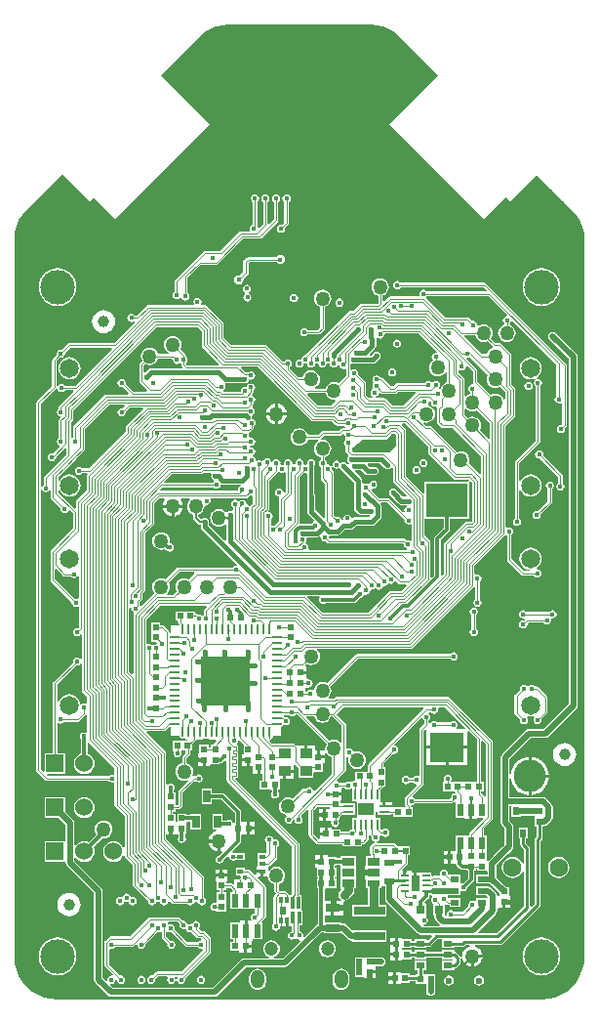
<source format=gbl>
G04*
G04 #@! TF.GenerationSoftware,Altium Limited,Altium Designer,19.1.5 (86)*
G04*
G04 Layer_Physical_Order=4*
G04 Layer_Color=16711680*
%FSLAX44Y44*%
%MOMM*%
G71*
G01*
G75*
%ADD11C,0.2500*%
%ADD13C,0.1250*%
%ADD14C,0.3000*%
%ADD15C,0.2000*%
%ADD23R,0.5500X0.5500*%
%ADD25R,0.5500X0.5500*%
%ADD51R,0.9500X0.5500*%
%ADD112C,1.0000*%
%ADD113R,0.8000X0.8000*%
%ADD115C,0.7500*%
%ADD116C,0.4000*%
%ADD117C,0.4500*%
%ADD120C,0.5000*%
%ADD123C,1.5240*%
%ADD124R,1.5240X1.5240*%
%ADD125C,1.6500*%
%ADD126C,1.2000*%
G04:AMPARAMS|DCode=127|XSize=1.2mm|YSize=1.6mm|CornerRadius=0.6mm|HoleSize=0mm|Usage=FLASHONLY|Rotation=180.000|XOffset=0mm|YOffset=0mm|HoleType=Round|Shape=RoundedRectangle|*
%AMROUNDEDRECTD127*
21,1,1.2000,0.4000,0,0,180.0*
21,1,0.0000,1.6000,0,0,180.0*
1,1,1.2000,0.0000,0.2000*
1,1,1.2000,0.0000,0.2000*
1,1,1.2000,0.0000,-0.2000*
1,1,1.2000,0.0000,-0.2000*
%
%ADD127ROUNDEDRECTD127*%
%ADD128C,3.0000*%
%ADD129C,2.8000*%
%ADD130C,1.6000*%
%ADD131C,0.4500*%
%ADD132C,0.6000*%
%ADD144R,0.5600X0.6500*%
%ADD145R,0.7000X0.2500*%
%ADD146R,0.6400X1.3700*%
%ADD147R,3.6000X3.0000*%
%ADD148R,3.0000X2.6000*%
%ADD149R,0.6500X1.0600*%
%ADD150R,1.0600X0.6500*%
%ADD151R,1.0600X0.6000*%
%ADD152C,1.2700*%
%ADD153R,0.6200X1.2200*%
%ADD154R,0.5400X0.8000*%
%ADD155R,0.3000X0.6000*%
%ADD156R,0.3000X1.0000*%
%ADD157R,0.4000X1.0000*%
%ADD158R,2.7000X0.8000*%
%ADD159R,0.6000X1.0500*%
%ADD160R,0.5000X0.4000*%
%ADD161O,0.2500X0.8500*%
%ADD162O,0.8500X0.2500*%
%ADD163R,4.3500X4.3500*%
%ADD164R,1.0000X0.9000*%
%ADD165R,1.3000X0.7000*%
%ADD166R,0.6990X0.5080*%
%ADD167R,1.4000X1.0000*%
%ADD168R,0.2400X0.9000*%
%ADD169R,0.9000X0.2400*%
%ADD170R,0.8000X0.5500*%
%ADD171C,0.6000*%
G36*
X311000Y847392D02*
X311000Y847392D01*
X312269Y847389D01*
X316865Y847027D01*
X322585Y845654D01*
X328019Y843402D01*
X332689Y840541D01*
X370262Y802968D01*
X328226Y760933D01*
X410251Y678908D01*
X428989Y697647D01*
X432525Y694111D01*
X455822Y717408D01*
X490541Y682689D01*
X493403Y678019D01*
X495654Y672585D01*
X497027Y666864D01*
X497481Y661096D01*
X497392Y661000D01*
X497392D01*
X497500Y660181D01*
Y40819D01*
X497392Y40000D01*
X497392D01*
X497481Y39904D01*
X497027Y34136D01*
X495654Y28416D01*
X493403Y22981D01*
X490329Y17965D01*
X486508Y13492D01*
X482035Y9671D01*
X477020Y6598D01*
X471585Y4346D01*
X465864Y2973D01*
X461269Y2611D01*
X460000Y2608D01*
X458775Y2500D01*
X40820D01*
X40000Y2608D01*
Y2608D01*
X39904Y2519D01*
X34135Y2973D01*
X28415Y4346D01*
X22981Y6598D01*
X17965Y9671D01*
X13492Y13492D01*
X9671Y17965D01*
X6597Y22981D01*
X4346Y28416D01*
X2973Y34136D01*
X2519Y39904D01*
X2608Y40000D01*
X2608D01*
X2500Y40820D01*
Y660180D01*
X2608Y661000D01*
X2608D01*
X2519Y661096D01*
X2973Y666864D01*
X4346Y672585D01*
X6597Y678019D01*
X9459Y682689D01*
X44385Y717615D01*
X67706Y694294D01*
X71241Y697830D01*
X89980Y679091D01*
X172004Y761116D01*
X129945Y803175D01*
X167311Y840541D01*
X171981Y843402D01*
X177416Y845654D01*
X183136Y847027D01*
X187511Y847371D01*
X188759Y847402D01*
D01*
X189991Y847500D01*
X310180D01*
X311000Y847392D01*
D02*
G37*
%LPC*%
G36*
X229750Y700319D02*
X228384Y700047D01*
X227227Y699273D01*
X226453Y698116D01*
X226181Y696750D01*
X226453Y695384D01*
X227227Y694227D01*
X227838Y693818D01*
Y678792D01*
X223682Y674635D01*
X222412Y675161D01*
Y693818D01*
X223023Y694227D01*
X223797Y695384D01*
X224069Y696750D01*
X223797Y698116D01*
X223023Y699273D01*
X221866Y700047D01*
X220500Y700319D01*
X219134Y700047D01*
X217977Y699273D01*
X217203Y698116D01*
X216931Y696750D01*
X217203Y695384D01*
X217977Y694227D01*
X218588Y693818D01*
Y675042D01*
X215017Y671471D01*
X214023Y671773D01*
X213724Y671974D01*
X213412Y672442D01*
Y693818D01*
X214023Y694227D01*
X214797Y695384D01*
X215068Y696750D01*
X214797Y698116D01*
X214023Y699273D01*
X212866Y700047D01*
X211500Y700319D01*
X210134Y700047D01*
X208977Y699273D01*
X208203Y698116D01*
X207931Y696750D01*
X208203Y695384D01*
X208977Y694227D01*
X209588Y693818D01*
Y673887D01*
X209134Y673797D01*
X207977Y673023D01*
X207203Y671866D01*
X206931Y670500D01*
X207144Y669432D01*
X206442Y668162D01*
X199250D01*
X198518Y668016D01*
X197898Y667602D01*
X181583Y651287D01*
X168125D01*
X167394Y651142D01*
X166773Y650727D01*
X142148Y626102D01*
X141734Y625482D01*
X141588Y624750D01*
Y615682D01*
X140977Y615273D01*
X140203Y614116D01*
X139931Y612750D01*
X140203Y611384D01*
X140977Y610227D01*
X142134Y609453D01*
X143500Y609181D01*
X144866Y609453D01*
X146023Y610227D01*
X146344Y610707D01*
X147692Y610438D01*
X147703Y610384D01*
X148477Y609227D01*
X149634Y608453D01*
X151000Y608181D01*
X152366Y608453D01*
X153523Y609227D01*
X154297Y610384D01*
X154569Y611750D01*
X154297Y613116D01*
X153523Y614273D01*
X152912Y614682D01*
Y627923D01*
X164202Y639213D01*
X177661D01*
X178392Y639359D01*
X179012Y639773D01*
X201077Y661838D01*
X215500D01*
X216231Y661984D01*
X216852Y662398D01*
X231102Y676648D01*
X231516Y677269D01*
X231662Y678000D01*
Y693818D01*
X232273Y694227D01*
X233047Y695384D01*
X233319Y696750D01*
X233047Y698116D01*
X232273Y699273D01*
X231116Y700047D01*
X229750Y700319D01*
D02*
G37*
G36*
X238750D02*
X237384Y700047D01*
X236227Y699273D01*
X235453Y698116D01*
X235181Y696750D01*
X235453Y695384D01*
X236227Y694227D01*
X236838Y693818D01*
Y676042D01*
X234722Y673925D01*
X234000Y674069D01*
X232634Y673797D01*
X231477Y673023D01*
X230703Y671866D01*
X230431Y670500D01*
X230703Y669134D01*
X231477Y667977D01*
X232634Y667203D01*
X234000Y666932D01*
X235366Y667203D01*
X236523Y667977D01*
X237297Y669134D01*
X237569Y670500D01*
X237425Y671221D01*
X240102Y673898D01*
X240516Y674518D01*
X240662Y675250D01*
Y693818D01*
X241273Y694227D01*
X242047Y695384D01*
X242319Y696750D01*
X242047Y698116D01*
X241273Y699273D01*
X240116Y700047D01*
X238750Y700319D01*
D02*
G37*
G36*
X233500Y647777D02*
X231959Y647471D01*
X230652Y646598D01*
X230333Y646121D01*
X205750D01*
X204843Y645940D01*
X204074Y645426D01*
X201824Y643176D01*
X201310Y642407D01*
X201129Y641500D01*
Y633357D01*
X197938Y630165D01*
X197375Y630277D01*
X195833Y629971D01*
X194527Y629098D01*
X193654Y627791D01*
X193347Y626250D01*
X193654Y624709D01*
X194527Y623402D01*
X195833Y622529D01*
X197375Y622223D01*
X198916Y622529D01*
X200222Y623402D01*
X201095Y624709D01*
X201402Y626250D01*
X201290Y626813D01*
X205176Y630699D01*
X205690Y631468D01*
X205871Y632375D01*
X205870Y632375D01*
Y640518D01*
X206732Y641380D01*
X230333D01*
X230652Y640902D01*
X231959Y640029D01*
X233500Y639723D01*
X235041Y640029D01*
X236348Y640902D01*
X237221Y642209D01*
X237527Y643750D01*
X237221Y645291D01*
X236348Y646598D01*
X235041Y647471D01*
X233500Y647777D01*
D02*
G37*
G36*
X204500Y622068D02*
X203134Y621797D01*
X201977Y621023D01*
X201203Y619866D01*
X200931Y618500D01*
X201203Y617134D01*
X201977Y615977D01*
X202857Y615388D01*
X202961Y614350D01*
X202881Y613961D01*
X202227Y613523D01*
X201453Y612366D01*
X201182Y611000D01*
X201453Y609635D01*
X202227Y608477D01*
X203384Y607703D01*
X204750Y607432D01*
X206116Y607703D01*
X207273Y608477D01*
X208047Y609635D01*
X208319Y611000D01*
X208047Y612366D01*
X207273Y613523D01*
X206393Y614112D01*
X206289Y615150D01*
X206369Y615539D01*
X207023Y615977D01*
X207797Y617134D01*
X208068Y618500D01*
X207797Y619866D01*
X207023Y621023D01*
X205865Y621797D01*
X204500Y622068D01*
D02*
G37*
G36*
X245250Y614069D02*
X243884Y613797D01*
X242727Y613023D01*
X241953Y611866D01*
X241681Y610500D01*
X241953Y609134D01*
X242727Y607977D01*
X243884Y607203D01*
X245250Y606931D01*
X246616Y607203D01*
X247773Y607977D01*
X248547Y609134D01*
X248819Y610500D01*
X248547Y611866D01*
X247773Y613023D01*
X246616Y613797D01*
X245250Y614069D01*
D02*
G37*
G36*
X460000Y636329D02*
X456815Y636015D01*
X453751Y635086D01*
X450928Y633577D01*
X448454Y631546D01*
X446423Y629072D01*
X444914Y626249D01*
X443985Y623186D01*
X443671Y620000D01*
X443985Y616814D01*
X444914Y613751D01*
X446423Y610928D01*
X448454Y608454D01*
X450928Y606423D01*
X453751Y604914D01*
X456815Y603985D01*
X460000Y603671D01*
X463186Y603985D01*
X466249Y604914D01*
X469072Y606423D01*
X471546Y608454D01*
X473577Y610928D01*
X475086Y613751D01*
X476015Y616814D01*
X476329Y620000D01*
X476015Y623186D01*
X475086Y626249D01*
X473577Y629072D01*
X471546Y631546D01*
X469072Y633577D01*
X466249Y635086D01*
X463186Y636015D01*
X460000Y636329D01*
D02*
G37*
G36*
X40000D02*
X36814Y636015D01*
X33751Y635086D01*
X30928Y633577D01*
X28454Y631546D01*
X26423Y629072D01*
X24914Y626249D01*
X23985Y623186D01*
X23671Y620000D01*
X23985Y616814D01*
X24914Y613751D01*
X26423Y610928D01*
X28454Y608454D01*
X30928Y606423D01*
X33751Y604914D01*
X36814Y603985D01*
X40000Y603671D01*
X43186Y603985D01*
X46249Y604914D01*
X49072Y606423D01*
X51546Y608454D01*
X53577Y610928D01*
X55086Y613751D01*
X56015Y616814D01*
X56329Y620000D01*
X56015Y623186D01*
X55086Y626249D01*
X53577Y629072D01*
X51546Y631546D01*
X49072Y633577D01*
X46249Y635086D01*
X43186Y636015D01*
X40000Y636329D01*
D02*
G37*
G36*
X284750Y610036D02*
X283385Y609764D01*
X282227Y608990D01*
X281453Y607832D01*
X281182Y606467D01*
X281453Y605101D01*
X282227Y603943D01*
X283385Y603170D01*
X284750Y602898D01*
X286116Y603170D01*
X287274Y603943D01*
X288047Y605101D01*
X288319Y606467D01*
X288047Y607832D01*
X287274Y608990D01*
X286116Y609764D01*
X284750Y610036D01*
D02*
G37*
G36*
X270000Y617666D02*
X268016Y617404D01*
X266167Y616639D01*
X264580Y615420D01*
X263361Y613833D01*
X262596Y611984D01*
X262334Y610000D01*
X262596Y608016D01*
X263361Y606167D01*
X264580Y604580D01*
X266167Y603361D01*
X268016Y602596D01*
X268088Y602586D01*
Y585042D01*
X265708Y582662D01*
X257015D01*
X256606Y583273D01*
X255449Y584047D01*
X254083Y584319D01*
X252717Y584047D01*
X251560Y583273D01*
X250786Y582116D01*
X250514Y580750D01*
X250786Y579384D01*
X251560Y578227D01*
X252717Y577453D01*
X254083Y577181D01*
X255449Y577453D01*
X256606Y578227D01*
X257015Y578838D01*
X266500D01*
X267232Y578984D01*
X267852Y579398D01*
X271352Y582898D01*
X271766Y583518D01*
X271912Y584250D01*
Y602586D01*
X271984Y602596D01*
X273833Y603361D01*
X275420Y604580D01*
X276639Y606167D01*
X277404Y608016D01*
X277666Y610000D01*
X277404Y611984D01*
X276639Y613833D01*
X275420Y615420D01*
X273833Y616639D01*
X271984Y617404D01*
X270000Y617666D01*
D02*
G37*
G36*
X80000Y600086D02*
X77389Y599743D01*
X74957Y598735D01*
X72868Y597132D01*
X71265Y595043D01*
X70257Y592611D01*
X69914Y590000D01*
X70257Y587389D01*
X71265Y584957D01*
X72868Y582868D01*
X74957Y581265D01*
X77389Y580257D01*
X80000Y579914D01*
X82611Y580257D01*
X85043Y581265D01*
X87132Y582868D01*
X88735Y584957D01*
X89743Y587389D01*
X90086Y590000D01*
X89743Y592611D01*
X88735Y595043D01*
X87132Y597132D01*
X85043Y598735D01*
X82611Y599743D01*
X80000Y600086D01*
D02*
G37*
G36*
X448750Y537819D02*
X447384Y537547D01*
X446227Y536773D01*
X445453Y535616D01*
X445181Y534250D01*
X445453Y532884D01*
X446227Y531727D01*
X447384Y530953D01*
X448750Y530681D01*
X450116Y530953D01*
X451273Y531727D01*
X452047Y532884D01*
X452319Y534250D01*
X452047Y535616D01*
X451273Y536773D01*
X450116Y537547D01*
X448750Y537819D01*
D02*
G37*
G36*
X320000Y627666D02*
X318016Y627404D01*
X316167Y626639D01*
X314580Y625420D01*
X313361Y623833D01*
X312596Y621984D01*
X312334Y620000D01*
X312596Y618016D01*
X313361Y616167D01*
X314580Y614580D01*
X316167Y613361D01*
X318016Y612596D01*
X318338Y612553D01*
Y605960D01*
X318040Y605662D01*
X304143D01*
X303412Y605516D01*
X302792Y605102D01*
X296852Y599162D01*
X293858D01*
X293126Y599016D01*
X292506Y598602D01*
X254966Y561062D01*
X253635Y560797D01*
X252477Y560024D01*
X251703Y558866D01*
X251432Y557500D01*
X250192Y557281D01*
X250000Y557319D01*
X248634Y557047D01*
X247477Y556274D01*
X246703Y555116D01*
X246432Y553750D01*
X246703Y552385D01*
X247477Y551227D01*
X248634Y550453D01*
X250000Y550182D01*
X251366Y550453D01*
X252523Y551227D01*
X253297Y552385D01*
X253569Y553750D01*
X254809Y553970D01*
X255000Y553932D01*
X255191Y553970D01*
X256431Y553750D01*
X256703Y552385D01*
X257477Y551227D01*
X258634Y550453D01*
X260000Y550182D01*
X261366Y550453D01*
X262523Y551227D01*
X263297Y552385D01*
X263569Y553750D01*
X264809Y553970D01*
X265000Y553932D01*
X265191Y553970D01*
X266431Y553750D01*
X266703Y552385D01*
X267477Y551227D01*
X268634Y550453D01*
X270000Y550182D01*
X271366Y550453D01*
X272523Y551227D01*
X273297Y552385D01*
X273569Y553750D01*
X274809Y553970D01*
X275000Y553932D01*
X275191Y553970D01*
X276431Y553750D01*
X276703Y552385D01*
X277477Y551227D01*
X278634Y550453D01*
X280000Y550182D01*
X281366Y550453D01*
X282523Y551227D01*
X283191Y552226D01*
X283830Y552256D01*
X284513Y552092D01*
X284703Y551135D01*
X285476Y549977D01*
X286634Y549203D01*
X288000Y548932D01*
X289318Y549194D01*
X289371Y549200D01*
X290588Y548493D01*
Y543292D01*
X283891Y536594D01*
X283833Y536638D01*
X281984Y537404D01*
X280000Y537665D01*
X278016Y537404D01*
X276167Y536638D01*
X274580Y535420D01*
X273361Y533833D01*
X272596Y531984D01*
X272586Y531912D01*
X263651D01*
X263399Y533182D01*
X263833Y533362D01*
X265420Y534580D01*
X266639Y536167D01*
X267404Y538016D01*
X267666Y540000D01*
X267404Y541984D01*
X266639Y543833D01*
X265420Y545421D01*
X263833Y546639D01*
X261984Y547405D01*
X260000Y547666D01*
X258016Y547405D01*
X256167Y546639D01*
X254580Y545421D01*
X253361Y543833D01*
X252596Y541984D01*
X252586Y541912D01*
X249542D01*
X241912Y549542D01*
Y550818D01*
X242523Y551227D01*
X243297Y552385D01*
X243569Y553750D01*
X243297Y555116D01*
X242523Y556274D01*
X241366Y557047D01*
X240000Y557319D01*
X238634Y557047D01*
X237477Y556274D01*
X237068Y555662D01*
X235363D01*
X221673Y569352D01*
X221053Y569766D01*
X220321Y569912D01*
X190399D01*
X183912Y576399D01*
Y588713D01*
X183766Y589445D01*
X183352Y590065D01*
X169690Y603727D01*
X169069Y604142D01*
X168338Y604287D01*
X165424D01*
X164745Y605557D01*
X164797Y605634D01*
X165069Y607000D01*
X164797Y608366D01*
X164023Y609523D01*
X162866Y610297D01*
X161500Y610569D01*
X160134Y610297D01*
X158977Y609523D01*
X158203Y608366D01*
X157931Y607000D01*
X158203Y605634D01*
X158255Y605557D01*
X157576Y604287D01*
X118875D01*
X118144Y604142D01*
X117524Y603727D01*
X108958Y595162D01*
X106932D01*
X106523Y595773D01*
X105366Y596547D01*
X104000Y596819D01*
X102634Y596547D01*
X101477Y595773D01*
X100703Y594616D01*
X100431Y593250D01*
X100703Y591884D01*
X101477Y590727D01*
X102634Y589953D01*
X104000Y589681D01*
X105366Y589953D01*
X106276Y590561D01*
X107086Y589575D01*
X88923Y571412D01*
X50100D01*
X49369Y571266D01*
X48748Y570852D01*
X43722Y565825D01*
X43000Y565969D01*
X41635Y565697D01*
X40477Y564923D01*
X39703Y563766D01*
X39432Y562400D01*
X39575Y561679D01*
X35898Y558002D01*
X35484Y557381D01*
X35338Y556650D01*
Y534042D01*
X22148Y520852D01*
X21734Y520232D01*
X21588Y519500D01*
Y201500D01*
X21734Y200769D01*
X22148Y200148D01*
X29398Y192898D01*
X30018Y192484D01*
X30750Y192338D01*
X84318D01*
X84727Y191727D01*
X85885Y190953D01*
X87250Y190682D01*
X88319Y190894D01*
X89589Y190192D01*
Y170643D01*
X89734Y169911D01*
X90149Y169291D01*
X98088Y161352D01*
Y134454D01*
X96818Y134201D01*
X96356Y135317D01*
X94934Y137170D01*
X93081Y138592D01*
X90924Y139486D01*
X88608Y139791D01*
X86292Y139486D01*
X84135Y138592D01*
X82282Y137170D01*
X80860Y135317D01*
X79966Y133160D01*
X79661Y130844D01*
X79966Y128528D01*
X80860Y126371D01*
X82282Y124518D01*
X84135Y123096D01*
X86292Y122202D01*
X88608Y121897D01*
X90924Y122202D01*
X93081Y123096D01*
X94934Y124518D01*
X96356Y126371D01*
X96818Y127487D01*
X98088Y127234D01*
Y126965D01*
X98234Y126233D01*
X98648Y125613D01*
X105088Y119173D01*
Y101917D01*
X105234Y101185D01*
X105648Y100565D01*
X118436Y87776D01*
X118431Y87750D01*
X118703Y86384D01*
X119476Y85226D01*
X120634Y84453D01*
X122000Y84181D01*
X123365Y84453D01*
X124523Y85226D01*
X125297Y86384D01*
X125358Y86691D01*
X126112Y87671D01*
X126731Y87581D01*
X127500Y87428D01*
X128865Y87700D01*
X128948Y87666D01*
X129203Y86384D01*
X129977Y85226D01*
X131135Y84453D01*
X132500Y84181D01*
X133866Y84453D01*
X135023Y85226D01*
X135797Y86384D01*
X136044Y87623D01*
X136501Y87906D01*
X137277Y88186D01*
X139190Y86273D01*
X139810Y85859D01*
X140541Y85713D01*
X152151D01*
X152477Y85226D01*
X153634Y84453D01*
X155000Y84181D01*
X156366Y84453D01*
X157523Y85226D01*
X158297Y86384D01*
X158307Y86433D01*
X159770Y87279D01*
X160258Y87182D01*
X160731Y87276D01*
X162195Y86424D01*
X162203Y86384D01*
X162976Y85226D01*
X164134Y84453D01*
X165500Y84181D01*
X166866Y84453D01*
X168023Y85226D01*
X168797Y86384D01*
X169068Y87750D01*
X168797Y89115D01*
X168023Y90273D01*
X167412Y90682D01*
Y108000D01*
X167266Y108732D01*
X166852Y109352D01*
X134412Y141792D01*
Y145460D01*
X136980D01*
Y150750D01*
X139520D01*
Y145460D01*
X143540D01*
Y145670D01*
X143552Y145700D01*
X145057Y145991D01*
X145196Y145852D01*
Y143854D01*
X144703Y143116D01*
X144431Y141750D01*
X144703Y140384D01*
X145477Y139227D01*
X146634Y138453D01*
X148000Y138181D01*
X149366Y138453D01*
X150523Y139227D01*
X151297Y140384D01*
X151569Y141750D01*
X151297Y143116D01*
X150804Y143854D01*
Y146750D01*
X152000D01*
Y154480D01*
X152000Y154750D01*
Y155750D01*
X152830Y156946D01*
X155500D01*
Y149950D01*
X164500D01*
Y163050D01*
X155500D01*
Y162554D01*
X152000D01*
Y163750D01*
X144000D01*
Y157119D01*
X143960Y157024D01*
X142455Y156733D01*
X142250Y156938D01*
Y163750D01*
X140162D01*
Y165250D01*
X142250D01*
Y167338D01*
X144750D01*
X145482Y167484D01*
X146102Y167898D01*
X148102Y169898D01*
X148516Y170518D01*
X148662Y171250D01*
Y181708D01*
X158542Y191588D01*
X159977Y191727D01*
X161134Y190953D01*
X162500Y190681D01*
X163866Y190953D01*
X165023Y191727D01*
X165797Y192884D01*
X166069Y194250D01*
X165797Y195616D01*
X165023Y196773D01*
X163866Y197547D01*
X162500Y197819D01*
X161134Y197547D01*
X159977Y196773D01*
X159568Y196162D01*
X158500D01*
X157967Y196056D01*
X157399Y196499D01*
X156994Y197027D01*
X157404Y198016D01*
X157666Y200000D01*
X157404Y201984D01*
X156639Y203833D01*
X155420Y205420D01*
X153833Y206639D01*
X151984Y207404D01*
X151912Y207414D01*
Y211458D01*
X154602Y214148D01*
X155016Y214768D01*
X155162Y215500D01*
Y218500D01*
X157000D01*
Y223797D01*
X159852Y226649D01*
X160266Y227269D01*
X160320Y227539D01*
X161344Y228115D01*
X161682Y228157D01*
X162021Y227930D01*
X163500Y227636D01*
X164979Y227930D01*
X166232Y228768D01*
X166325Y228906D01*
X167525Y229145D01*
X168500Y228951D01*
X169475Y229145D01*
X170674Y228906D01*
X170767Y228768D01*
X172021Y227930D01*
X173500Y227636D01*
X174979Y227930D01*
X176000Y228612D01*
X177021Y227930D01*
X177571Y227820D01*
X177989Y226442D01*
X175648Y224102D01*
X175234Y223481D01*
X175188Y223250D01*
X173000D01*
Y221162D01*
X171250D01*
Y223250D01*
X163250D01*
Y215540D01*
X161960D01*
Y211520D01*
X167250D01*
Y210250D01*
X168520D01*
Y204960D01*
X172540D01*
Y205170D01*
X173000Y206250D01*
X181000D01*
Y207446D01*
X181250D01*
X182323Y207659D01*
X183233Y208267D01*
X184995Y210030D01*
X185568Y210144D01*
X186838Y209442D01*
Y192715D01*
X186984Y191983D01*
X187398Y191363D01*
X243588Y135173D01*
Y94042D01*
X242898Y93352D01*
X242496Y92750D01*
X241162D01*
X241016Y93482D01*
X240602Y94102D01*
X238852Y95852D01*
X238232Y96266D01*
X237500Y96412D01*
X233042D01*
X231912Y97542D01*
Y102586D01*
X231984Y102596D01*
X233833Y103362D01*
X235420Y104580D01*
X236639Y106167D01*
X237404Y108016D01*
X237666Y110000D01*
X237404Y111984D01*
X236639Y113833D01*
X235420Y115421D01*
X233833Y116639D01*
X231984Y117404D01*
X230000Y117666D01*
X228016Y117404D01*
X226167Y116639D01*
X224580Y115421D01*
X223810Y114418D01*
X222540Y114849D01*
Y118040D01*
X223249Y118089D01*
X223250Y118089D01*
X223982Y118234D01*
X224602Y118649D01*
X230352Y124398D01*
X230766Y125019D01*
X230912Y125750D01*
Y134818D01*
X231523Y135227D01*
X232297Y136385D01*
X232569Y137750D01*
X232297Y139116D01*
X231523Y140274D01*
X230366Y141047D01*
X229000Y141319D01*
X228231Y141166D01*
X227612Y141076D01*
X226858Y142056D01*
X226797Y142362D01*
X226023Y143519D01*
X224866Y144293D01*
X223500Y144565D01*
X222134Y144293D01*
X220977Y143519D01*
X220203Y142362D01*
X219931Y140996D01*
X220203Y139630D01*
X220977Y138473D01*
X221588Y138064D01*
Y130880D01*
X221250Y129750D01*
X213750D01*
Y118040D01*
X212460D01*
Y114770D01*
X217500D01*
Y113500D01*
X218770D01*
Y108960D01*
X222471D01*
X222596Y108016D01*
X223361Y106167D01*
X224580Y104580D01*
X226167Y103362D01*
X228016Y102596D01*
X228088Y102586D01*
Y96750D01*
X228234Y96019D01*
X228648Y95399D01*
X229546Y94500D01*
X228148Y93102D01*
X227734Y92482D01*
X227588Y91750D01*
Y68682D01*
X226977Y68274D01*
X226203Y67116D01*
X225932Y65750D01*
X226203Y64384D01*
X226977Y63227D01*
X228134Y62453D01*
X229500Y62182D01*
X230866Y62453D01*
X232024Y63227D01*
X232797Y64384D01*
X233069Y65750D01*
X233241Y65960D01*
X237980D01*
Y71500D01*
X240520D01*
Y65960D01*
X243088D01*
Y61487D01*
X242134Y61297D01*
X240977Y60523D01*
X240203Y59366D01*
X239931Y58000D01*
X240203Y56634D01*
X240977Y55477D01*
X242134Y54703D01*
X243500Y54431D01*
X244866Y54703D01*
X245972Y55443D01*
X246308Y55614D01*
X247192D01*
X247528Y55443D01*
X248634Y54703D01*
X250000Y54432D01*
X250285Y54488D01*
X250910Y53318D01*
X235916Y38324D01*
X228274D01*
X228022Y39594D01*
X229406Y40167D01*
X230921Y41329D01*
X232083Y42844D01*
X232813Y44608D01*
X233063Y46500D01*
X232813Y48393D01*
X232083Y50156D01*
X230921Y51671D01*
X229406Y52833D01*
X227643Y53563D01*
X225750Y53813D01*
X223857Y53563D01*
X222094Y52833D01*
X220579Y51671D01*
X219417Y50156D01*
X218687Y48393D01*
X218438Y46500D01*
X218687Y44608D01*
X219417Y42844D01*
X220579Y41329D01*
X222094Y40167D01*
X223479Y39594D01*
X223226Y38324D01*
X202000D01*
X200537Y38033D01*
X199296Y37204D01*
X174916Y12824D01*
X87834D01*
X85527Y15130D01*
X86153Y16301D01*
X86750Y16182D01*
X88116Y16453D01*
X89274Y17227D01*
X90047Y18385D01*
X90203Y19167D01*
X91431Y19834D01*
X91533Y19841D01*
X91611Y19794D01*
X91702Y19646D01*
X91953Y18385D01*
X92727Y17227D01*
X93884Y16453D01*
X95250Y16182D01*
X96616Y16453D01*
X97773Y17227D01*
X98547Y18385D01*
X98819Y19750D01*
X98547Y21116D01*
X97773Y22274D01*
X96616Y23047D01*
X95250Y23319D01*
X94529Y23175D01*
X84537Y33167D01*
Y46108D01*
X85807Y46869D01*
X86750Y46682D01*
X88116Y46953D01*
X89274Y47727D01*
X89682Y48338D01*
X105000D01*
X105732Y48484D01*
X106352Y48898D01*
X107938Y50485D01*
X108470Y50385D01*
X109234Y49985D01*
X109453Y48885D01*
X110227Y47727D01*
X111384Y46953D01*
X112750Y46682D01*
X114116Y46953D01*
X115274Y47727D01*
X116047Y48885D01*
X116319Y50250D01*
X116300Y50346D01*
X126778Y60825D01*
X127500Y60682D01*
X128865Y60953D01*
X129318Y61256D01*
X130588Y60577D01*
Y56500D01*
X130734Y55768D01*
X131148Y55148D01*
X135325Y50972D01*
X135182Y50250D01*
X135453Y48885D01*
X136227Y47727D01*
X137384Y46953D01*
X138750Y46682D01*
X140116Y46953D01*
X141273Y47727D01*
X142047Y48885D01*
X142319Y50250D01*
X142047Y51616D01*
X141273Y52773D01*
X140116Y53547D01*
X138750Y53819D01*
X138029Y53675D01*
X134412Y57292D01*
Y61035D01*
X134909Y61358D01*
X135682Y61590D01*
X136635Y60953D01*
X138000Y60682D01*
X138722Y60825D01*
X150648Y48898D01*
X151269Y48484D01*
X152000Y48338D01*
X161818D01*
X162227Y47727D01*
X163384Y46953D01*
X164750Y46682D01*
X164766Y46685D01*
X166158Y45710D01*
X166227Y45217D01*
X147690Y26680D01*
X126268D01*
X125536Y26534D01*
X125536Y26534D01*
X124916Y26120D01*
X121972Y23175D01*
X121250Y23319D01*
X119884Y23047D01*
X118727Y22274D01*
X117953Y21116D01*
X117681Y19750D01*
X117953Y18385D01*
X118727Y17227D01*
X119884Y16453D01*
X121250Y16182D01*
X122616Y16453D01*
X123773Y17227D01*
X124547Y18385D01*
X124818Y19750D01*
X124675Y20472D01*
X127060Y22856D01*
X135088D01*
X135767Y21586D01*
X135453Y21116D01*
X135182Y19750D01*
X135453Y18385D01*
X136227Y17227D01*
X137384Y16453D01*
X138750Y16182D01*
X140116Y16453D01*
X141273Y17227D01*
X142047Y18385D01*
X142319Y19750D01*
X142047Y21116D01*
X141733Y21586D01*
X142410Y22852D01*
X143590D01*
X144267Y21586D01*
X143953Y21116D01*
X143681Y19750D01*
X143953Y18385D01*
X144727Y17227D01*
X145884Y16453D01*
X147250Y16182D01*
X148616Y16453D01*
X149773Y17227D01*
X150547Y18385D01*
X150819Y19750D01*
X150633Y20680D01*
X172852Y42898D01*
X173266Y43519D01*
X173412Y44250D01*
Y55000D01*
X173266Y55731D01*
X173266Y55732D01*
X172852Y56352D01*
X167727Y61477D01*
X167107Y61891D01*
X166375Y62037D01*
X164417D01*
X162452Y64002D01*
X162524Y64727D01*
X163297Y65885D01*
X163569Y67250D01*
X163297Y68616D01*
X162524Y69774D01*
X161366Y70547D01*
X160000Y70819D01*
X158635Y70547D01*
X157477Y69774D01*
X156703Y68616D01*
X155274Y67764D01*
X155000Y67819D01*
X154184Y67656D01*
X153634Y67547D01*
X152815Y68527D01*
X152797Y68616D01*
X152023Y69774D01*
X150865Y70547D01*
X149500Y70819D01*
X148778Y70675D01*
X146102Y73352D01*
X145482Y73766D01*
X144750Y73912D01*
X120500D01*
X119769Y73766D01*
X119148Y73352D01*
X102958Y57162D01*
X85917D01*
X85185Y57017D01*
X85185Y57017D01*
X85185Y57017D01*
X84873Y56808D01*
X84565Y56602D01*
X84565Y56602D01*
X84565Y56602D01*
X81273Y53310D01*
X81109Y53064D01*
X80859Y52690D01*
X80859Y52690D01*
X80859Y52690D01*
X80820Y52493D01*
X80714Y51958D01*
Y32375D01*
X80859Y31644D01*
X81273Y31023D01*
X87915Y24382D01*
X87289Y23212D01*
X86750Y23319D01*
X85385Y23047D01*
X84227Y22274D01*
X83453Y21116D01*
X83182Y19750D01*
X83300Y19153D01*
X82130Y18527D01*
X79324Y21334D01*
Y96500D01*
X79033Y97963D01*
X78204Y99204D01*
X54823Y122584D01*
Y125114D01*
X56094Y125545D01*
X56882Y124518D01*
X58735Y123096D01*
X60893Y122202D01*
X63208Y121897D01*
X65524Y122202D01*
X67681Y123096D01*
X69534Y124518D01*
X70956Y126371D01*
X71850Y128528D01*
X72155Y130844D01*
X71850Y133160D01*
X71158Y134829D01*
X78819Y142490D01*
X80000Y142334D01*
X81984Y142596D01*
X83833Y143361D01*
X85420Y144580D01*
X86639Y146167D01*
X87404Y148016D01*
X87666Y150000D01*
X87404Y151984D01*
X86639Y153833D01*
X85420Y155420D01*
X83833Y156639D01*
X81984Y157404D01*
X80000Y157666D01*
X78016Y157404D01*
X76167Y156639D01*
X74580Y155420D01*
X73361Y153833D01*
X72596Y151984D01*
X72334Y150000D01*
X72596Y148016D01*
X73361Y146167D01*
X73884Y145486D01*
X67193Y138794D01*
X65524Y139486D01*
X63208Y139791D01*
X60893Y139486D01*
X58735Y138592D01*
X56882Y137170D01*
X56094Y136143D01*
X54823Y136574D01*
Y155752D01*
X54532Y157215D01*
X53704Y158456D01*
X46678Y165481D01*
Y177814D01*
X28938D01*
Y160074D01*
X41271D01*
X47176Y154168D01*
Y140778D01*
X46678Y139714D01*
X45907Y139714D01*
X28938D01*
Y121974D01*
X46522Y121974D01*
X47090Y121129D01*
X47193Y120917D01*
X47468Y119537D01*
X48296Y118296D01*
X71677Y94916D01*
Y19750D01*
X71968Y18287D01*
X72796Y17047D01*
X83546Y6296D01*
X84787Y5468D01*
X86250Y5177D01*
X176500D01*
X177963Y5468D01*
X179204Y6296D01*
X203584Y30677D01*
X237500D01*
X238963Y30968D01*
X240204Y31797D01*
X269334Y60927D01*
X271000D01*
Y60000D01*
X286500D01*
X286500Y60000D01*
Y60000D01*
X287584Y59523D01*
X292310Y54797D01*
X293551Y53968D01*
X295014Y53677D01*
X296000D01*
Y52250D01*
X325500D01*
Y62750D01*
X296000D01*
X296000Y62750D01*
Y62750D01*
X294832Y63090D01*
X290468Y67454D01*
X289227Y68283D01*
X287764Y68574D01*
X286500D01*
Y69500D01*
X271804D01*
Y75710D01*
X277480D01*
Y81750D01*
Y87790D01*
X271804D01*
Y98352D01*
X272026Y98574D01*
X273000Y99250D01*
X274000D01*
X274270Y99250D01*
X282000D01*
Y107250D01*
X280804D01*
Y108750D01*
X282000D01*
Y116750D01*
X280804D01*
Y118250D01*
X282000D01*
Y119446D01*
X285052D01*
X285950Y118548D01*
Y117750D01*
X285950Y116480D01*
Y109020D01*
X285950Y108250D01*
X285950Y106980D01*
Y98750D01*
X285950D01*
X286269Y97979D01*
X285395Y97105D01*
X284290Y95451D01*
X283902Y93500D01*
X284290Y91549D01*
X285395Y89895D01*
X286645Y89060D01*
X286260Y87790D01*
X280020D01*
Y83020D01*
X287790D01*
Y87348D01*
X288789Y88444D01*
X289000Y88402D01*
X290951Y88790D01*
X292605Y89895D01*
X296105Y93395D01*
X297210Y95049D01*
X297598Y97000D01*
Y98750D01*
X299050D01*
Y106980D01*
X299050Y107750D01*
X299050Y109020D01*
Y116480D01*
X299050Y117250D01*
X299050Y118520D01*
Y126750D01*
X285950D01*
Y125054D01*
X282000D01*
Y126250D01*
X274290D01*
Y127540D01*
X270270D01*
Y122250D01*
X269000D01*
Y120980D01*
X263710D01*
Y116960D01*
X263817D01*
X265000Y116750D01*
X265000Y115690D01*
Y108750D01*
X266196D01*
Y107250D01*
X265000D01*
Y99250D01*
X266196D01*
Y68222D01*
X265046Y67454D01*
X265046Y67454D01*
X254682Y57090D01*
X253512Y57715D01*
X253569Y58000D01*
X253297Y59366D01*
X252523Y60524D01*
X251366Y61297D01*
X250412Y61487D01*
Y67250D01*
X253000D01*
Y79750D01*
X252000Y80250D01*
Y92750D01*
X251004D01*
X250602Y93352D01*
X249912Y94042D01*
Y137000D01*
X249766Y137732D01*
X249352Y138352D01*
X194135Y193568D01*
X194661Y194839D01*
X195041D01*
X195773Y194984D01*
X196393Y195399D01*
X196808Y196019D01*
X196953Y196750D01*
Y199500D01*
X196808Y200232D01*
X196393Y200852D01*
X196808Y201519D01*
X196953Y202250D01*
Y205000D01*
X196808Y205732D01*
X196393Y206352D01*
Y206398D01*
X196808Y207019D01*
X196953Y207750D01*
Y210500D01*
X196808Y211232D01*
X196393Y211852D01*
X196170Y212001D01*
X196516Y212519D01*
X196662Y213250D01*
Y216000D01*
X196516Y216732D01*
X196157Y217269D01*
X196352Y217398D01*
X196766Y218018D01*
X196912Y218750D01*
Y221500D01*
X196766Y222232D01*
X196352Y222852D01*
X196114Y223011D01*
X195963Y224229D01*
X196023Y224477D01*
X196797Y225635D01*
X196974Y226527D01*
X198222Y227026D01*
X198270Y227027D01*
X201129Y224168D01*
X201500Y223000D01*
X201500D01*
X201500Y223000D01*
Y215290D01*
X200210D01*
Y211270D01*
X205500D01*
Y210000D01*
X206770D01*
Y204710D01*
X209460D01*
Y198460D01*
X213480D01*
Y203750D01*
X216020D01*
Y198460D01*
X217838D01*
Y192500D01*
X215750D01*
Y184500D01*
X223480D01*
X223750Y184500D01*
X224750D01*
X225946Y183669D01*
Y182353D01*
X225453Y181616D01*
X225181Y180250D01*
X225453Y178884D01*
X226227Y177727D01*
X227384Y176953D01*
X228750Y176681D01*
X230116Y176953D01*
X231273Y177727D01*
X232047Y178884D01*
X232319Y180250D01*
X232047Y181616D01*
X231554Y182353D01*
Y184500D01*
X232750D01*
Y192190D01*
X232750Y192500D01*
X233499Y193460D01*
X235980D01*
Y200500D01*
X237250D01*
Y201770D01*
X244790D01*
Y206210D01*
X246060Y206736D01*
X249500Y203297D01*
Y194750D01*
X262000D01*
Y198687D01*
X262500Y199750D01*
X270500D01*
Y207460D01*
X271790D01*
Y211480D01*
X266500D01*
Y212750D01*
X265230D01*
Y218040D01*
X263290D01*
Y223040D01*
X257020D01*
Y216000D01*
X254480D01*
Y223040D01*
X248210D01*
X248210Y223040D01*
Y223040D01*
X246940Y223014D01*
X246102Y223852D01*
X245482Y224266D01*
X244750Y224412D01*
X226042D01*
X224011Y226443D01*
X224429Y227821D01*
X224979Y227930D01*
X226232Y228768D01*
X227070Y230021D01*
X227264Y231000D01*
X233750D01*
Y238801D01*
X234226Y238895D01*
X235052Y239448D01*
X235605Y240275D01*
X236194Y240519D01*
X236933Y240443D01*
X238250Y240182D01*
X239616Y240453D01*
X240773Y241227D01*
X241547Y242384D01*
X241819Y243750D01*
X241547Y245116D01*
X240773Y246273D01*
X239616Y247047D01*
X238250Y247319D01*
X237528Y247175D01*
X237102Y247602D01*
X236482Y248016D01*
X236219Y248069D01*
X236344Y249338D01*
X240568D01*
X240977Y248727D01*
X242135Y247953D01*
X243500Y247682D01*
X244866Y247953D01*
X246024Y248727D01*
X246432Y249339D01*
X247958D01*
X273406Y223891D01*
X273361Y223833D01*
X272596Y221984D01*
X272334Y220000D01*
X272462Y219032D01*
X271311Y218040D01*
X267770D01*
Y214020D01*
X271790D01*
Y216643D01*
X273060Y216895D01*
X273361Y216167D01*
X274580Y214580D01*
X276167Y213361D01*
X278016Y212596D01*
X278088Y212586D01*
Y197792D01*
X263520Y183224D01*
X263472Y183225D01*
X262224Y183724D01*
X262047Y184616D01*
X261273Y185773D01*
X260116Y186547D01*
X258750Y186819D01*
X257384Y186547D01*
X256227Y185773D01*
X255818Y185162D01*
X253250D01*
X252518Y185016D01*
X251898Y184602D01*
X243891Y176594D01*
X243833Y176639D01*
X241984Y177404D01*
X240000Y177666D01*
X238016Y177404D01*
X236167Y176639D01*
X234580Y175420D01*
X233361Y173833D01*
X232596Y171984D01*
X232334Y170000D01*
X232596Y168016D01*
X233361Y166167D01*
X234580Y164580D01*
X236167Y163361D01*
X238016Y162596D01*
X238457Y162537D01*
X238765Y161216D01*
X238477Y161023D01*
X237703Y159866D01*
X237431Y158500D01*
X237703Y157134D01*
X238477Y155977D01*
X239634Y155203D01*
X241000Y154931D01*
X242366Y155203D01*
X243523Y155977D01*
X244297Y157134D01*
X244453Y157918D01*
X245748D01*
X245953Y156884D01*
X246727Y155727D01*
X247884Y154953D01*
X249250Y154682D01*
X250616Y154953D01*
X251773Y155727D01*
X252547Y156884D01*
X252819Y158250D01*
X252547Y159616D01*
X251773Y160774D01*
X251691Y162273D01*
X256730Y167312D01*
X257005Y167270D01*
X257963Y166749D01*
Y145375D01*
X258109Y144643D01*
X258523Y144023D01*
X264648Y137898D01*
X265268Y137484D01*
X266000Y137338D01*
X287500D01*
Y135250D01*
X295230D01*
X295500Y135250D01*
Y135250D01*
X296500D01*
Y135250D01*
X304500D01*
Y137338D01*
X305000D01*
X305732Y137484D01*
X306352Y137898D01*
X309352Y140898D01*
X309766Y141518D01*
X309912Y142250D01*
Y145405D01*
X311182Y145530D01*
X311234Y145268D01*
X311648Y144648D01*
X312575Y143722D01*
X312431Y143000D01*
X312703Y141634D01*
X313477Y140477D01*
X314634Y139703D01*
X314916Y139647D01*
X315000Y138412D01*
X314268Y138266D01*
X313648Y137852D01*
X311773Y135977D01*
X311359Y135357D01*
X311213Y134625D01*
Y129625D01*
X311359Y128893D01*
X311773Y128273D01*
X312026Y128020D01*
X311500Y126750D01*
X307950D01*
Y118540D01*
X306660D01*
Y114020D01*
X314500D01*
Y111480D01*
X306660D01*
Y106960D01*
X307950D01*
Y99000D01*
X309402D01*
Y84750D01*
X296000D01*
Y74250D01*
X325500D01*
Y84750D01*
X319598D01*
Y99000D01*
X321050D01*
Y100581D01*
X322250Y100750D01*
Y100750D01*
X324427D01*
Y89500D01*
X324718Y88037D01*
X325546Y86796D01*
X352546Y59797D01*
X353787Y58968D01*
X355250Y58677D01*
X364663D01*
X365149Y57503D01*
X361520Y53875D01*
X360250Y54336D01*
Y55000D01*
X349750D01*
Y53549D01*
X347000D01*
Y55000D01*
X339290D01*
Y56290D01*
X335270D01*
Y51000D01*
X334000D01*
Y49730D01*
X328710D01*
Y45710D01*
Y42770D01*
X334000D01*
Y41500D01*
X335270D01*
Y36210D01*
X339290D01*
Y37500D01*
X347000D01*
Y38951D01*
X349750D01*
Y37500D01*
X360250D01*
Y38951D01*
X373750D01*
Y37500D01*
X383265D01*
X383701Y36750D01*
X383265Y36000D01*
X373750D01*
Y28000D01*
X384250D01*
Y29451D01*
X384750D01*
X385726Y29645D01*
X386552Y30198D01*
X389302Y32948D01*
X389855Y33775D01*
X390049Y34750D01*
Y37747D01*
X391319Y37830D01*
X391339Y37679D01*
X392235Y35517D01*
X393660Y33660D01*
X395517Y32235D01*
X397679Y31339D01*
X398730Y31200D01*
Y40000D01*
X400000D01*
Y41270D01*
X408800D01*
X408661Y42321D01*
X407765Y44483D01*
X406340Y46340D01*
X404483Y47765D01*
X402321Y48661D01*
X402170Y48681D01*
X402253Y49951D01*
X424500D01*
X425476Y50145D01*
X426302Y50698D01*
X458302Y82698D01*
X458855Y83525D01*
X459049Y84500D01*
Y139944D01*
X460052Y140948D01*
X460605Y141775D01*
X460799Y142750D01*
Y152750D01*
X462250D01*
Y152927D01*
X462500D01*
X463963Y153218D01*
X465204Y154046D01*
X468703Y157546D01*
X468704Y157546D01*
X469532Y158787D01*
X469823Y160250D01*
X469823Y160250D01*
Y169500D01*
X469823Y169500D01*
X469532Y170963D01*
X468704Y172204D01*
X468703Y172204D01*
X464204Y176704D01*
X462963Y177532D01*
X461500Y177824D01*
X432323D01*
Y194021D01*
X433593Y194084D01*
X433699Y193008D01*
X434645Y189890D01*
X436181Y187016D01*
X438248Y184498D01*
X440767Y182431D01*
X443640Y180895D01*
X446758Y179949D01*
X448730Y179755D01*
Y196250D01*
Y212745D01*
X446758Y212551D01*
X443640Y211605D01*
X440767Y210069D01*
X438248Y208002D01*
X436181Y205483D01*
X434645Y202610D01*
X433699Y199492D01*
X433593Y198416D01*
X432323Y198478D01*
Y210916D01*
X450834Y229426D01*
X463750D01*
X465213Y229718D01*
X466454Y230546D01*
X490454Y254546D01*
X491283Y255787D01*
X491573Y257250D01*
Y559250D01*
X491283Y560713D01*
X490454Y561954D01*
X472454Y579954D01*
X471213Y580782D01*
X469750Y581073D01*
X468287Y580782D01*
X467046Y579954D01*
X466218Y578713D01*
X465927Y577250D01*
X466218Y575787D01*
X467046Y574546D01*
X483927Y557666D01*
Y258834D01*
X462166Y237073D01*
X449250D01*
X447787Y236782D01*
X446546Y235954D01*
X425796Y215204D01*
X424968Y213963D01*
X424677Y212500D01*
Y174000D01*
Y155750D01*
X424968Y154287D01*
X425796Y153046D01*
X427750Y151093D01*
Y142250D01*
X427976D01*
Y136634D01*
X425797Y134454D01*
X425796Y134454D01*
X425554Y134211D01*
X425554Y134211D01*
X418296Y126954D01*
X418296Y126953D01*
X414446Y123104D01*
X414317Y122910D01*
X413707Y122706D01*
X412749Y122849D01*
X412500Y123270D01*
Y131000D01*
X412500Y131000D01*
X412750Y131750D01*
X412750D01*
X412750Y132166D01*
Y144750D01*
X410412D01*
Y151173D01*
X417352Y158113D01*
X417766Y158733D01*
X417912Y159465D01*
Y225786D01*
X417766Y226517D01*
X417352Y227137D01*
X380262Y264227D01*
X379642Y264641D01*
X378910Y264787D01*
X282125D01*
X281394Y264641D01*
X280773Y264227D01*
X279708Y263162D01*
X275659D01*
X275228Y264432D01*
X275421Y264580D01*
X276639Y266167D01*
X277405Y268016D01*
X277666Y270000D01*
X277405Y271984D01*
X276639Y273833D01*
X276595Y273890D01*
X300792Y298088D01*
X381068D01*
X381477Y297477D01*
X382634Y296703D01*
X384000Y296431D01*
X385366Y296703D01*
X386523Y297477D01*
X387297Y298634D01*
X387569Y300000D01*
X387297Y301366D01*
X386523Y302523D01*
X385366Y303297D01*
X384000Y303569D01*
X382634Y303297D01*
X381477Y302523D01*
X381068Y301912D01*
X300000D01*
X299269Y301766D01*
X298648Y301352D01*
X273891Y276594D01*
X273833Y276639D01*
X271984Y277404D01*
X270000Y277666D01*
X268016Y277404D01*
X266167Y276639D01*
X264580Y275420D01*
X263362Y273833D01*
X262596Y271984D01*
X262497Y271234D01*
X261135Y270617D01*
X260866Y270797D01*
X259500Y271069D01*
X258134Y270797D01*
X256977Y270023D01*
X256568Y269412D01*
X255000D01*
Y271500D01*
X255000D01*
X255000Y272500D01*
X255949Y273275D01*
X256270Y273447D01*
X256634Y273203D01*
X258000Y272932D01*
X259366Y273203D01*
X260523Y273977D01*
X261297Y275135D01*
X261569Y276500D01*
X261297Y277866D01*
X260523Y279023D01*
X259366Y279797D01*
X258000Y280069D01*
X257344Y279938D01*
X256290Y280978D01*
Y284480D01*
X251000D01*
Y287020D01*
X256290D01*
Y291040D01*
X255540D01*
X255014Y292310D01*
X256109Y293406D01*
X256167Y293361D01*
X258016Y292596D01*
X260000Y292334D01*
X261984Y292596D01*
X263833Y293361D01*
X265420Y294580D01*
X266639Y296167D01*
X267404Y298016D01*
X267666Y300000D01*
X267404Y301984D01*
X266639Y303833D01*
X265499Y305318D01*
X265648Y306092D01*
X265817Y306588D01*
X346976D01*
X347707Y306734D01*
X348327Y307148D01*
X401318Y360139D01*
X401463Y360134D01*
X402588Y359737D01*
Y349429D01*
X401967Y349013D01*
X401193Y347856D01*
X400922Y346490D01*
X401193Y345125D01*
X401967Y343967D01*
X403125Y343193D01*
X404490Y342922D01*
X405856Y343193D01*
X407014Y343967D01*
X407787Y345125D01*
X408059Y346490D01*
X407787Y347856D01*
X407014Y349013D01*
X406412Y349416D01*
Y364568D01*
X407023Y364977D01*
X407797Y366134D01*
X408069Y367500D01*
X407797Y368866D01*
X407023Y370023D01*
X405866Y370797D01*
X404500Y371069D01*
X403182Y370806D01*
X403128Y370800D01*
X401912Y371507D01*
Y378566D01*
X428352Y405006D01*
X428391Y405065D01*
X428822Y405328D01*
X430088Y404804D01*
Y383750D01*
X430234Y383018D01*
X430648Y382398D01*
X442508Y370538D01*
X443128Y370124D01*
X443860Y369978D01*
X453558D01*
X453967Y369367D01*
X455125Y368593D01*
X456490Y368322D01*
X457856Y368593D01*
X459013Y369367D01*
X459787Y370524D01*
X460059Y371890D01*
X459787Y373256D01*
X459013Y374413D01*
X457856Y375187D01*
X456490Y375459D01*
X456222Y375405D01*
X455684Y376593D01*
X457276Y377815D01*
X458798Y379799D01*
X459756Y382110D01*
X460082Y384590D01*
X459756Y387070D01*
X458798Y389381D01*
X457276Y391366D01*
X455291Y392888D01*
X452980Y393846D01*
X450500Y394172D01*
X448020Y393846D01*
X445709Y392888D01*
X443725Y391366D01*
X442202Y389381D01*
X441245Y387070D01*
X440918Y384590D01*
X441245Y382110D01*
X442202Y379799D01*
X443725Y377815D01*
X445709Y376292D01*
X448020Y375335D01*
X449757Y375106D01*
X450016Y375072D01*
X449936Y373846D01*
X449795Y373802D01*
X444652D01*
X433912Y384542D01*
Y405318D01*
X434523Y405727D01*
X435297Y406884D01*
X435569Y408250D01*
X435297Y409616D01*
X434523Y410773D01*
X433366Y411547D01*
X432000Y411819D01*
X430634Y411547D01*
X430182Y411245D01*
X428912Y411923D01*
Y499708D01*
X436602Y507398D01*
X437016Y508018D01*
X437162Y508750D01*
Y531821D01*
X437016Y532553D01*
X436602Y533173D01*
X433912Y535863D01*
Y561250D01*
X433766Y561982D01*
X433352Y562602D01*
X425102Y570852D01*
X424482Y571266D01*
X423750Y571412D01*
X420042D01*
X416051Y575402D01*
X416639Y576167D01*
X417404Y578016D01*
X417666Y580000D01*
X417404Y581984D01*
X416639Y583833D01*
X415420Y585420D01*
X413833Y586639D01*
X411984Y587404D01*
X410000Y587666D01*
X408016Y587404D01*
X406167Y586639D01*
X405429Y586072D01*
X404277Y586789D01*
X404319Y587000D01*
X404047Y588366D01*
X403273Y589523D01*
X402116Y590297D01*
X400750Y590569D01*
X400028Y590425D01*
X397102Y593352D01*
X396481Y593766D01*
X395750Y593912D01*
X376445D01*
X359896Y610461D01*
X360021Y611725D01*
X360023Y611727D01*
X360432Y612338D01*
X413708D01*
X430026Y596020D01*
X430025Y595972D01*
X429526Y594724D01*
X428634Y594547D01*
X427477Y593773D01*
X426703Y592616D01*
X426431Y591250D01*
X426703Y589884D01*
X427477Y588727D01*
X427700Y588578D01*
X427578Y587223D01*
X426167Y586639D01*
X424580Y585420D01*
X423361Y583833D01*
X422596Y581984D01*
X422334Y580000D01*
X422596Y578016D01*
X423361Y576167D01*
X424580Y574580D01*
X426167Y573361D01*
X428016Y572596D01*
X430000Y572334D01*
X431984Y572596D01*
X433833Y573361D01*
X435420Y574580D01*
X436639Y576167D01*
X437404Y578016D01*
X437666Y580000D01*
X437404Y581984D01*
X436639Y583833D01*
X435420Y585420D01*
X433833Y586639D01*
X432422Y587223D01*
X432300Y588578D01*
X432523Y588727D01*
X433297Y589884D01*
X433474Y590776D01*
X434722Y591275D01*
X434770Y591276D01*
X473088Y552958D01*
Y525682D01*
X472477Y525273D01*
X471703Y524116D01*
X471431Y522750D01*
X471703Y521384D01*
X472477Y520227D01*
X473634Y519453D01*
X475000Y519181D01*
X476366Y519453D01*
X476818Y519756D01*
X478088Y519077D01*
Y501243D01*
X477016Y500316D01*
X477000Y500319D01*
X475634Y500047D01*
X474477Y499273D01*
X473703Y498116D01*
X473432Y496750D01*
X473703Y495384D01*
X474477Y494227D01*
X475634Y493453D01*
X477000Y493182D01*
X478366Y493453D01*
X479523Y494227D01*
X480297Y495384D01*
X480569Y496750D01*
X480384Y497680D01*
X481352Y498648D01*
X481766Y499268D01*
X481912Y500000D01*
Y552286D01*
X481766Y553017D01*
X481352Y553637D01*
X411887Y623102D01*
X411267Y623516D01*
X410536Y623662D01*
X337932D01*
X337523Y624273D01*
X336366Y625047D01*
X335000Y625319D01*
X333634Y625047D01*
X332477Y624273D01*
X331703Y623116D01*
X331431Y621750D01*
X331703Y620384D01*
X332477Y619227D01*
X333634Y618453D01*
X335000Y618181D01*
X336366Y618453D01*
X337523Y619227D01*
X337932Y619838D01*
X409744D01*
X412247Y617335D01*
X411761Y616162D01*
X360432D01*
X360023Y616773D01*
X358866Y617547D01*
X357500Y617819D01*
X356134Y617547D01*
X354977Y616773D01*
X354203Y615616D01*
X353931Y614250D01*
X354163Y613086D01*
X353559Y611816D01*
X328522D01*
X327790Y611671D01*
X327170Y611256D01*
X323335Y607421D01*
X322162Y607907D01*
Y612669D01*
X323833Y613361D01*
X325420Y614580D01*
X326639Y616167D01*
X327404Y618016D01*
X327666Y620000D01*
X327404Y621984D01*
X326639Y623833D01*
X325420Y625420D01*
X323833Y626639D01*
X321984Y627404D01*
X320000Y627666D01*
D02*
G37*
G36*
X458000Y478569D02*
X456634Y478297D01*
X455477Y477523D01*
X454703Y476366D01*
X454431Y475000D01*
X454703Y473634D01*
X455477Y472477D01*
X456634Y471703D01*
X458000Y471431D01*
X458722Y471575D01*
X474588Y455708D01*
Y450182D01*
X473977Y449773D01*
X473203Y448616D01*
X472931Y447250D01*
X473203Y445884D01*
X473977Y444727D01*
X475134Y443953D01*
X476500Y443681D01*
X477866Y443953D01*
X479023Y444727D01*
X479797Y445884D01*
X480069Y447250D01*
X479797Y448616D01*
X479023Y449773D01*
X478412Y450182D01*
Y456500D01*
X478266Y457232D01*
X477852Y457852D01*
X461425Y474278D01*
X461569Y475000D01*
X461297Y476366D01*
X460523Y477523D01*
X459366Y478297D01*
X458000Y478569D01*
D02*
G37*
G36*
X450570Y559272D02*
X448090Y558946D01*
X445779Y557988D01*
X443795Y556466D01*
X442272Y554481D01*
X441315Y552170D01*
X440988Y549690D01*
X441315Y547210D01*
X442272Y544899D01*
X443795Y542915D01*
X445779Y541392D01*
X448090Y540435D01*
X450570Y540108D01*
X453050Y540435D01*
X453549Y540641D01*
X454741Y540393D01*
X454741Y540393D01*
X454741D01*
X455018Y539875D01*
X454989Y539856D01*
X454477Y539514D01*
X453703Y538356D01*
X453431Y536990D01*
X453703Y535625D01*
X454477Y534467D01*
X455088Y534058D01*
Y487042D01*
X437398Y469352D01*
X436984Y468732D01*
X436838Y468000D01*
Y419432D01*
X436227Y419023D01*
X435453Y417866D01*
X435181Y416500D01*
X435453Y415134D01*
X436227Y413977D01*
X437384Y413203D01*
X438750Y412931D01*
X440116Y413203D01*
X441273Y413977D01*
X442047Y415134D01*
X442319Y416500D01*
X442047Y417866D01*
X441273Y419023D01*
X440662Y419432D01*
Y443867D01*
X441932Y444120D01*
X442272Y443299D01*
X443795Y441315D01*
X445779Y439792D01*
X448090Y438835D01*
X450570Y438508D01*
X453050Y438835D01*
X455361Y439792D01*
X457346Y441315D01*
X458868Y443299D01*
X459826Y445610D01*
X460152Y448090D01*
X459826Y450570D01*
X458868Y452881D01*
X457346Y454866D01*
X455361Y456388D01*
X453050Y457346D01*
X450570Y457672D01*
X448090Y457346D01*
X445779Y456388D01*
X443795Y454866D01*
X442272Y452881D01*
X441932Y452060D01*
X440662Y452313D01*
Y467208D01*
X458352Y484898D01*
X458766Y485518D01*
X458912Y486250D01*
Y534058D01*
X459523Y534467D01*
X460297Y535625D01*
X460569Y536990D01*
X460297Y538356D01*
X459523Y539514D01*
X458366Y540287D01*
X457000Y540559D01*
X456138Y540387D01*
X455881Y540955D01*
X455881D01*
X455880Y540956D01*
X456322Y542129D01*
X457346Y542915D01*
X458868Y544899D01*
X459826Y547210D01*
X460152Y549690D01*
X459826Y552170D01*
X458868Y554481D01*
X457346Y556466D01*
X455361Y557988D01*
X453050Y558946D01*
X450570Y559272D01*
D02*
G37*
G36*
X467250Y451569D02*
X465884Y451297D01*
X464727Y450523D01*
X463953Y449366D01*
X463681Y448000D01*
X463953Y446634D01*
X464727Y445477D01*
X465338Y445068D01*
Y434542D01*
X456471Y425675D01*
X455750Y425819D01*
X454384Y425547D01*
X453227Y424773D01*
X452453Y423616D01*
X452181Y422250D01*
X452453Y420884D01*
X453227Y419727D01*
X454384Y418953D01*
X455750Y418681D01*
X457116Y418953D01*
X458273Y419727D01*
X459047Y420884D01*
X459319Y422250D01*
X459175Y422971D01*
X468602Y432398D01*
X469016Y433018D01*
X469162Y433750D01*
Y445068D01*
X469773Y445477D01*
X470547Y446634D01*
X470819Y448000D01*
X470547Y449366D01*
X469773Y450523D01*
X468616Y451297D01*
X467250Y451569D01*
D02*
G37*
G36*
X469750Y340069D02*
X468384Y339797D01*
X467227Y339023D01*
X466818Y338412D01*
X447182D01*
X446773Y339023D01*
X445616Y339797D01*
X444250Y340069D01*
X442884Y339797D01*
X441727Y339023D01*
X440953Y337866D01*
X440681Y336500D01*
X440953Y335134D01*
X441727Y333977D01*
X442884Y333203D01*
X444250Y332931D01*
X444653Y333012D01*
X445312Y331848D01*
X444742Y331221D01*
X444250Y331319D01*
X442884Y331047D01*
X441727Y330273D01*
X440953Y329116D01*
X440681Y327750D01*
X440953Y326384D01*
X441727Y325227D01*
X442884Y324453D01*
X444250Y324181D01*
X445616Y324453D01*
X446773Y325227D01*
X447547Y326384D01*
X447819Y327750D01*
X447761Y328038D01*
X448674Y329088D01*
X461818D01*
X462227Y328477D01*
X463384Y327703D01*
X464750Y327431D01*
X466116Y327703D01*
X467273Y328477D01*
X468047Y329634D01*
X468319Y331000D01*
X468127Y331964D01*
X468812Y332868D01*
X469105Y333060D01*
X469750Y332931D01*
X471116Y333203D01*
X472273Y333977D01*
X473047Y335134D01*
X473319Y336500D01*
X473047Y337866D01*
X472273Y339023D01*
X471116Y339797D01*
X469750Y340069D01*
D02*
G37*
G36*
X401250Y342319D02*
X399884Y342047D01*
X398727Y341273D01*
X397953Y340116D01*
X397681Y338750D01*
X397953Y337384D01*
X398727Y336227D01*
X399338Y335818D01*
Y323962D01*
X398817Y323614D01*
X398043Y322456D01*
X397771Y321090D01*
X398043Y319725D01*
X398817Y318567D01*
X399975Y317793D01*
X401340Y317522D01*
X402706Y317793D01*
X403863Y318567D01*
X404637Y319725D01*
X404909Y321090D01*
X404637Y322456D01*
X403863Y323614D01*
X403162Y324082D01*
Y335818D01*
X403773Y336227D01*
X404547Y337384D01*
X404819Y338750D01*
X404547Y340116D01*
X403773Y341273D01*
X402616Y342047D01*
X401250Y342319D01*
D02*
G37*
G36*
X444750Y275569D02*
X443384Y275297D01*
X442227Y274524D01*
X441453Y273366D01*
X441181Y272000D01*
X441325Y271279D01*
X437148Y267102D01*
X436734Y266482D01*
X436588Y265750D01*
Y251000D01*
X436734Y250268D01*
X437148Y249648D01*
X441325Y245471D01*
X441181Y244750D01*
X441453Y243384D01*
X442227Y242227D01*
X443384Y241453D01*
X444750Y241181D01*
X446116Y241453D01*
X447273Y242227D01*
X448047Y243384D01*
X448319Y244750D01*
X448047Y246116D01*
X447273Y247273D01*
X447891Y248388D01*
X448020Y248335D01*
X450500Y248008D01*
X452980Y248335D01*
X453759Y247380D01*
X453787Y247294D01*
X453093Y246256D01*
X452822Y244890D01*
X453093Y243524D01*
X453867Y242367D01*
X455025Y241593D01*
X456390Y241322D01*
X457756Y241593D01*
X458914Y242367D01*
X459687Y243524D01*
X459959Y244890D01*
X459815Y245612D01*
X464602Y250398D01*
X465016Y251018D01*
X465162Y251750D01*
Y264500D01*
X465016Y265232D01*
X464602Y265852D01*
X457102Y273352D01*
X456482Y273766D01*
X455750Y273912D01*
X454682D01*
X454273Y274523D01*
X453116Y275297D01*
X451750Y275569D01*
X450384Y275297D01*
X449227Y274523D01*
X449014Y274205D01*
X447486D01*
X447273Y274524D01*
X446116Y275297D01*
X444750Y275569D01*
D02*
G37*
G36*
X165980Y208980D02*
X161960D01*
Y204960D01*
X165980D01*
Y208980D01*
D02*
G37*
G36*
X480000Y225086D02*
X477389Y224743D01*
X474957Y223735D01*
X472868Y222132D01*
X471265Y220043D01*
X470257Y217610D01*
X469914Y215000D01*
X470257Y212390D01*
X471265Y209957D01*
X472868Y207868D01*
X474957Y206265D01*
X477389Y205257D01*
X480000Y204914D01*
X482611Y205257D01*
X485043Y206265D01*
X487132Y207868D01*
X488735Y209957D01*
X489743Y212390D01*
X490086Y215000D01*
X489743Y217610D01*
X488735Y220043D01*
X487132Y222132D01*
X485043Y223735D01*
X482611Y224743D01*
X480000Y225086D01*
D02*
G37*
G36*
X204230Y208730D02*
X200210D01*
Y204710D01*
X204230D01*
Y208730D01*
D02*
G37*
G36*
X451270Y212745D02*
Y197520D01*
X466495D01*
X466301Y199492D01*
X465355Y202610D01*
X463819Y205483D01*
X461752Y208002D01*
X459234Y210069D01*
X456360Y211605D01*
X453243Y212551D01*
X451270Y212745D01*
D02*
G37*
G36*
X244790Y199230D02*
X238520D01*
Y193460D01*
X244790D01*
Y199230D01*
D02*
G37*
G36*
X466495Y194980D02*
X451270D01*
Y179755D01*
X453243Y179949D01*
X456360Y180895D01*
X459234Y182431D01*
X461752Y184498D01*
X463819Y187016D01*
X465355Y189890D01*
X466301Y193008D01*
X466495Y194980D01*
D02*
G37*
G36*
X63208Y177891D02*
X60893Y177586D01*
X58735Y176692D01*
X56882Y175270D01*
X55460Y173417D01*
X54566Y171260D01*
X54261Y168944D01*
X54566Y166628D01*
X55460Y164471D01*
X56882Y162618D01*
X58735Y161196D01*
X60893Y160302D01*
X63208Y159998D01*
X65524Y160302D01*
X67681Y161196D01*
X69534Y162618D01*
X70956Y164471D01*
X71850Y166628D01*
X72154Y168944D01*
X71850Y171260D01*
X70956Y173417D01*
X69534Y175270D01*
X67681Y176692D01*
X65524Y177586D01*
X63208Y177891D01*
D02*
G37*
G36*
X174000Y185050D02*
X165000D01*
Y171950D01*
X174000D01*
Y175696D01*
X182339D01*
X193946Y164089D01*
Y155898D01*
X193786Y155738D01*
X192173Y155921D01*
X192118Y156008D01*
X192047Y156366D01*
X191273Y157523D01*
X190116Y158297D01*
X188750Y158569D01*
X187384Y158297D01*
X186646Y157804D01*
X183500D01*
Y163050D01*
X174500D01*
Y149950D01*
X177739D01*
X177822Y148680D01*
X177679Y148661D01*
X175517Y147765D01*
X173660Y146340D01*
X172235Y144483D01*
X171339Y142321D01*
X171201Y141270D01*
X180000D01*
Y140000D01*
X181270D01*
Y131201D01*
X182321Y131339D01*
X182332Y131344D01*
X183052Y130267D01*
X180255Y127470D01*
X179384Y127297D01*
X178227Y126523D01*
X177453Y125366D01*
X177181Y124000D01*
X177453Y122634D01*
X178227Y121477D01*
X179384Y120703D01*
X180750Y120431D01*
X182116Y120703D01*
X183273Y121477D01*
X184047Y122634D01*
X184220Y123505D01*
X187440Y126725D01*
X187945Y126634D01*
X188736Y126225D01*
X188953Y125134D01*
X189727Y123977D01*
X190884Y123203D01*
X192250Y122932D01*
X193508Y123182D01*
X194750Y123250D01*
X194750Y123250D01*
X194750Y123250D01*
X202250D01*
Y129750D01*
X194750D01*
X194750Y129750D01*
X193508Y129818D01*
X192525Y130014D01*
X192117Y130805D01*
X192025Y131310D01*
X198733Y138017D01*
X199340Y138927D01*
X199554Y140000D01*
Y144831D01*
X200460Y145710D01*
X204480D01*
Y151000D01*
Y156290D01*
X200460D01*
X199554Y157169D01*
Y165250D01*
X199340Y166323D01*
X198733Y167233D01*
X185483Y180483D01*
X184573Y181090D01*
X183500Y181304D01*
X174000D01*
Y185050D01*
D02*
G37*
G36*
X207020Y156290D02*
Y152270D01*
X211040D01*
Y156290D01*
X207020D01*
D02*
G37*
G36*
X211040Y149730D02*
X207020D01*
Y145710D01*
X211040D01*
Y149730D01*
D02*
G37*
G36*
X178730Y138730D02*
X171201D01*
X171339Y137679D01*
X172235Y135517D01*
X173660Y133660D01*
X175517Y132235D01*
X177679Y131339D01*
X178730Y131201D01*
Y138730D01*
D02*
G37*
G36*
X267730Y127540D02*
X263710D01*
Y123520D01*
X267730D01*
Y127540D01*
D02*
G37*
G36*
X187540Y115540D02*
X183520D01*
Y111520D01*
X187540D01*
Y115540D01*
D02*
G37*
G36*
X180980D02*
X176960D01*
Y111520D01*
X180980D01*
Y115540D01*
D02*
G37*
G36*
X475000Y126330D02*
X472585Y126012D01*
X470335Y125080D01*
X468403Y123597D01*
X466920Y121665D01*
X465988Y119415D01*
X465670Y117000D01*
X465988Y114585D01*
X466920Y112335D01*
X468403Y110403D01*
X470335Y108920D01*
X472585Y107988D01*
X475000Y107670D01*
X477415Y107988D01*
X479665Y108920D01*
X481597Y110403D01*
X483080Y112335D01*
X484012Y114585D01*
X484330Y117000D01*
X484012Y119415D01*
X483080Y121665D01*
X481597Y123597D01*
X479665Y125080D01*
X477415Y126012D01*
X475000Y126330D01*
D02*
G37*
G36*
X202250Y116750D02*
X194750D01*
Y110250D01*
X198722D01*
X199586Y108980D01*
X199441Y108255D01*
X199480Y108060D01*
X198438Y106790D01*
X193460D01*
Y102653D01*
X192287Y102167D01*
X191852Y102602D01*
X191232Y103016D01*
X190500Y103162D01*
X186250D01*
Y104960D01*
X187540D01*
Y108980D01*
X176960D01*
Y104960D01*
X178250D01*
Y97250D01*
X180338D01*
Y95750D01*
X178250D01*
Y88020D01*
X178250Y87750D01*
Y86750D01*
X176980Y86123D01*
X176000Y86318D01*
X174634Y86047D01*
X173476Y85273D01*
X172703Y84115D01*
X172431Y82750D01*
X172703Y81384D01*
X173476Y80226D01*
X174634Y79453D01*
X176000Y79181D01*
X176980Y79376D01*
X178250Y78750D01*
Y78750D01*
X186250D01*
Y86480D01*
X186250Y86750D01*
Y87750D01*
X186250Y88020D01*
Y95750D01*
X184162D01*
Y97250D01*
X186250D01*
Y99338D01*
X189708D01*
X192076Y96970D01*
X191706Y95700D01*
X189900D01*
Y81000D01*
X198600D01*
Y81000D01*
X199400D01*
Y81000D01*
X208100D01*
Y81000D01*
X208900D01*
Y81000D01*
X211339D01*
Y77641D01*
X211250Y77569D01*
X209884Y77297D01*
X208727Y76523D01*
X207953Y75366D01*
X207682Y74000D01*
X207953Y72635D01*
X208337Y72060D01*
X207658Y70790D01*
X205020D01*
Y62150D01*
X202480D01*
Y70790D01*
X198110D01*
Y69500D01*
X189900D01*
Y54800D01*
X192338D01*
Y52750D01*
X190250D01*
Y44750D01*
X197960D01*
Y43460D01*
X201980D01*
Y48750D01*
X203250D01*
Y50020D01*
X208540D01*
Y53510D01*
X209390D01*
Y54800D01*
X217600D01*
Y69500D01*
X217600D01*
X217264Y70311D01*
X220352Y73398D01*
X220766Y74019D01*
X220912Y74750D01*
Y100000D01*
X220766Y100732D01*
X220352Y101352D01*
X213916Y107787D01*
X214403Y108960D01*
X216230D01*
Y112230D01*
X212460D01*
Y110903D01*
X211287Y110417D01*
X206851Y114852D01*
X206231Y115267D01*
X205500Y115412D01*
X202250D01*
Y116750D01*
D02*
G37*
G36*
X100000Y94565D02*
X98634Y94294D01*
X97477Y93520D01*
X96703Y92363D01*
X96642Y92056D01*
X95888Y91076D01*
X95268Y91166D01*
X94500Y91318D01*
X93135Y91047D01*
X91977Y90273D01*
X91203Y89115D01*
X90932Y87750D01*
X91203Y86384D01*
X91977Y85226D01*
X93135Y84453D01*
X94500Y84181D01*
X95866Y84453D01*
X97024Y85226D01*
X97797Y86384D01*
X97858Y86691D01*
X98612Y87671D01*
X99232Y87581D01*
X100000Y87428D01*
X101365Y87700D01*
X101448Y87666D01*
X101703Y86384D01*
X102477Y85226D01*
X103634Y84453D01*
X105000Y84181D01*
X106366Y84453D01*
X107523Y85226D01*
X108297Y86384D01*
X108569Y87750D01*
X108297Y89115D01*
X107523Y90273D01*
X106366Y91047D01*
X105000Y91318D01*
X103635Y91047D01*
X103552Y91081D01*
X103297Y92363D01*
X102523Y93520D01*
X101365Y94294D01*
X100000Y94565D01*
D02*
G37*
G36*
X287790Y80480D02*
X280020D01*
Y75710D01*
X287790D01*
Y80480D01*
D02*
G37*
G36*
X50000Y95086D02*
X47389Y94743D01*
X44957Y93735D01*
X42868Y92132D01*
X41265Y90043D01*
X40257Y87611D01*
X39914Y85000D01*
X40257Y82389D01*
X41265Y79957D01*
X42868Y77868D01*
X44957Y76265D01*
X47389Y75257D01*
X50000Y74914D01*
X52611Y75257D01*
X55043Y76265D01*
X57132Y77868D01*
X58735Y79957D01*
X59743Y82389D01*
X60086Y85000D01*
X59743Y87611D01*
X58735Y90043D01*
X57132Y92132D01*
X55043Y93735D01*
X52611Y94743D01*
X50000Y95086D01*
D02*
G37*
G36*
X332730Y56290D02*
X328710D01*
Y52270D01*
X332730D01*
Y56290D01*
D02*
G37*
G36*
X208540Y47480D02*
X204520D01*
Y43460D01*
X208540D01*
Y47480D01*
D02*
G37*
G36*
X274250Y53813D02*
X272357Y53563D01*
X270594Y52833D01*
X269079Y51671D01*
X267917Y50156D01*
X267187Y48393D01*
X266937Y46500D01*
X267187Y44608D01*
X267917Y42844D01*
X269079Y41329D01*
X270594Y40167D01*
X272357Y39437D01*
X274250Y39188D01*
X276143Y39437D01*
X277906Y40167D01*
X279421Y41329D01*
X280583Y42844D01*
X281313Y44608D01*
X281562Y46500D01*
X281313Y48393D01*
X280583Y50156D01*
X279421Y51671D01*
X277906Y52833D01*
X276143Y53563D01*
X274250Y53813D01*
D02*
G37*
G36*
X332730Y40230D02*
X328710D01*
Y36210D01*
X332730D01*
Y40230D01*
D02*
G37*
G36*
X408800Y38730D02*
X401270D01*
Y31200D01*
X402321Y31339D01*
X404483Y32235D01*
X406340Y33660D01*
X407765Y35517D01*
X408661Y37679D01*
X408800Y38730D01*
D02*
G37*
G36*
X360250Y36000D02*
X349750D01*
Y28000D01*
X352451D01*
Y24250D01*
X351000D01*
Y23799D01*
X345750D01*
Y25250D01*
X338040D01*
Y26540D01*
X334020D01*
Y21250D01*
Y15960D01*
X338040D01*
Y17250D01*
X345750D01*
Y18701D01*
X351000D01*
Y16250D01*
X358730D01*
X359000Y16250D01*
X360177Y16024D01*
Y9500D01*
X360468Y8037D01*
X361296Y6796D01*
X362537Y5968D01*
X364000Y5677D01*
X365463Y5968D01*
X366704Y6796D01*
X367532Y8037D01*
X367823Y9500D01*
X367823Y9500D01*
Y16250D01*
X368000D01*
Y24250D01*
X360270D01*
X360000Y24250D01*
X359000D01*
X358819Y24250D01*
X357549Y24465D01*
Y28000D01*
X360250D01*
Y36000D01*
D02*
G37*
G36*
X460000Y56329D02*
X456815Y56015D01*
X453751Y55086D01*
X450928Y53577D01*
X448454Y51546D01*
X446423Y49072D01*
X444914Y46249D01*
X443985Y43186D01*
X443671Y40000D01*
X443985Y36815D01*
X444914Y33751D01*
X446423Y30928D01*
X448454Y28454D01*
X450928Y26423D01*
X453751Y24915D01*
X456815Y23985D01*
X460000Y23672D01*
X463186Y23985D01*
X466249Y24915D01*
X469072Y26423D01*
X471546Y28454D01*
X473577Y30928D01*
X475086Y33751D01*
X476015Y36815D01*
X476329Y40000D01*
X476015Y43186D01*
X475086Y46249D01*
X473577Y49072D01*
X471546Y51546D01*
X469072Y53577D01*
X466249Y55086D01*
X463186Y56015D01*
X460000Y56329D01*
D02*
G37*
G36*
X40000D02*
X36814Y56015D01*
X33751Y55086D01*
X30928Y53577D01*
X28454Y51546D01*
X26423Y49072D01*
X24914Y46249D01*
X23985Y43186D01*
X23671Y40000D01*
X23985Y36815D01*
X24914Y33751D01*
X26423Y30928D01*
X28454Y28454D01*
X30928Y26423D01*
X33751Y24915D01*
X36814Y23985D01*
X40000Y23672D01*
X43186Y23985D01*
X46249Y24915D01*
X49072Y26423D01*
X51546Y28454D01*
X53577Y30928D01*
X55086Y33751D01*
X56015Y36815D01*
X56329Y40000D01*
X56015Y43186D01*
X55086Y46249D01*
X53577Y49072D01*
X51546Y51546D01*
X49072Y53577D01*
X46249Y55086D01*
X43186Y56015D01*
X40000Y56329D01*
D02*
G37*
G36*
X331480Y26540D02*
X327460D01*
Y22520D01*
X331480D01*
Y26540D01*
D02*
G37*
G36*
X316290Y24980D02*
X312270D01*
Y20960D01*
X316290D01*
Y24980D01*
D02*
G37*
G36*
X306000Y39250D02*
Y39250D01*
X305767Y39250D01*
X298000D01*
Y31520D01*
X298000Y31250D01*
X298000Y31250D01*
Y30250D01*
X298000D01*
X298000Y29980D01*
Y22250D01*
X305710D01*
Y20960D01*
X309730D01*
Y26250D01*
X311000D01*
Y27520D01*
X316290D01*
Y31426D01*
X320750D01*
X322213Y31718D01*
X323454Y32546D01*
X324282Y33787D01*
X324574Y35250D01*
X324282Y36713D01*
X323454Y37954D01*
X322213Y38782D01*
X320750Y39074D01*
X315000D01*
Y39250D01*
X307233D01*
X307000Y39250D01*
Y39250D01*
X306000D01*
D02*
G37*
G36*
X164750Y23319D02*
X163384Y23047D01*
X162227Y22274D01*
X161453Y21116D01*
X161181Y19750D01*
X161453Y18385D01*
X162227Y17227D01*
X163384Y16453D01*
X164750Y16182D01*
X166116Y16453D01*
X167273Y17227D01*
X168047Y18385D01*
X168319Y19750D01*
X168047Y21116D01*
X167273Y22274D01*
X166116Y23047D01*
X164750Y23319D01*
D02*
G37*
G36*
X112750D02*
X111384Y23047D01*
X110227Y22274D01*
X109453Y21116D01*
X109181Y19750D01*
X109453Y18385D01*
X110227Y17227D01*
X111384Y16453D01*
X112750Y16182D01*
X114116Y16453D01*
X115274Y17227D01*
X116047Y18385D01*
X116319Y19750D01*
X116047Y21116D01*
X115274Y22274D01*
X114116Y23047D01*
X112750Y23319D01*
D02*
G37*
G36*
X331480Y19980D02*
X327460D01*
Y15960D01*
X331480D01*
Y19980D01*
D02*
G37*
G36*
X405750Y23333D02*
X404091Y23003D01*
X402686Y22064D01*
X401746Y20658D01*
X401417Y19000D01*
X401746Y17342D01*
X402686Y15936D01*
X404091Y14997D01*
X405750Y14667D01*
X407408Y14997D01*
X408814Y15936D01*
X409753Y17342D01*
X410083Y19000D01*
X409753Y20658D01*
X408814Y22064D01*
X407408Y23003D01*
X405750Y23333D01*
D02*
G37*
G36*
X379750D02*
X378092Y23003D01*
X376686Y22064D01*
X375746Y20658D01*
X375417Y19000D01*
X375746Y17342D01*
X376686Y15936D01*
X378092Y14997D01*
X379750Y14667D01*
X381408Y14997D01*
X382814Y15936D01*
X383753Y17342D01*
X384083Y19000D01*
X383753Y20658D01*
X382814Y22064D01*
X381408Y23003D01*
X379750Y23333D01*
D02*
G37*
G36*
X286250Y29313D02*
X284357Y29064D01*
X282594Y28333D01*
X281079Y27171D01*
X279917Y25656D01*
X279186Y23893D01*
X278937Y22000D01*
Y18000D01*
X279186Y16108D01*
X279917Y14344D01*
X281079Y12830D01*
X282594Y11667D01*
X284357Y10937D01*
X286250Y10688D01*
X288143Y10937D01*
X289906Y11667D01*
X291421Y12830D01*
X292583Y14344D01*
X293313Y16108D01*
X293563Y18000D01*
Y22000D01*
X293313Y23893D01*
X292583Y25656D01*
X291421Y27171D01*
X289906Y28333D01*
X288143Y29064D01*
X286250Y29313D01*
D02*
G37*
G36*
X213750D02*
X211857Y29064D01*
X210094Y28333D01*
X208579Y27171D01*
X207417Y25656D01*
X206687Y23893D01*
X206438Y22000D01*
Y18000D01*
X206687Y16108D01*
X207417Y14344D01*
X208579Y12830D01*
X210094Y11667D01*
X211857Y10937D01*
X213750Y10688D01*
X215643Y10937D01*
X217406Y11667D01*
X218921Y12830D01*
X220083Y14344D01*
X220814Y16108D01*
X221063Y18000D01*
Y22000D01*
X220814Y23893D01*
X220083Y25656D01*
X218921Y27171D01*
X217406Y28333D01*
X215643Y29064D01*
X213750Y29313D01*
D02*
G37*
%LPD*%
G36*
X369207Y563923D02*
X368581Y562753D01*
X368250Y562819D01*
X366884Y562547D01*
X365727Y561773D01*
X364953Y560616D01*
X364681Y559250D01*
X364953Y557884D01*
X365727Y556727D01*
X365740Y556311D01*
X364580Y555420D01*
X363362Y553833D01*
X362596Y551984D01*
X362335Y550000D01*
X362596Y548016D01*
X363362Y546167D01*
X364580Y544580D01*
X366167Y543362D01*
X368016Y542596D01*
X370000Y542335D01*
X371984Y542596D01*
X373833Y543362D01*
X375421Y544580D01*
X376639Y546167D01*
X376818Y546600D01*
X378088Y546348D01*
Y537414D01*
X378016Y537404D01*
X376167Y536639D01*
X374580Y535420D01*
X373361Y533833D01*
X372596Y531984D01*
X371339Y531507D01*
X371269Y531531D01*
X371087Y531969D01*
X370922Y532949D01*
X371547Y533884D01*
X371819Y535250D01*
X371547Y536616D01*
X370773Y537773D01*
X369616Y538547D01*
X368250Y538819D01*
X366884Y538547D01*
X365727Y537773D01*
X365639Y537642D01*
X364111D01*
X364023Y537773D01*
X362866Y538547D01*
X361500Y538819D01*
X360134Y538547D01*
X358977Y537773D01*
X358568Y537162D01*
X335500D01*
X334768Y537016D01*
X334148Y536602D01*
X331458Y533912D01*
X329292D01*
X322076Y541128D01*
X321455Y541543D01*
X320724Y541688D01*
X319947D01*
X319539Y542300D01*
X318381Y543073D01*
X317015Y543345D01*
X315650Y543073D01*
X314492Y542300D01*
X313718Y541142D01*
X313447Y539776D01*
X313718Y538411D01*
X314492Y537253D01*
X313939Y536095D01*
X313468Y535392D01*
X313197Y534026D01*
X313468Y532660D01*
X312971Y531119D01*
X312492Y530799D01*
X311719Y529641D01*
X311447Y528276D01*
X311719Y526910D01*
X312492Y525752D01*
X313650Y524979D01*
X313887Y524932D01*
X313761Y523662D01*
X310542D01*
X307912Y526292D01*
Y536500D01*
X307766Y537232D01*
X307352Y537852D01*
X300925Y544279D01*
X301069Y545000D01*
X300797Y546366D01*
X300023Y547523D01*
X298866Y548297D01*
X297500Y548569D01*
X296134Y548297D01*
X295682Y547995D01*
X294412Y548673D01*
Y552942D01*
X295682Y553644D01*
X296750Y553431D01*
X313500D01*
X314865Y553703D01*
X316023Y554477D01*
X319273Y557727D01*
X320047Y558885D01*
X320319Y560250D01*
X320047Y561616D01*
X319273Y562774D01*
X318116Y563547D01*
X316750Y563819D01*
X315385Y563547D01*
X314227Y562774D01*
X312198Y560745D01*
X311418Y560836D01*
X310924Y562128D01*
X315523Y566727D01*
X316297Y567884D01*
X316569Y569250D01*
Y575250D01*
X316526Y575465D01*
X316722Y575638D01*
X317696Y576094D01*
X318593Y575495D01*
X319958Y575223D01*
X321324Y575495D01*
X322482Y576269D01*
X323255Y577426D01*
X323527Y578792D01*
X324307Y579743D01*
X353388D01*
X369207Y563923D01*
D02*
G37*
G36*
X402596Y578016D02*
X403361Y576167D01*
X404580Y574580D01*
X406167Y573361D01*
X408016Y572596D01*
X410000Y572334D01*
X411984Y572596D01*
X413021Y573025D01*
X417487Y568560D01*
X417339Y567263D01*
X417219Y567074D01*
X416167Y566639D01*
X414580Y565420D01*
X413361Y563833D01*
X412596Y561984D01*
X412586Y561912D01*
X408042D01*
X393039Y576915D01*
X393525Y578088D01*
X402586D01*
X402596Y578016D01*
D02*
G37*
G36*
X413406Y543891D02*
X413361Y543833D01*
X412596Y541984D01*
X412334Y540000D01*
X412596Y538016D01*
X413361Y536167D01*
X414580Y534580D01*
X416167Y533361D01*
X418016Y532596D01*
X420000Y532334D01*
X421984Y532596D01*
X423833Y533361D01*
X423891Y533406D01*
X428338Y528958D01*
Y523048D01*
X427068Y522796D01*
X426639Y523833D01*
X425420Y525420D01*
X423833Y526639D01*
X421984Y527404D01*
X420000Y527666D01*
X418016Y527404D01*
X416167Y526639D01*
X416109Y526594D01*
X404412Y538292D01*
Y547476D01*
X404266Y548208D01*
X403852Y548828D01*
X394867Y557812D01*
X395493Y558983D01*
X395750Y558931D01*
X397116Y559203D01*
X397702Y559595D01*
X413406Y543891D01*
D02*
G37*
G36*
X87461Y566415D02*
X55458Y534412D01*
X46432D01*
X46023Y535023D01*
X44866Y535797D01*
X43500Y536069D01*
X42134Y535797D01*
X40977Y535023D01*
X40432Y534208D01*
X39162Y534593D01*
Y555858D01*
X42279Y558975D01*
X43000Y558831D01*
X44366Y559103D01*
X45524Y559877D01*
X46297Y561034D01*
X46569Y562400D01*
X46425Y563121D01*
X50892Y567588D01*
X86975D01*
X87461Y566415D01*
D02*
G37*
G36*
X165088Y581708D02*
Y575607D01*
X165088Y575607D01*
Y569393D01*
X165234Y568662D01*
X165648Y568042D01*
X180105Y553585D01*
X179619Y552412D01*
X166250D01*
X166250Y552412D01*
X152542D01*
X152162Y552792D01*
X152023Y554227D01*
X152797Y555384D01*
X153069Y556750D01*
X152797Y558116D01*
X152023Y559273D01*
X151412Y559682D01*
Y560500D01*
X151266Y561232D01*
X150852Y561852D01*
X146594Y566109D01*
X146639Y566167D01*
X147404Y568016D01*
X147666Y570000D01*
X147404Y571984D01*
X146639Y573833D01*
X145420Y575420D01*
X143833Y576639D01*
X141984Y577404D01*
X140000Y577666D01*
X138016Y577404D01*
X136167Y576639D01*
X134580Y575420D01*
X133361Y573833D01*
X132596Y571984D01*
X132334Y570000D01*
X132596Y568016D01*
X133361Y566167D01*
X134580Y564580D01*
X136167Y563361D01*
X136601Y563182D01*
X136348Y561912D01*
X127414D01*
X127404Y561984D01*
X126639Y563833D01*
X125420Y565420D01*
X123833Y566639D01*
X121984Y567404D01*
X120000Y567666D01*
X118016Y567404D01*
X116167Y566639D01*
X114580Y565420D01*
X113361Y563833D01*
X112596Y561984D01*
X112334Y560000D01*
X112596Y558016D01*
X113361Y556167D01*
X113406Y556109D01*
X111398Y554102D01*
X110984Y553482D01*
X110838Y552750D01*
Y538750D01*
X110984Y538018D01*
X111398Y537398D01*
X117989Y530807D01*
X117463Y529537D01*
X105727D01*
X98995Y536269D01*
X99139Y536990D01*
X98867Y538356D01*
X98094Y539514D01*
X96936Y540287D01*
X95570Y540559D01*
X94205Y540287D01*
X93047Y539514D01*
X92273Y538356D01*
X92002Y536990D01*
X92273Y535625D01*
X93047Y534467D01*
X94205Y533693D01*
X95570Y533422D01*
X96292Y533565D01*
X101646Y528210D01*
X101160Y527037D01*
X82221D01*
X81489Y526892D01*
X80869Y526477D01*
X53838Y499447D01*
X53424Y498827D01*
X53278Y498095D01*
Y489921D01*
X52807Y489510D01*
X51750Y489935D01*
X51537Y490170D01*
Y503012D01*
X53477Y504953D01*
X53892Y505573D01*
X54037Y506304D01*
Y513477D01*
X61637Y521077D01*
X61744Y521148D01*
X126059Y585464D01*
X161333D01*
X165088Y581708D01*
D02*
G37*
G36*
X140239Y557038D02*
X140182Y556750D01*
X140453Y555384D01*
X141227Y554227D01*
X142384Y553453D01*
X143750Y553181D01*
X145116Y553453D01*
X145704Y553846D01*
X146418Y554060D01*
X147588Y553393D01*
Y552750D01*
X147734Y552018D01*
X148148Y551398D01*
X148805Y550742D01*
X148319Y549569D01*
X121000D01*
X119634Y549297D01*
X118477Y548523D01*
X115932Y545978D01*
X114662Y546505D01*
Y551958D01*
X116109Y553406D01*
X116167Y553361D01*
X118016Y552596D01*
X120000Y552334D01*
X121984Y552596D01*
X123833Y553361D01*
X125420Y554580D01*
X126639Y556167D01*
X127404Y558016D01*
X127414Y558088D01*
X139326D01*
X140239Y557038D01*
D02*
G37*
G36*
X400588Y546684D02*
Y537500D01*
X400734Y536768D01*
X400773Y536710D01*
X400009Y535567D01*
X400000Y535569D01*
X398634Y535297D01*
X397477Y534523D01*
X396703Y533366D01*
X396431Y532000D01*
X396703Y530634D01*
X397477Y529477D01*
X398088Y529068D01*
Y527414D01*
X398016Y527404D01*
X396167Y526639D01*
X394580Y525420D01*
X394432Y525228D01*
X393162Y525659D01*
Y540000D01*
X393016Y540732D01*
X392602Y541352D01*
X387819Y546135D01*
Y547389D01*
X389089Y548068D01*
X389634Y547703D01*
X391000Y547431D01*
X392366Y547703D01*
X393523Y548477D01*
X394297Y549634D01*
X394553Y550923D01*
X394864Y551126D01*
X395762Y551510D01*
X400588Y546684D01*
D02*
G37*
G36*
X260006Y504398D02*
X260626Y503984D01*
X261358Y503838D01*
X277958D01*
X281374Y500423D01*
X281994Y500008D01*
X282725Y499863D01*
X288925D01*
X289645Y498954D01*
X289232Y497787D01*
X287625D01*
X286894Y497641D01*
X286273Y497227D01*
X284208Y495162D01*
X270250D01*
X269518Y495016D01*
X268898Y494602D01*
X266208Y491912D01*
X257414D01*
X257404Y491984D01*
X256639Y493833D01*
X255420Y495420D01*
X253833Y496639D01*
X251984Y497405D01*
X250000Y497666D01*
X248016Y497405D01*
X246167Y496639D01*
X244580Y495420D01*
X243361Y493833D01*
X242596Y491984D01*
X242334Y490000D01*
X242596Y488016D01*
X243361Y486167D01*
X244580Y484580D01*
X246167Y483362D01*
X248016Y482596D01*
X250000Y482335D01*
X251984Y482596D01*
X253833Y483362D01*
X255420Y484580D01*
X256639Y486167D01*
X257404Y488016D01*
X257414Y488088D01*
X266349D01*
X266601Y486818D01*
X266167Y486639D01*
X264580Y485420D01*
X263361Y483833D01*
X262596Y481984D01*
X262334Y480000D01*
X262596Y478016D01*
X263361Y476167D01*
X264580Y474580D01*
X266167Y473361D01*
X268016Y472596D01*
X268338Y472553D01*
Y470182D01*
X267727Y469773D01*
X266953Y468616D01*
X266681Y467250D01*
X266953Y465884D01*
X267727Y464727D01*
X268338Y464318D01*
Y454500D01*
X268484Y453769D01*
X268898Y453148D01*
X272088Y449958D01*
Y420033D01*
X270915Y419547D01*
X263569Y426893D01*
Y438750D01*
X263297Y440116D01*
X262804Y440854D01*
Y465647D01*
X263297Y466384D01*
X263569Y467750D01*
X263297Y469116D01*
X262523Y470273D01*
X261366Y471047D01*
X260000Y471319D01*
X258634Y471047D01*
X257477Y470273D01*
X256703Y469116D01*
X256431Y467750D01*
X256570Y467051D01*
X255641Y466021D01*
X255238Y466022D01*
X255000Y466069D01*
X254762Y466022D01*
X254359D01*
X253430Y467051D01*
X253569Y467750D01*
X253297Y469116D01*
X252523Y470273D01*
X251366Y471047D01*
X250000Y471319D01*
X248634Y471047D01*
X247477Y470273D01*
X246703Y469116D01*
X246431Y467750D01*
X246529Y467261D01*
X245681Y466271D01*
X244554Y466284D01*
X243720Y467256D01*
X243819Y467750D01*
X243547Y469116D01*
X242773Y470273D01*
X241616Y471047D01*
X240250Y471319D01*
X238884Y471047D01*
X237727Y470273D01*
X236953Y469116D01*
X236681Y467750D01*
X236851Y466897D01*
X236837Y466865D01*
X235885Y465913D01*
X235853Y465899D01*
X235000Y466069D01*
X234420Y465954D01*
X233430Y467051D01*
X233569Y467750D01*
X233297Y469116D01*
X232523Y470273D01*
X231366Y471047D01*
X230000Y471319D01*
X228634Y471047D01*
X227477Y470273D01*
X226703Y469116D01*
X226523Y468210D01*
X225319Y468250D01*
X225047Y469616D01*
X224273Y470773D01*
X223116Y471547D01*
X221750Y471819D01*
X220384Y471547D01*
X219227Y470773D01*
X218453Y469616D01*
X218444Y469570D01*
X218363Y469499D01*
X217053Y469088D01*
X216366Y469547D01*
X215000Y469819D01*
X213634Y469547D01*
X213282Y469312D01*
X212761Y469511D01*
X212033Y470005D01*
X211807Y471139D01*
X211033Y472296D01*
X209876Y473070D01*
X209803Y473084D01*
X209773Y473162D01*
X209669Y474406D01*
X210523Y474977D01*
X211297Y476135D01*
X211569Y477500D01*
X211297Y478866D01*
X210523Y480024D01*
X209366Y480797D01*
X208000Y481069D01*
X207486Y480967D01*
X207287Y480933D01*
X207090Y481318D01*
X207940Y482443D01*
X208000Y482431D01*
X209366Y482703D01*
X210523Y483477D01*
X211297Y484634D01*
X211569Y486000D01*
X211297Y487366D01*
X210523Y488523D01*
X209366Y489297D01*
X208000Y489569D01*
X207353Y489440D01*
X206261Y490458D01*
X206319Y490750D01*
X206047Y492116D01*
X205661Y492693D01*
X205954Y493495D01*
X206301Y493998D01*
X206857Y494109D01*
X207477Y494523D01*
X209602Y496648D01*
X210016Y497268D01*
X210162Y498000D01*
Y499318D01*
X210773Y499727D01*
X211547Y500885D01*
X211819Y502250D01*
X211547Y503616D01*
X210773Y504774D01*
X209616Y505547D01*
X208331Y505803D01*
X208297Y505885D01*
X208569Y507250D01*
X208463Y507779D01*
X209110Y509191D01*
X209334Y509349D01*
X210273Y509977D01*
X211047Y511134D01*
X211319Y512500D01*
X211047Y513866D01*
X210273Y515023D01*
X209524Y515524D01*
X209184Y516980D01*
X209352Y517148D01*
X209766Y517768D01*
X209912Y518500D01*
Y519568D01*
X210523Y519977D01*
X211297Y521135D01*
X211569Y522500D01*
X211297Y523866D01*
X210523Y525024D01*
X209474Y525725D01*
X209273Y526024D01*
X208971Y527018D01*
X209352Y527398D01*
X209766Y528018D01*
X209912Y528750D01*
Y530068D01*
X210523Y530477D01*
X211297Y531635D01*
X211569Y533000D01*
X211297Y534366D01*
X210523Y535524D01*
X209366Y536297D01*
X208000Y536569D01*
X206634Y536297D01*
X205477Y535524D01*
X204703Y534366D01*
X204524Y533466D01*
X204116Y533297D01*
X202750Y533569D01*
X201384Y533297D01*
X200227Y532523D01*
X199453Y531366D01*
X199181Y530000D01*
X198053Y529162D01*
X184156D01*
X183603Y530419D01*
X183616Y530453D01*
X183638Y530468D01*
X184773Y531227D01*
X185547Y532384D01*
X185819Y533750D01*
X185547Y535116D01*
X185412Y535318D01*
X185449Y535535D01*
X186112Y536557D01*
X201875D01*
X202627Y536706D01*
X202750Y536682D01*
X204116Y536953D01*
X205273Y537727D01*
X206047Y538885D01*
X206226Y539784D01*
X206634Y539953D01*
X208000Y539682D01*
X209366Y539953D01*
X210523Y540727D01*
X211297Y541885D01*
X211569Y543250D01*
X211297Y544616D01*
X210523Y545774D01*
X209366Y546547D01*
X208000Y546819D01*
X206634Y546547D01*
X206245Y546287D01*
X203068D01*
X199440Y549915D01*
X199926Y551088D01*
X213316D01*
X260006Y504398D01*
D02*
G37*
G36*
X351133Y527943D02*
X340852Y517662D01*
X330613D01*
X325173Y523102D01*
X324553Y523516D01*
X323821Y523662D01*
X316269D01*
X316144Y524932D01*
X316381Y524979D01*
X317539Y525752D01*
X318312Y526910D01*
X318490Y527802D01*
X319737Y528301D01*
X319786Y528302D01*
X319940Y528148D01*
X320560Y527734D01*
X321292Y527588D01*
X333285D01*
X334017Y527734D01*
X334637Y528148D01*
X335702Y529213D01*
X350607D01*
X351133Y527943D01*
D02*
G37*
G36*
X272596Y528016D02*
X273361Y526167D01*
X274580Y524580D01*
X276167Y523361D01*
X278016Y522595D01*
X280000Y522334D01*
X280673Y522423D01*
X281266Y521220D01*
X277708Y517662D01*
X266292D01*
X257038Y526915D01*
X257525Y528088D01*
X272586D01*
X272596Y528016D01*
D02*
G37*
G36*
X364325Y520471D02*
X364181Y519750D01*
X364453Y518384D01*
X365227Y517227D01*
X366384Y516453D01*
X367750Y516181D01*
X368720Y516374D01*
X369552Y515333D01*
X369484Y515232D01*
X369338Y514500D01*
Y502986D01*
X369484Y502254D01*
X369898Y501634D01*
X372884Y498648D01*
X373504Y498234D01*
X374235Y498088D01*
X382958D01*
X407588Y473458D01*
Y458144D01*
X406415Y457658D01*
X397010Y467063D01*
X397404Y468016D01*
X397666Y470000D01*
X397404Y471984D01*
X396639Y473833D01*
X395420Y475420D01*
X393833Y476639D01*
X391984Y477404D01*
X390000Y477666D01*
X388016Y477404D01*
X387063Y477010D01*
X365221Y498852D01*
X364601Y499266D01*
X363869Y499412D01*
X359817D01*
X357898Y501330D01*
X358491Y502533D01*
X360000Y502334D01*
X361984Y502596D01*
X363833Y503361D01*
X365420Y504580D01*
X366639Y506167D01*
X367404Y508016D01*
X367666Y510000D01*
X367404Y511984D01*
X366639Y513833D01*
X365420Y515420D01*
X363833Y516639D01*
X362320Y517265D01*
X361847Y518228D01*
X361766Y518714D01*
X362047Y519134D01*
X362319Y520500D01*
X362273Y520727D01*
X363444Y521353D01*
X364325Y520471D01*
D02*
G37*
G36*
X394580Y514580D02*
X396167Y513361D01*
X398016Y512596D01*
X400000Y512334D01*
X401984Y512596D01*
X403833Y513361D01*
X403891Y513406D01*
X415088Y502208D01*
Y489275D01*
X413915Y488789D01*
X406594Y496109D01*
X406639Y496167D01*
X407404Y498016D01*
X407666Y500000D01*
X407404Y501984D01*
X406639Y503833D01*
X405420Y505420D01*
X403833Y506639D01*
X401984Y507404D01*
X400000Y507666D01*
X398016Y507404D01*
X396167Y506639D01*
X396109Y506594D01*
X393162Y509542D01*
Y514341D01*
X394432Y514772D01*
X394580Y514580D01*
D02*
G37*
G36*
X288218Y493082D02*
X289181Y491750D01*
X289453Y490384D01*
X290130Y489371D01*
X290219Y489182D01*
X289983Y487862D01*
X289477Y487523D01*
X288703Y486366D01*
X288431Y485000D01*
X288703Y483634D01*
X289477Y482477D01*
X290088Y482068D01*
Y477750D01*
X290234Y477019D01*
X290648Y476398D01*
X292593Y474454D01*
X292477Y473273D01*
X291703Y472116D01*
X291431Y470750D01*
X291703Y469384D01*
X292477Y468227D01*
X293301Y467676D01*
X293548Y467180D01*
X293294Y466549D01*
X291801Y466245D01*
X290773Y467273D01*
X289616Y468047D01*
X288250Y468319D01*
X286884Y468047D01*
X286621Y467871D01*
X285624Y467402D01*
X284993Y468195D01*
X284773Y468523D01*
X283616Y469297D01*
X282250Y469569D01*
X280884Y469297D01*
X279727Y468523D01*
X278953Y467366D01*
X278682Y466000D01*
X278895Y464925D01*
X277699Y464429D01*
X277287Y465046D01*
X276129Y465820D01*
X274764Y466091D01*
X273808Y467196D01*
X273819Y467250D01*
X273547Y468616D01*
X272773Y469773D01*
X272162Y470182D01*
Y472669D01*
X273833Y473361D01*
X275420Y474580D01*
X276639Y476167D01*
X277404Y478016D01*
X277666Y480000D01*
X277404Y481984D01*
X276639Y483833D01*
X275420Y485420D01*
X273833Y486639D01*
X271984Y487404D01*
X270000Y487666D01*
X269443Y487592D01*
X268463Y488596D01*
X268445Y488742D01*
X271042Y491338D01*
X285000D01*
X285732Y491484D01*
X286352Y491898D01*
X287611Y493157D01*
X288218Y493082D01*
D02*
G37*
G36*
X98317Y517040D02*
X96292Y515015D01*
X95570Y515159D01*
X94205Y514887D01*
X93047Y514114D01*
X92273Y512956D01*
X92002Y511590D01*
X92273Y510224D01*
X93047Y509067D01*
X94205Y508293D01*
X95570Y508022D01*
X96936Y508293D01*
X98094Y509067D01*
X98867Y510224D01*
X99139Y511590D01*
X98995Y512312D01*
X102397Y515714D01*
X113768D01*
X114254Y514540D01*
X99898Y500184D01*
X99484Y499564D01*
X99338Y498832D01*
Y494623D01*
X67417Y462702D01*
X61392D01*
X60983Y463313D01*
X59826Y464087D01*
X58460Y464359D01*
X57094Y464087D01*
X55936Y463313D01*
X55163Y462156D01*
X54891Y460790D01*
X55163Y459425D01*
X55936Y458267D01*
X57094Y457493D01*
X58460Y457221D01*
X59826Y457493D01*
X60983Y458267D01*
X61392Y458878D01*
X65469D01*
X65955Y457705D01*
X65648Y457398D01*
X65233Y456777D01*
X65088Y456046D01*
Y443708D01*
X56528Y435148D01*
X56114Y434528D01*
X55968Y433796D01*
Y428395D01*
X54795Y427909D01*
X40662Y442042D01*
Y443867D01*
X41932Y444120D01*
X42272Y443299D01*
X43795Y441315D01*
X45779Y439792D01*
X48090Y438835D01*
X50570Y438508D01*
X53050Y438835D01*
X55361Y439792D01*
X57345Y441315D01*
X58868Y443299D01*
X59826Y445610D01*
X60152Y448090D01*
X59826Y450570D01*
X58868Y452881D01*
X57345Y454866D01*
X55361Y456388D01*
X53050Y457346D01*
X50570Y457672D01*
X48090Y457346D01*
X45779Y456388D01*
X43795Y454866D01*
X42272Y452881D01*
X41932Y452060D01*
X40662Y452313D01*
Y455458D01*
X47709Y462505D01*
X47923Y462648D01*
X55977Y470703D01*
X56120Y470917D01*
X63351Y478148D01*
X63766Y478768D01*
X63911Y479500D01*
Y497042D01*
X85084Y518214D01*
X97831D01*
X98317Y517040D01*
D02*
G37*
G36*
X257196Y458347D02*
Y440854D01*
X256703Y440116D01*
X256431Y438750D01*
Y425415D01*
X256703Y424049D01*
X257477Y422892D01*
X262447Y417922D01*
X262161Y416629D01*
X262062Y416510D01*
X260989Y415794D01*
X260216Y414636D01*
X260200Y414554D01*
X251230D01*
X250287Y415769D01*
Y455084D01*
X254278Y459075D01*
X255000Y458932D01*
X255926Y459116D01*
X257196Y458347D01*
D02*
G37*
G36*
X323977Y462977D02*
X325134Y462203D01*
X326500Y461931D01*
X327866Y462203D01*
X329023Y462977D01*
X330639Y463201D01*
X331088Y462851D01*
Y452250D01*
X331234Y451518D01*
X331648Y450898D01*
X343055Y439492D01*
X342569Y438319D01*
X339978D01*
X334024Y444273D01*
X332866Y445047D01*
X331500Y445318D01*
X331500D01*
X330134Y445047D01*
X328977Y444273D01*
X328203Y443116D01*
X327931Y441750D01*
X328203Y440384D01*
X328977Y439226D01*
X328977Y439226D01*
X335977Y432227D01*
X337134Y431453D01*
X338500Y431181D01*
X342721D01*
X342855Y430812D01*
X342932Y429911D01*
X341977Y429273D01*
X341203Y428116D01*
X340932Y426750D01*
X341163Y425587D01*
X340663Y425113D01*
X340116Y424838D01*
X328352Y436602D01*
X327732Y437016D01*
X327000Y437162D01*
X319292D01*
X312523Y443930D01*
X313149Y445101D01*
X314000Y444931D01*
X315366Y445203D01*
X316523Y445977D01*
X317297Y447134D01*
X317569Y448500D01*
X317297Y449866D01*
X316523Y451023D01*
X315366Y451797D01*
X314000Y452069D01*
X312634Y451797D01*
X311477Y451023D01*
X310728Y449903D01*
X310691Y449862D01*
X309322Y449431D01*
X308774Y449797D01*
X307409Y450069D01*
X306043Y449797D01*
X305839Y449660D01*
X304569Y450339D01*
Y452000D01*
X304297Y453366D01*
X303523Y454523D01*
X297885Y460161D01*
X298412Y461431D01*
X303522D01*
X306727Y458227D01*
X307884Y457453D01*
X309250Y457181D01*
X315000D01*
X316366Y457453D01*
X317523Y458227D01*
X318297Y459384D01*
X318569Y460750D01*
X318297Y462116D01*
X317523Y463273D01*
X316366Y464047D01*
X315000Y464319D01*
X310728D01*
X309039Y466008D01*
X309525Y467182D01*
X319772D01*
X323977Y462977D01*
D02*
G37*
G36*
X173839Y457943D02*
X173453Y457366D01*
X173181Y456000D01*
X173453Y454635D01*
X174227Y453477D01*
X175384Y452703D01*
X175439Y452692D01*
X175707Y451344D01*
X175227Y451023D01*
X174818Y450412D01*
X132918D01*
X132432Y451585D01*
X138810Y457963D01*
X164815D01*
X165546Y458109D01*
X166166Y458523D01*
X166857Y459213D01*
X173160D01*
X173839Y457943D01*
D02*
G37*
G36*
X40069Y531808D02*
X40203Y531134D01*
X40977Y529977D01*
X42134Y529203D01*
X43500Y528932D01*
X44866Y529203D01*
X46023Y529977D01*
X46432Y530588D01*
X53475D01*
X53961Y529415D01*
X41648Y517102D01*
X41234Y516482D01*
X41089Y515750D01*
Y514532D01*
X40477Y514123D01*
X39703Y512966D01*
X39432Y511600D01*
X39703Y510234D01*
X40477Y509077D01*
X41635Y508303D01*
X42401Y508151D01*
X42852Y506806D01*
X41648Y505602D01*
X41234Y504982D01*
X41089Y504250D01*
Y489132D01*
X40477Y488723D01*
X39703Y487566D01*
X39432Y486200D01*
X39703Y484834D01*
X40477Y483677D01*
X41635Y482903D01*
X41650Y482900D01*
X42068Y481522D01*
X36597Y476051D01*
X35250Y476319D01*
X33884Y476047D01*
X32727Y475274D01*
X31953Y474116D01*
X31681Y472750D01*
X31953Y471385D01*
X32727Y470227D01*
X33884Y469453D01*
X35250Y469182D01*
X36616Y469453D01*
X37773Y470227D01*
X38547Y471385D01*
X38819Y472750D01*
X38800Y472846D01*
X46540Y480587D01*
X47713Y480101D01*
Y474917D01*
X43292Y470495D01*
X43077Y470352D01*
X28648Y455923D01*
X28234Y455303D01*
X28088Y454571D01*
Y448682D01*
X27477Y448274D01*
X26703Y447116D01*
X26682Y447009D01*
X25412Y447134D01*
Y518708D01*
X38602Y531898D01*
X38721Y532076D01*
X40069Y531808D01*
D02*
G37*
G36*
X183368Y448931D02*
X199323D01*
X199448Y447661D01*
X198872Y447547D01*
X197715Y446773D01*
X196941Y445616D01*
X196670Y444250D01*
X195541Y443412D01*
X129454D01*
X128968Y444585D01*
X130971Y446588D01*
X174818D01*
X175227Y445977D01*
X176384Y445203D01*
X177750Y444931D01*
X179116Y445203D01*
X180273Y445977D01*
X181047Y447134D01*
X181254Y448176D01*
X181594Y448642D01*
X182493Y449106D01*
X183368Y448931D01*
D02*
G37*
G36*
X232826Y459743D02*
X233634Y459203D01*
X235000Y458932D01*
X236365Y459203D01*
X236818Y459506D01*
X238088Y458827D01*
Y443145D01*
X237116Y442324D01*
X235933Y442683D01*
X235797Y443366D01*
X235023Y444524D01*
X233866Y445297D01*
X232500Y445569D01*
X231134Y445297D01*
X229977Y444524D01*
X229203Y443366D01*
X228932Y442000D01*
X229203Y440635D01*
X229977Y439477D01*
X231134Y438703D01*
X231818Y438568D01*
X232011Y438343D01*
X232389Y437213D01*
X232234Y436982D01*
X232088Y436250D01*
Y417126D01*
X228152Y413189D01*
X227500Y413319D01*
X226443Y413108D01*
X225173Y413816D01*
Y418588D01*
X225784Y418997D01*
X226558Y420155D01*
X226829Y421521D01*
X226558Y422886D01*
X225784Y424044D01*
X224627Y424818D01*
X223534Y425035D01*
X223127Y425821D01*
X223034Y426331D01*
X223102Y426398D01*
X223516Y427019D01*
X223662Y427750D01*
Y451958D01*
X231242Y459538D01*
X232405Y459952D01*
X232826Y459743D01*
D02*
G37*
G36*
X361588Y481423D02*
Y476500D01*
X361734Y475768D01*
X362148Y475148D01*
X383398Y453898D01*
X384018Y453484D01*
X384750Y453338D01*
X396747D01*
X397273Y452658D01*
X396593Y451501D01*
X358750D01*
Y441606D01*
X357480Y441080D01*
X342412Y456148D01*
Y496536D01*
X342266Y497267D01*
X341852Y497887D01*
X339171Y500568D01*
X339697Y501838D01*
X341173D01*
X361588Y481423D01*
D02*
G37*
G36*
X209714Y438858D02*
Y432559D01*
X207976Y430822D01*
X206899Y430148D01*
X205741Y430922D01*
X205124Y431045D01*
X204069Y432250D01*
X203797Y433616D01*
X203023Y434773D01*
X201866Y435547D01*
X200500Y435819D01*
X199134Y435547D01*
X197977Y434773D01*
X197934Y434709D01*
X196664D01*
X196648Y434732D01*
X195491Y435506D01*
X194125Y435778D01*
X192759Y435506D01*
X191602Y434732D01*
X190828Y433574D01*
X190557Y432209D01*
X190828Y430843D01*
X191602Y429686D01*
X192213Y429277D01*
Y426392D01*
X190943Y425631D01*
X190000Y425819D01*
X188634Y425547D01*
X187477Y424773D01*
X185934Y424751D01*
X185420Y425420D01*
X183833Y426639D01*
X181984Y427405D01*
X180000Y427666D01*
X178016Y427405D01*
X176167Y426639D01*
X174580Y425420D01*
X173361Y423833D01*
X172596Y421984D01*
X172334Y420000D01*
X172596Y418016D01*
X173361Y416167D01*
X174580Y414580D01*
X176167Y413362D01*
X178016Y412596D01*
X180000Y412335D01*
X181984Y412596D01*
X183833Y413362D01*
X185161Y414381D01*
X186432Y413984D01*
Y400661D01*
X185161Y400135D01*
X171569Y413728D01*
Y416250D01*
X171297Y417616D01*
X170523Y418773D01*
X169366Y419547D01*
X168000Y419819D01*
X166634Y419547D01*
X165477Y418773D01*
X164181Y418814D01*
X162294Y420700D01*
Y422724D01*
X163833Y423362D01*
X165421Y424580D01*
X166639Y426167D01*
X167405Y428016D01*
X167666Y430000D01*
X167639Y430207D01*
X168779Y431275D01*
X169250Y431181D01*
X170616Y431453D01*
X171773Y432227D01*
X172547Y433384D01*
X172819Y434750D01*
X172606Y435818D01*
X173308Y437088D01*
X203500D01*
X204232Y437234D01*
X204852Y437648D01*
X206779Y439575D01*
X207500Y439431D01*
X208444Y439619D01*
X209714Y438858D01*
D02*
G37*
G36*
X155098Y435818D02*
X154580Y435420D01*
X153362Y433833D01*
X152596Y431984D01*
X152335Y430000D01*
X152596Y428016D01*
X153362Y426167D01*
X154580Y424580D01*
X156167Y423362D01*
X157706Y422724D01*
Y419750D01*
X157881Y418872D01*
X158378Y418128D01*
X161878Y414628D01*
X162622Y414131D01*
X163500Y413956D01*
X164431D01*
Y412250D01*
X164703Y410884D01*
X165477Y409727D01*
X195486Y379717D01*
X194861Y378547D01*
X194750Y378569D01*
X193384Y378297D01*
X192227Y377523D01*
X191818Y376912D01*
X145000D01*
X144268Y376766D01*
X143648Y376352D01*
X133891Y366594D01*
X133833Y366639D01*
X131984Y367404D01*
X130000Y367666D01*
X128016Y367404D01*
X126167Y366639D01*
X124580Y365420D01*
X123361Y363833D01*
X122596Y361984D01*
X122334Y360000D01*
X122596Y358016D01*
X123361Y356167D01*
X124202Y355072D01*
X112682Y343552D01*
X111412Y344078D01*
Y346958D01*
X113102Y348648D01*
X113516Y349268D01*
X113662Y350000D01*
Y354304D01*
X115477Y356119D01*
X115891Y356739D01*
X116037Y357470D01*
Y406464D01*
X123352Y413779D01*
X123766Y414399D01*
X123912Y415131D01*
Y432458D01*
X128542Y437088D01*
X132633D01*
X133259Y435818D01*
X132235Y434483D01*
X131339Y432321D01*
X131201Y431270D01*
X140000D01*
X148799D01*
X148661Y432321D01*
X147765Y434483D01*
X146741Y435818D01*
X147367Y437088D01*
X154667D01*
X155098Y435818D01*
D02*
G37*
G36*
X279727Y463477D02*
X280884Y462703D01*
X282250Y462432D01*
X283616Y462703D01*
X283879Y462879D01*
X284876Y463348D01*
X285507Y462556D01*
X285727Y462227D01*
X297431Y450522D01*
Y428250D01*
X297703Y426884D01*
X298477Y425727D01*
X300977Y423227D01*
X302134Y422453D01*
X303500Y422181D01*
X310664D01*
X311355Y421123D01*
X311369Y420924D01*
X310847Y420444D01*
X298001D01*
X296635Y420172D01*
X296073Y419796D01*
X294699Y420302D01*
X294671Y420335D01*
X294561Y420886D01*
X293788Y422044D01*
X292630Y422817D01*
X291264Y423089D01*
X289899Y422817D01*
X288741Y422044D01*
X287967Y420886D01*
X287696Y419520D01*
X287850Y418743D01*
X287058Y417839D01*
X286445Y417961D01*
X286311Y418636D01*
X285537Y419794D01*
X284379Y420567D01*
X283014Y420839D01*
X281784Y420594D01*
X279912Y422466D01*
Y459286D01*
X279766Y460018D01*
X279352Y460638D01*
X278188Y461801D01*
X278332Y462523D01*
X278118Y463598D01*
X279314Y464094D01*
X279727Y463477D01*
D02*
G37*
G36*
X341075Y418471D02*
X340932Y417750D01*
X341203Y416384D01*
X341977Y415227D01*
X343135Y414453D01*
X344501Y414181D01*
X345866Y414453D01*
X346068Y414588D01*
X347338Y413909D01*
Y400423D01*
X346068Y399745D01*
X345616Y400047D01*
X344250Y400319D01*
X343529Y400175D01*
X342352Y401352D01*
X341732Y401766D01*
X341000Y401912D01*
X276424D01*
X275518Y402951D01*
X275582Y403270D01*
X275504Y403661D01*
X276523Y404931D01*
X283250D01*
X284616Y405203D01*
X285774Y405977D01*
X289478Y409681D01*
X294376D01*
X295741Y409953D01*
X296899Y410727D01*
X299479Y413307D01*
X312875D01*
X314241Y413578D01*
X315399Y414352D01*
X320023Y418977D01*
X320797Y420134D01*
X321069Y421500D01*
Y430000D01*
X320797Y431366D01*
X320327Y432068D01*
X320916Y433338D01*
X326209D01*
X341075Y418471D01*
D02*
G37*
G36*
X268020Y403496D02*
X268466Y403162D01*
X268716Y401904D01*
X269490Y400746D01*
X270648Y399973D01*
X272013Y399701D01*
X272735Y399845D01*
X273931Y398648D01*
X274551Y398234D01*
X275283Y398088D01*
X339826D01*
X340739Y397038D01*
X340681Y396750D01*
X340953Y395384D01*
X341727Y394227D01*
X342884Y393453D01*
X342992Y393432D01*
X342867Y392162D01*
X331751D01*
X331750Y392162D01*
X258308D01*
X257606Y393432D01*
X257819Y394500D01*
X257547Y395866D01*
X256773Y397024D01*
X255868Y397629D01*
X255604Y397893D01*
X255456Y399124D01*
X255797Y399634D01*
X256069Y401000D01*
X255887Y401912D01*
X256663Y403182D01*
X265250D01*
X266616Y403453D01*
X267274Y403893D01*
X268020Y403496D01*
D02*
G37*
G36*
X400088Y450208D02*
Y417505D01*
X398995Y416412D01*
X394881D01*
X394149Y416266D01*
X393529Y415852D01*
X375898Y398221D01*
X375484Y397601D01*
X375338Y396869D01*
Y371434D01*
X373824Y369920D01*
X372554Y370446D01*
Y400589D01*
X379983Y408017D01*
X380591Y408927D01*
X380804Y410000D01*
Y419001D01*
X397250D01*
Y451250D01*
X398325Y451971D01*
X400088Y450208D01*
D02*
G37*
G36*
X375196Y411161D02*
X367767Y403733D01*
X367160Y402823D01*
X366946Y401750D01*
Y370161D01*
X364835Y368050D01*
X363662Y368536D01*
Y398750D01*
X363516Y399482D01*
X363102Y400102D01*
X358662Y404542D01*
Y417768D01*
X358750Y419001D01*
X375196D01*
Y411161D01*
D02*
G37*
G36*
X158761Y372938D02*
X159115Y371818D01*
X153891Y366594D01*
X153833Y366639D01*
X151984Y367404D01*
X150000Y367666D01*
X148016Y367404D01*
X146167Y366639D01*
X144580Y365420D01*
X143361Y363833D01*
X142596Y361984D01*
X142334Y360000D01*
X142596Y358016D01*
X143361Y356167D01*
X143406Y356109D01*
X140208Y352912D01*
X135333D01*
X134902Y354182D01*
X135420Y354580D01*
X136639Y356167D01*
X137404Y358016D01*
X137666Y360000D01*
X137404Y361984D01*
X136639Y363833D01*
X136594Y363891D01*
X145792Y373088D01*
X158646D01*
X158761Y372938D01*
D02*
G37*
G36*
X335732Y363148D02*
X336352Y362734D01*
X337084Y362588D01*
X342512D01*
X342998Y361415D01*
X337995Y356412D01*
X328881D01*
X328149Y356266D01*
X327529Y355852D01*
X311023Y339346D01*
X310854Y339094D01*
X309673Y337912D01*
X270076D01*
X256730Y351258D01*
X257216Y352431D01*
X267172D01*
X267267Y352325D01*
X267735Y351161D01*
X267203Y350366D01*
X266931Y349000D01*
X267203Y347634D01*
X267977Y346477D01*
X269134Y345703D01*
X270500Y345431D01*
X271866Y345703D01*
X272603Y346196D01*
X297250D01*
X298323Y346409D01*
X299233Y347017D01*
X302745Y350530D01*
X303616Y350703D01*
X304773Y351477D01*
X305547Y352634D01*
X305594Y352871D01*
X306634Y353703D01*
X308000Y353431D01*
X309366Y353703D01*
X310523Y354477D01*
X311297Y355634D01*
X311569Y357000D01*
X312717Y357738D01*
X313000Y357681D01*
X314366Y357953D01*
X315523Y358727D01*
X316477D01*
X317634Y357953D01*
X319000Y357681D01*
X320366Y357953D01*
X321523Y358727D01*
X322297Y359884D01*
X322332Y360063D01*
X323750Y361063D01*
X325116Y361335D01*
X326273Y362108D01*
X326532Y362496D01*
X328134Y362953D01*
X329500Y362681D01*
X330866Y362953D01*
X332023Y363727D01*
X332558Y364526D01*
X333994Y364886D01*
X335732Y363148D01*
D02*
G37*
G36*
X44648Y369898D02*
X45269Y369484D01*
X46000Y369338D01*
X51318D01*
X51727Y368727D01*
X52884Y367953D01*
X54250Y367681D01*
X55616Y367953D01*
X56773Y368727D01*
X57198Y369362D01*
X58468Y368977D01*
Y350421D01*
X57198Y349742D01*
X57116Y349797D01*
X55750Y350069D01*
X55029Y349925D01*
X37662Y367292D01*
Y375225D01*
X38835Y375712D01*
X44648Y369898D01*
D02*
G37*
G36*
X169461Y342915D02*
X167648Y341102D01*
X167234Y340482D01*
X167088Y339750D01*
Y335932D01*
X166477Y335523D01*
X166385Y335386D01*
X165115D01*
X165023Y335523D01*
X163866Y336297D01*
X162500Y336569D01*
X161751Y336420D01*
X161231Y336766D01*
X160500Y336912D01*
X159500D01*
Y339000D01*
X151500D01*
Y339000D01*
X150500D01*
Y339000D01*
X142500D01*
Y331000D01*
X144588D01*
Y329750D01*
X144734Y329019D01*
X145148Y328398D01*
X145777Y327770D01*
X145251Y326500D01*
X138250D01*
Y320123D01*
X138182Y320072D01*
X136939Y320700D01*
X136912Y320756D01*
Y321000D01*
X136766Y321732D01*
X136352Y322352D01*
X132102Y326602D01*
X131482Y327016D01*
X130750Y327162D01*
X129250D01*
Y329250D01*
X121250D01*
Y321250D01*
X121250D01*
Y320250D01*
X121250D01*
Y312250D01*
X125487D01*
X126311Y311131D01*
X126199Y310671D01*
X126021Y310570D01*
X126000Y310569D01*
X124634Y310297D01*
X123701Y309673D01*
X122875Y309577D01*
X122049Y309673D01*
X121116Y310297D01*
X119750Y310569D01*
X118432Y310306D01*
X118378Y310301D01*
X117162Y311008D01*
Y332018D01*
X129232Y344088D01*
X168975D01*
X169461Y342915D01*
D02*
G37*
G36*
X26703Y444384D02*
X27477Y443227D01*
X28634Y442453D01*
X30000Y442182D01*
X31366Y442453D01*
X32523Y443227D01*
X33068Y444042D01*
X34338Y443657D01*
Y437750D01*
X34484Y437018D01*
X34898Y436398D01*
X42825Y428471D01*
X42681Y427750D01*
X42953Y426384D01*
X43727Y425227D01*
X44884Y424453D01*
X46250Y424181D01*
X47616Y424453D01*
X48773Y425227D01*
X49374Y426126D01*
X50771Y426525D01*
X53468Y423828D01*
Y411023D01*
X34398Y391953D01*
X33984Y391333D01*
X33838Y390601D01*
Y366500D01*
X33984Y365769D01*
X34398Y365148D01*
X52325Y347222D01*
X52182Y346500D01*
X52453Y345135D01*
X53227Y343977D01*
X54384Y343203D01*
X55750Y342932D01*
X57116Y343203D01*
X57198Y343258D01*
X58468Y342579D01*
Y325367D01*
X57537Y324534D01*
X56910Y324659D01*
X55544Y324387D01*
X54387Y323614D01*
X53613Y322456D01*
X53341Y321090D01*
X53613Y319725D01*
X54387Y318567D01*
X55544Y317793D01*
X56910Y317522D01*
X58276Y317793D01*
X59433Y318567D01*
X59698Y318963D01*
X60968Y318578D01*
Y298203D01*
X59698Y297817D01*
X59433Y298214D01*
X58276Y298987D01*
X56910Y299259D01*
X55544Y298987D01*
X54387Y298214D01*
X53613Y297056D01*
X53341Y295690D01*
X53485Y294969D01*
X36456Y277940D01*
X36042Y277320D01*
X35896Y276588D01*
Y215914D01*
X28938D01*
Y200425D01*
X27765Y199939D01*
X25412Y202292D01*
Y444367D01*
X26682Y444492D01*
X26703Y444384D01*
D02*
G37*
G36*
X60968Y293178D02*
Y270729D01*
X61114Y269998D01*
X61528Y269377D01*
X65838Y265067D01*
Y259522D01*
X64626Y258814D01*
X64568Y258819D01*
X63253Y259081D01*
X61887Y258809D01*
X60798Y258082D01*
X60370Y258150D01*
X59471Y258437D01*
X59255Y260070D01*
X58298Y262381D01*
X56775Y264366D01*
X54791Y265888D01*
X52480Y266846D01*
X50000Y267172D01*
X47520Y266846D01*
X45209Y265888D01*
X43225Y264366D01*
X41702Y262381D01*
X40990Y260662D01*
X39720Y260915D01*
Y275796D01*
X56189Y292265D01*
X56910Y292122D01*
X58276Y292393D01*
X59433Y293167D01*
X59698Y293563D01*
X60968Y293178D01*
D02*
G37*
G36*
X103768Y342454D02*
X104030Y341998D01*
X103931Y341500D01*
X104203Y340134D01*
X104977Y338977D01*
X105776Y338442D01*
X105972Y338073D01*
X106149Y337279D01*
X106155Y336904D01*
X105984Y336648D01*
X105839Y335917D01*
Y285274D01*
X104665Y284788D01*
X102292Y287162D01*
Y341525D01*
X103562Y342507D01*
X103768Y342454D01*
D02*
G37*
G36*
X394047Y237964D02*
X393560Y236791D01*
X386680D01*
X386294Y238061D01*
X386542Y238227D01*
X387316Y239384D01*
X387587Y240750D01*
X387316Y242116D01*
X386542Y243273D01*
X385384Y244047D01*
X384019Y244319D01*
X382653Y244047D01*
X381495Y243273D01*
X381087Y242662D01*
X369682D01*
X369273Y243273D01*
X368116Y244047D01*
X366750Y244319D01*
X365384Y244047D01*
X364227Y243273D01*
X363453Y242116D01*
X363432Y242008D01*
X362162Y242133D01*
Y244568D01*
X362773Y244977D01*
X363547Y246134D01*
X363819Y247500D01*
X363547Y248866D01*
X362773Y250023D01*
X361958Y250568D01*
X362343Y251838D01*
X363818D01*
X364227Y251227D01*
X365384Y250453D01*
X366750Y250181D01*
X368116Y250453D01*
X369273Y251227D01*
X370047Y252384D01*
X370319Y253750D01*
X370131Y254693D01*
X370892Y255963D01*
X376048D01*
X394047Y237964D01*
D02*
G37*
G36*
X64725Y249358D02*
X65838Y248961D01*
Y234758D01*
X64622Y234051D01*
X64568Y234056D01*
X63250Y234319D01*
X61884Y234047D01*
X60727Y233274D01*
X59953Y232116D01*
X59681Y230750D01*
X59953Y229384D01*
X60446Y228647D01*
Y215501D01*
X58735Y214792D01*
X56882Y213370D01*
X55460Y211517D01*
X54566Y209360D01*
X54261Y207044D01*
X54566Y204729D01*
X55460Y202571D01*
X56882Y200718D01*
X58735Y199296D01*
X60893Y198402D01*
X63208Y198098D01*
X65524Y198402D01*
X67681Y199296D01*
X69534Y200718D01*
X70956Y202571D01*
X71850Y204729D01*
X72155Y207044D01*
X71850Y209360D01*
X70956Y211517D01*
X69534Y213370D01*
X67681Y214792D01*
X66054Y215466D01*
Y224946D01*
X67324Y225473D01*
X89589Y203207D01*
Y198308D01*
X88319Y197606D01*
X87250Y197819D01*
X85885Y197547D01*
X84727Y196773D01*
X84318Y196162D01*
X31542D01*
X30703Y197001D01*
X31189Y198174D01*
X46678D01*
Y215914D01*
X39720D01*
Y241748D01*
X40990Y242384D01*
X41634Y241953D01*
X43000Y241682D01*
X44366Y241953D01*
X45523Y242727D01*
X45932Y243338D01*
X57750D01*
X58482Y243484D01*
X59102Y243898D01*
X64568Y249365D01*
X64725Y249358D01*
D02*
G37*
G36*
X137748Y238913D02*
X137774Y238895D01*
X137797Y238891D01*
X138250Y238688D01*
Y231000D01*
X146051D01*
X146145Y230525D01*
X146698Y229697D01*
X147525Y229145D01*
X148500Y228951D01*
X149475Y229145D01*
X150675Y228906D01*
X150767Y228768D01*
X152021Y227930D01*
X152823Y227770D01*
X152698Y226500D01*
X149270D01*
X149000Y226500D01*
X148000D01*
X147730Y226500D01*
X140000D01*
Y218500D01*
X140114D01*
X140592Y217605D01*
X140676Y217230D01*
X140431Y216000D01*
X140703Y214634D01*
X141476Y213477D01*
X142634Y212703D01*
X144000Y212432D01*
X145365Y212703D01*
X146523Y213477D01*
X147297Y214634D01*
X147568Y216000D01*
X147324Y217230D01*
X147407Y217605D01*
X147886Y218500D01*
X149000D01*
X149270Y218500D01*
X151338D01*
Y216292D01*
X148648Y213602D01*
X148234Y212982D01*
X148088Y212250D01*
Y207414D01*
X148016Y207404D01*
X146167Y206639D01*
X144580Y205420D01*
X143361Y203833D01*
X142596Y201984D01*
X142334Y200000D01*
X142596Y198016D01*
X143361Y196167D01*
X144580Y194580D01*
X146167Y193361D01*
X148016Y192596D01*
X150000Y192334D01*
X151984Y192596D01*
X152602Y192852D01*
X153322Y191775D01*
X145398Y183852D01*
X144984Y183232D01*
X144838Y182500D01*
Y172042D01*
X143958Y171162D01*
X142250D01*
Y173250D01*
X142250D01*
Y174250D01*
X142250D01*
Y182250D01*
X141054D01*
Y184396D01*
X141547Y185134D01*
X141819Y186500D01*
X141547Y187866D01*
X140773Y189023D01*
X139616Y189797D01*
X138250Y190069D01*
X136884Y189797D01*
X135727Y189023D01*
X135682Y188957D01*
X134412Y189342D01*
Y216033D01*
X134266Y216765D01*
X133852Y217385D01*
X117447Y233790D01*
X117933Y234963D01*
X132125D01*
X132857Y235109D01*
X133477Y235523D01*
X137140Y239186D01*
X137748Y238913D01*
D02*
G37*
G36*
X262596Y248016D02*
X263361Y246167D01*
X264580Y244580D01*
X266167Y243361D01*
X268016Y242596D01*
X270000Y242334D01*
X271984Y242596D01*
X273833Y243361D01*
X275420Y244580D01*
X276639Y246167D01*
X277311Y247791D01*
X278256Y247924D01*
X278667Y247879D01*
X286588Y239958D01*
Y225817D01*
X286091Y225648D01*
X285318Y225499D01*
X283833Y226639D01*
X281984Y227404D01*
X280000Y227666D01*
X278016Y227404D01*
X276167Y226639D01*
X276109Y226594D01*
X255789Y246915D01*
X256275Y248088D01*
X262586D01*
X262596Y248016D01*
D02*
G37*
G36*
X356900Y246401D02*
X356953Y246134D01*
X357727Y244977D01*
X358338Y244568D01*
Y241542D01*
X354398Y237602D01*
X353984Y236982D01*
X353838Y236250D01*
Y196808D01*
X352568Y196106D01*
X351500Y196319D01*
X350134Y196047D01*
X348977Y195273D01*
X348568Y194662D01*
X345432D01*
X345023Y195273D01*
X343866Y196047D01*
X342500Y196319D01*
X341134Y196047D01*
X339977Y195273D01*
X339203Y194116D01*
X338931Y192750D01*
X339203Y191384D01*
X339977Y190227D01*
X341134Y189453D01*
X342500Y189181D01*
X343866Y189453D01*
X345023Y190227D01*
X345432Y190838D01*
X348568D01*
X348977Y190227D01*
X350134Y189453D01*
X351026Y189276D01*
X351525Y188028D01*
X351526Y187980D01*
X341648Y178102D01*
X341234Y177482D01*
X341088Y176750D01*
Y172000D01*
X341234Y171268D01*
X341648Y170648D01*
X342026Y170270D01*
X341500Y169000D01*
X340500Y169000D01*
X339500D01*
X339230Y169000D01*
X331500D01*
X330540Y169748D01*
Y173740D01*
X324770D01*
Y170000D01*
X322230D01*
Y173740D01*
X321078D01*
X320450Y174750D01*
X320450Y175010D01*
Y184496D01*
X322102Y186148D01*
X322504Y186750D01*
X324750D01*
Y194480D01*
X324750Y194750D01*
Y195750D01*
X324750Y196020D01*
Y203750D01*
X322662D01*
Y206708D01*
X331529Y215575D01*
X332250Y215431D01*
X333616Y215703D01*
X334773Y216477D01*
X335547Y217634D01*
X335819Y219000D01*
X335547Y220366D01*
X334773Y221523D01*
X333616Y222297D01*
X332933Y222433D01*
X332514Y223811D01*
X355522Y246819D01*
X356900Y246401D01*
D02*
G37*
G36*
X357990Y254693D02*
X309898Y206602D01*
X309484Y205982D01*
X309338Y205250D01*
Y200000D01*
X307520D01*
X307250Y200000D01*
Y200000D01*
X306250D01*
Y200000D01*
X298250D01*
Y192774D01*
X298000Y192569D01*
X296634Y192297D01*
X295477Y191523D01*
X295465Y191506D01*
X293789Y191283D01*
X293380Y191556D01*
X292014Y191828D01*
X290649Y191556D01*
X289491Y190783D01*
X289082Y190171D01*
X285426D01*
X285023Y190773D01*
X283866Y191547D01*
X282944Y191730D01*
X282449Y192920D01*
X282444Y193026D01*
X289852Y200434D01*
X290266Y201054D01*
X290412Y201786D01*
Y212134D01*
X291650Y212987D01*
X291735Y212960D01*
X292596Y211984D01*
X292334Y210000D01*
X292596Y208016D01*
X293361Y206167D01*
X294580Y204580D01*
X296167Y203361D01*
X298016Y202596D01*
X300000Y202334D01*
X301984Y202596D01*
X303833Y203361D01*
X305420Y204580D01*
X306639Y206167D01*
X307404Y208016D01*
X307666Y210000D01*
X307404Y211984D01*
X306639Y213833D01*
X305420Y215420D01*
X303833Y216639D01*
X301984Y217404D01*
X300000Y217666D01*
X298016Y217404D01*
X297714Y217279D01*
X296594Y217878D01*
X296547Y218116D01*
X295773Y219273D01*
X294616Y220047D01*
X293250Y220319D01*
X291884Y220047D01*
X291682Y219911D01*
X290412Y220590D01*
Y240750D01*
X290266Y241482D01*
X289852Y242102D01*
X281954Y250000D01*
X287917Y255963D01*
X357464D01*
X357990Y254693D01*
D02*
G37*
G36*
X360460Y236460D02*
Y222521D01*
X395540D01*
Y234811D01*
X396713Y235298D01*
X403838Y228173D01*
Y191000D01*
X401750D01*
Y191000D01*
X400750D01*
Y191000D01*
X392750D01*
Y191000D01*
X391500Y191000D01*
Y191000D01*
X383770D01*
X383500Y191000D01*
X382500D01*
X382232Y191000D01*
X381553Y192270D01*
X381797Y192635D01*
X382069Y194000D01*
X381797Y195366D01*
X381023Y196523D01*
X379866Y197297D01*
X378500Y197569D01*
X377134Y197297D01*
X375977Y196523D01*
X375203Y195366D01*
X374931Y194000D01*
X375203Y192635D01*
X375447Y192270D01*
X374768Y191000D01*
X374500D01*
Y183000D01*
X382230D01*
X382500Y183000D01*
X383500D01*
X383770Y183000D01*
X384767D01*
X385176Y182174D01*
X384487Y180966D01*
X383634Y180797D01*
X382477Y180023D01*
X381703Y178866D01*
X381431Y177500D01*
X380409Y176412D01*
X350182D01*
X349773Y177023D01*
X348616Y177797D01*
X348558Y177808D01*
X348140Y179186D01*
X357102Y188148D01*
X357516Y188768D01*
X357662Y189500D01*
Y235458D01*
X359328Y237125D01*
X360460Y236460D01*
D02*
G37*
G36*
X411588Y223958D02*
Y178596D01*
X410318Y178471D01*
X410266Y178732D01*
X409852Y179352D01*
X407662Y181542D01*
Y183000D01*
X409750D01*
Y191000D01*
X407662D01*
Y226225D01*
X408835Y226711D01*
X411588Y223958D01*
D02*
G37*
G36*
X385156Y173156D02*
X385250Y172686D01*
Y160250D01*
X393460D01*
Y158960D01*
X397730D01*
Y166750D01*
X400270D01*
Y158960D01*
X404540D01*
Y160250D01*
X408887D01*
X409373Y159077D01*
X397648Y147352D01*
X397234Y146732D01*
X397088Y146000D01*
Y144750D01*
X395020D01*
X394750Y144750D01*
X393750D01*
X393480Y144750D01*
X385250D01*
Y132190D01*
X385250Y131750D01*
X384274Y131040D01*
X381520D01*
Y125750D01*
Y120460D01*
X385540D01*
X386502Y119717D01*
X386660Y118927D01*
X387267Y118017D01*
X389267Y116017D01*
X390177Y115409D01*
X391250Y115196D01*
X391250Y115196D01*
X395000D01*
Y114000D01*
X396196D01*
Y107661D01*
X392005Y103470D01*
X391134Y103297D01*
X390885Y103130D01*
X389615Y103809D01*
Y110640D01*
X380192D01*
X379604Y110733D01*
X379069Y111500D01*
X378797Y112866D01*
X378023Y114024D01*
X376866Y114797D01*
X375500Y115069D01*
X374134Y114797D01*
X372977Y114024D01*
X372203Y112866D01*
X371931Y111500D01*
X372072Y110793D01*
X371522Y110037D01*
X371114Y109668D01*
X371101Y109662D01*
X365916D01*
X365770Y109633D01*
X364620Y110391D01*
X364500Y110576D01*
Y112750D01*
X356240D01*
Y112890D01*
X351770D01*
Y103500D01*
X349230D01*
Y112890D01*
X347290D01*
Y114040D01*
X342520D01*
Y110250D01*
X339980D01*
Y114040D01*
X339570D01*
X339084Y115213D01*
X343352Y119482D01*
X343766Y120102D01*
X343912Y120834D01*
Y127500D01*
X346000D01*
Y135500D01*
X338000D01*
Y135500D01*
X337000Y135500D01*
Y135500D01*
X334812D01*
X334766Y135732D01*
X334352Y136352D01*
X332852Y137852D01*
X332232Y138266D01*
X331500Y138412D01*
X317383D01*
X317258Y139682D01*
X317366Y139703D01*
X318523Y140477D01*
X319297Y141634D01*
X319569Y143000D01*
X319349Y144103D01*
X319937Y144842D01*
X320317Y145125D01*
X320500Y145088D01*
X321568D01*
X321977Y144477D01*
X323134Y143703D01*
X324500Y143431D01*
X325866Y143703D01*
X327023Y144477D01*
X327797Y145634D01*
X328069Y147000D01*
X327797Y148366D01*
X327023Y149523D01*
X325866Y150297D01*
X324500Y150569D01*
X323134Y150297D01*
X321977Y149523D01*
X320542Y149662D01*
X320450Y149754D01*
Y160250D01*
X316902D01*
X316250Y161250D01*
X316250Y161520D01*
Y165066D01*
X316266Y165082D01*
X317614Y165497D01*
X317750Y165362D01*
Y162550D01*
X329250D01*
Y163088D01*
X331500D01*
Y161000D01*
X339230D01*
X339500Y161000D01*
X340500D01*
X340770Y161000D01*
X348500D01*
Y169000D01*
X347355D01*
X346985Y169788D01*
X347681Y171017D01*
X348616Y171203D01*
X349773Y171977D01*
X350182Y172588D01*
X382000D01*
X382732Y172734D01*
X383352Y173148D01*
X384001Y173797D01*
X385156Y173156D01*
D02*
G37*
G36*
X289491Y185736D02*
X290649Y184962D01*
X292014Y184691D01*
X293380Y184962D01*
X294280Y185564D01*
X295198Y185257D01*
X295550Y185001D01*
Y174750D01*
X299098D01*
X299750Y173750D01*
X299750Y173480D01*
Y161520D01*
X299750Y161250D01*
X299098Y160250D01*
X295550D01*
Y149779D01*
X294384Y149547D01*
X293227Y148773D01*
X292818Y148162D01*
X286000D01*
Y150250D01*
X278290D01*
Y151540D01*
X274270D01*
Y146250D01*
X273000D01*
Y144980D01*
X267710D01*
Y142011D01*
X266440Y141514D01*
X261787Y146167D01*
Y166333D01*
X265042Y169588D01*
X276341D01*
X276560Y169310D01*
X275942Y168040D01*
X273270D01*
Y162750D01*
Y157460D01*
X276625D01*
X276739Y157397D01*
X277594Y156316D01*
X277431Y155500D01*
X277703Y154134D01*
X278477Y152977D01*
X279634Y152203D01*
X281000Y151931D01*
X282366Y152203D01*
X283523Y152977D01*
X284297Y154134D01*
X284569Y155500D01*
X284297Y156866D01*
X283887Y157480D01*
X284548Y158750D01*
X285000D01*
Y160938D01*
X285232Y160984D01*
X285852Y161398D01*
X287004Y162550D01*
X298250D01*
X298250Y167450D01*
X298250Y168720D01*
Y172450D01*
X286750D01*
Y172450D01*
X285500Y172498D01*
Y175210D01*
X286790D01*
Y179230D01*
X281500D01*
Y181770D01*
X286790D01*
Y185790D01*
X287829Y186348D01*
X289082D01*
X289491Y185736D01*
D02*
G37*
G36*
X404500Y114000D02*
X412500D01*
X413327Y113073D01*
Y110674D01*
X408130D01*
X407962Y110640D01*
X403385D01*
Y103060D01*
X407962D01*
X408130Y103027D01*
X415566D01*
X423750Y94843D01*
Y92540D01*
X422460D01*
X421477Y93233D01*
X421282Y94213D01*
X420454Y95454D01*
X416454Y99454D01*
X415213Y100283D01*
X413750Y100574D01*
X408130D01*
X407962Y100540D01*
X403385D01*
Y92960D01*
X407962D01*
X408130Y92927D01*
X412166D01*
X413742Y91351D01*
X412857Y90440D01*
X412657Y90440D01*
X408298D01*
X408130Y90474D01*
X407962Y90440D01*
X403385D01*
Y88392D01*
X402115Y87713D01*
X401616Y88047D01*
X400250Y88319D01*
X398885Y88047D01*
X397727Y87274D01*
X396953Y86116D01*
X396682Y84750D01*
X396825Y84029D01*
X391208Y78412D01*
X384182D01*
X383773Y79023D01*
X382616Y79797D01*
X381250Y80069D01*
X379884Y79797D01*
X378727Y79023D01*
X377953Y77866D01*
X377682Y76500D01*
X377771Y76050D01*
X376884Y75009D01*
X376250Y75250D01*
X376250Y75250D01*
X376250Y75250D01*
Y84501D01*
X376645Y84816D01*
X377520Y85117D01*
X377868Y84884D01*
X378600Y84738D01*
X380125D01*
Y82860D01*
X389615D01*
Y90440D01*
X380125D01*
X380125Y90440D01*
Y90440D01*
X378907Y90565D01*
X378797Y91116D01*
X378436Y91657D01*
X379114Y92927D01*
X384870D01*
X385038Y92960D01*
X389615D01*
Y96191D01*
X390885Y96870D01*
X391134Y96703D01*
X392500Y96431D01*
X393866Y96703D01*
X395023Y97477D01*
X395797Y98634D01*
X395970Y99505D01*
X400982Y104517D01*
X401590Y105427D01*
X401804Y106500D01*
X401804Y106500D01*
Y114000D01*
X403000D01*
Y116088D01*
X404500D01*
Y114000D01*
D02*
G37*
G36*
X433950Y161250D02*
X442050D01*
Y161926D01*
X454024D01*
X454250Y160750D01*
X454250Y160750D01*
X454250Y160750D01*
Y152750D01*
X455701D01*
Y143806D01*
X454698Y142802D01*
X454145Y141975D01*
X453951Y141000D01*
Y85556D01*
X451319Y82924D01*
X450049Y83450D01*
Y134000D01*
X449855Y134975D01*
X449302Y135802D01*
X446749Y138356D01*
Y142250D01*
X448250D01*
Y151250D01*
X440150D01*
Y142250D01*
X441651D01*
Y137300D01*
X441845Y136325D01*
X442398Y135498D01*
X444951Y132944D01*
Y120466D01*
X443681Y120213D01*
X443080Y121665D01*
X441597Y123597D01*
X439665Y125080D01*
X437415Y126012D01*
X435000Y126330D01*
X432585Y126012D01*
X430335Y125080D01*
X428403Y123597D01*
X426920Y121665D01*
X425988Y119415D01*
X425670Y117000D01*
X425988Y114585D01*
X426920Y112335D01*
X428403Y110403D01*
X430335Y108920D01*
X432585Y107988D01*
X435000Y107670D01*
X437415Y107988D01*
X439665Y108920D01*
X441597Y110403D01*
X443080Y112335D01*
X443681Y113786D01*
X444951Y113534D01*
Y83556D01*
X421194Y59799D01*
X405365D01*
X404879Y60972D01*
X420454Y76547D01*
X421282Y77787D01*
X421573Y79250D01*
Y81058D01*
X422460Y81960D01*
X426480D01*
Y87250D01*
X427750D01*
Y88520D01*
X433040D01*
Y92540D01*
X431750D01*
Y100250D01*
X429157D01*
X420974Y108434D01*
Y118816D01*
X423703Y121546D01*
X423704Y121546D01*
X430961Y128804D01*
X430961Y128804D01*
X431203Y129046D01*
X431204Y129046D01*
X434504Y132346D01*
X435332Y133587D01*
X435624Y135050D01*
Y142250D01*
X435850D01*
Y151250D01*
X435624D01*
Y152450D01*
X435332Y153913D01*
X434504Y155154D01*
X432323Y157334D01*
Y170177D01*
X433950D01*
Y161250D01*
D02*
G37*
G36*
X364593Y92928D02*
X364903Y91663D01*
X364203Y90616D01*
X363932Y89250D01*
X364203Y87885D01*
X364977Y86727D01*
X365002Y86710D01*
X365750Y85750D01*
Y75250D01*
X367176D01*
Y73750D01*
X367467Y72287D01*
X368296Y71047D01*
X371749Y67594D01*
X371739Y67391D01*
X371340Y66324D01*
X357709D01*
X357626Y66461D01*
X357748Y66859D01*
X358335Y67748D01*
X359366Y67953D01*
X360523Y68727D01*
X361297Y69884D01*
X361569Y71250D01*
X361297Y72616D01*
X360523Y73773D01*
X360214Y73980D01*
X360250Y75250D01*
X360250Y75483D01*
Y85750D01*
X359261D01*
X358735Y87020D01*
X361733Y90017D01*
X362341Y90927D01*
X362554Y92000D01*
Y92776D01*
X363601Y93386D01*
X364593Y92928D01*
D02*
G37*
G36*
X146075Y67972D02*
X145931Y67250D01*
X146203Y65885D01*
X146976Y64727D01*
X148134Y63953D01*
X149500Y63682D01*
X150316Y63844D01*
X150865Y63953D01*
X151685Y62974D01*
X151703Y62884D01*
X152477Y61727D01*
X153634Y60953D01*
X155000Y60682D01*
X155722Y60825D01*
X160273Y56273D01*
X160894Y55859D01*
X161625Y55714D01*
X164285D01*
X164884Y54954D01*
X164367Y53743D01*
X163384Y53547D01*
X162227Y52773D01*
X161818Y52162D01*
X152792D01*
X141425Y63529D01*
X141569Y64250D01*
X141297Y65616D01*
X140524Y66774D01*
X139366Y67547D01*
X138000Y67819D01*
X137184Y67656D01*
X136635Y67547D01*
X135815Y68527D01*
X135797Y68616D01*
X135662Y68818D01*
X136341Y70088D01*
X143958D01*
X146075Y67972D01*
D02*
G37*
G36*
X373750Y47000D02*
X384250D01*
Y48451D01*
X391250D01*
X392225Y48645D01*
X393052Y49198D01*
X393806Y49951D01*
X397747D01*
X397830Y48681D01*
X397679Y48661D01*
X395517Y47765D01*
X393660Y46340D01*
X392235Y44483D01*
X391339Y42321D01*
X391033Y40000D01*
X389855Y39725D01*
X389302Y40552D01*
X386552Y43302D01*
X385725Y43855D01*
X384750Y44049D01*
X384250D01*
Y45500D01*
X373750D01*
Y44049D01*
X360250D01*
Y45500D01*
X349750D01*
Y44049D01*
X347000D01*
Y45500D01*
X339290D01*
Y47000D01*
X347000D01*
Y48451D01*
X349750D01*
Y47000D01*
X360250D01*
Y48451D01*
X362250D01*
X363226Y48645D01*
X364052Y49198D01*
X369556Y54701D01*
X373750D01*
Y47000D01*
D02*
G37*
%LPC*%
G36*
X334516Y574596D02*
X333151Y574325D01*
X331993Y573551D01*
X331219Y572393D01*
X330948Y571028D01*
X331219Y569662D01*
X331993Y568504D01*
X333151Y567731D01*
X334516Y567459D01*
X335882Y567731D01*
X337040Y568504D01*
X337813Y569662D01*
X338085Y571028D01*
X337813Y572393D01*
X337040Y573551D01*
X335882Y574325D01*
X334516Y574596D01*
D02*
G37*
G36*
X330500Y549569D02*
X329134Y549297D01*
X327976Y548523D01*
X327203Y547366D01*
X326931Y546000D01*
X327203Y544635D01*
X327976Y543477D01*
X329134Y542703D01*
X330500Y542432D01*
X331866Y542703D01*
X333023Y543477D01*
X333797Y544635D01*
X334068Y546000D01*
X333797Y547366D01*
X333023Y548523D01*
X331866Y549297D01*
X330500Y549569D01*
D02*
G37*
G36*
X50570Y559272D02*
X48090Y558946D01*
X45779Y557988D01*
X43795Y556466D01*
X42272Y554481D01*
X41315Y552170D01*
X40988Y549690D01*
X41315Y547210D01*
X42272Y544899D01*
X43795Y542915D01*
X45779Y541392D01*
X48090Y540435D01*
X50570Y540108D01*
X53050Y540435D01*
X55361Y541392D01*
X57345Y542915D01*
X58868Y544899D01*
X59826Y547210D01*
X60152Y549690D01*
X59826Y552170D01*
X58868Y554481D01*
X57345Y556466D01*
X55361Y557988D01*
X53050Y558946D01*
X50570Y559272D01*
D02*
G37*
G36*
X231270Y518800D02*
Y511270D01*
X238799D01*
X238661Y512321D01*
X237765Y514483D01*
X236340Y516340D01*
X234483Y517765D01*
X232321Y518661D01*
X231270Y518800D01*
D02*
G37*
G36*
X228730D02*
X227679Y518661D01*
X225517Y517765D01*
X223660Y516340D01*
X222235Y514483D01*
X221339Y512321D01*
X221201Y511270D01*
X228730D01*
Y518800D01*
D02*
G37*
G36*
Y508730D02*
X221201D01*
X221339Y507679D01*
X222235Y505517D01*
X223660Y503660D01*
X225517Y502235D01*
X227679Y501339D01*
X228730Y501200D01*
Y508730D01*
D02*
G37*
G36*
X238799D02*
X231270D01*
Y501200D01*
X232321Y501339D01*
X234483Y502235D01*
X236340Y503660D01*
X237765Y505517D01*
X238661Y507679D01*
X238799Y508730D01*
D02*
G37*
G36*
X357750Y471069D02*
X356384Y470797D01*
X355227Y470023D01*
X354453Y468866D01*
X354181Y467500D01*
X354453Y466134D01*
X355227Y464977D01*
X356384Y464203D01*
X357750Y463931D01*
X359116Y464203D01*
X360273Y464977D01*
X361047Y466134D01*
X361319Y467500D01*
X361047Y468866D01*
X360273Y470023D01*
X359116Y470797D01*
X357750Y471069D01*
D02*
G37*
G36*
X351500Y464819D02*
X350134Y464547D01*
X348977Y463773D01*
X348203Y462616D01*
X347932Y461250D01*
X348203Y459884D01*
X348977Y458727D01*
X350134Y457953D01*
X351500Y457682D01*
X352866Y457953D01*
X354023Y458727D01*
X354797Y459884D01*
X355069Y461250D01*
X354797Y462616D01*
X354023Y463773D01*
X352866Y464547D01*
X351500Y464819D01*
D02*
G37*
G36*
X138730Y428730D02*
X131201D01*
X131339Y427679D01*
X132235Y425517D01*
X133660Y423660D01*
X135517Y422235D01*
X137679Y421339D01*
X138730Y421201D01*
Y428730D01*
D02*
G37*
G36*
X148799D02*
X141270D01*
Y421201D01*
X142321Y421339D01*
X144483Y422235D01*
X146340Y423660D01*
X147765Y425517D01*
X148661Y427679D01*
X148799Y428730D01*
D02*
G37*
G36*
X130000Y407665D02*
X128016Y407404D01*
X126167Y406638D01*
X124580Y405420D01*
X123361Y403833D01*
X122596Y401984D01*
X122334Y400000D01*
X122596Y398016D01*
X123361Y396167D01*
X124580Y394580D01*
X126167Y393361D01*
X128016Y392595D01*
X130000Y392334D01*
X131984Y392595D01*
X133013Y393022D01*
X133767Y392267D01*
X134677Y391660D01*
X135247Y391546D01*
X136135Y390953D01*
X137500Y390681D01*
X138866Y390953D01*
X140023Y391727D01*
X140797Y392884D01*
X141069Y394250D01*
X140797Y395616D01*
X140023Y396773D01*
X138866Y397547D01*
X138578Y397604D01*
X137505Y397981D01*
X137535Y399008D01*
X137666Y400000D01*
X137404Y401984D01*
X136639Y403833D01*
X135420Y405420D01*
X133833Y406638D01*
X131984Y407404D01*
X130000Y407665D01*
D02*
G37*
G36*
X395540Y219981D02*
X379270D01*
Y205711D01*
X395540D01*
Y219981D01*
D02*
G37*
G36*
X376730D02*
X360460D01*
Y205711D01*
X376730D01*
Y219981D01*
D02*
G37*
G36*
X378980Y131040D02*
X374960D01*
Y127020D01*
X378980D01*
Y131040D01*
D02*
G37*
G36*
Y124480D02*
X374960D01*
Y120460D01*
X378980D01*
Y124480D01*
D02*
G37*
G36*
X270730Y168040D02*
X266710D01*
Y164020D01*
X270730D01*
Y168040D01*
D02*
G37*
G36*
Y161480D02*
X266710D01*
Y157460D01*
X270730D01*
Y161480D01*
D02*
G37*
G36*
X271730Y151540D02*
X267710D01*
Y147520D01*
X271730D01*
Y151540D01*
D02*
G37*
G36*
X433040Y85980D02*
X429020D01*
Y81960D01*
X433040D01*
Y85980D01*
D02*
G37*
%LPD*%
D11*
X334000Y51000D02*
Y59234D01*
X336416Y61650D02*
X342750D01*
X334000Y59234D02*
X336416Y61650D01*
X259750Y126250D02*
X263750Y122250D01*
X269000D01*
X335250Y105750D02*
X341250D01*
X328500D02*
X335250D01*
X359750Y96750D02*
X365750D01*
X334000Y41500D02*
Y51000D01*
X343000D02*
X343000Y51000D01*
X379000Y41500D02*
X384750D01*
X387500Y38750D01*
Y34750D02*
Y38750D01*
X362250Y51000D02*
X368500Y57250D01*
X422250D02*
X447500Y82500D01*
X391250Y51000D02*
X392750Y52500D01*
X424500D01*
X456500Y84500D01*
Y141000D01*
X447500Y82500D02*
Y134000D01*
X384750Y32000D02*
X387500Y34750D01*
X379000Y32000D02*
X384750D01*
X355000Y21250D02*
X355000Y21250D01*
X343000Y51000D02*
X355000D01*
X343000Y41500D02*
X355000D01*
X379000Y51000D02*
X391250D01*
X368500Y57250D02*
X422250D01*
X355000Y51000D02*
X362250D01*
X355000Y41500D02*
X379000D01*
X355000Y21250D02*
Y21250D01*
Y32000D01*
X317500Y11750D02*
X327000Y21250D01*
X332750D01*
X344000D02*
X355000D01*
X444200Y137300D02*
X447500Y134000D01*
X444200Y137300D02*
Y146750D01*
X456500Y141000D02*
X458250Y142750D01*
Y156750D01*
D13*
X313125Y129625D02*
X314750Y128000D01*
X313125Y129625D02*
Y134625D01*
X317250Y131507D02*
X317257Y131500D01*
X138250Y168500D02*
X138250Y168500D01*
Y159750D02*
Y168500D01*
Y169250D02*
X144750D01*
X146750Y182500D02*
X158500Y194250D01*
X146750Y171250D02*
Y182500D01*
X144750Y169250D02*
X146750Y171250D01*
X138250Y177500D02*
X138250Y177500D01*
X138250Y159750D02*
X138250Y159750D01*
X342750Y91250D02*
X349750D01*
X341250Y92750D02*
X342750Y91250D01*
X314500Y122250D02*
X314750Y122500D01*
Y128000D01*
X313125Y134625D02*
X315000Y136500D01*
X331500D01*
X333000Y135000D01*
Y131500D02*
Y135000D01*
X317257Y131500D02*
X324000D01*
X410536Y621750D02*
X480000Y552286D01*
X335000Y621750D02*
X410536D01*
X480000Y500000D02*
Y552286D01*
X345220Y603279D02*
X346220Y604280D01*
X475000Y522750D02*
Y553750D01*
X414500Y614250D02*
X475000Y553750D01*
X357500Y614250D02*
X414500D01*
X383407Y544308D02*
X388750Y538965D01*
Y518750D02*
Y538965D01*
X380000Y510000D02*
X388750Y518750D01*
X385907Y545343D02*
X391250Y540000D01*
Y508750D02*
Y540000D01*
Y508750D02*
X400000Y500000D01*
X383407Y544308D02*
Y555962D01*
X385907Y545343D02*
Y556998D01*
X319251Y578792D02*
X322113Y581654D01*
X373500Y523500D02*
X380000Y530000D01*
X395750Y592000D02*
X400750Y587000D01*
X375653Y592000D02*
X395750D01*
X356714Y607405D02*
X374618Y589500D01*
X357749Y609905D02*
X375653Y592000D01*
X328522Y609905D02*
X357749D01*
X430000Y580000D02*
Y591250D01*
X432000Y535071D02*
Y561250D01*
X423750Y569500D02*
X432000Y561250D01*
X419250Y569500D02*
X423750D01*
X411000Y577750D02*
X419250Y569500D01*
X390786Y580000D02*
X410000D01*
X429500Y534036D02*
X432750Y530786D01*
X429500Y534036D02*
Y550500D01*
X420000Y560000D02*
X429500Y550500D01*
X430250Y510821D02*
Y529750D01*
X420000Y540000D02*
X430250Y529750D01*
X319868Y601250D02*
X328522Y609905D01*
X320250Y605168D02*
Y620000D01*
X353643Y527750D02*
X370000D01*
X341643Y515750D02*
X353643Y527750D01*
X362500Y525000D02*
X367750Y519750D01*
X354429Y525000D02*
X362500D01*
X353464Y520500D02*
X358750D01*
X343714Y510750D02*
X353464Y520500D01*
X314250Y499250D02*
Y499584D01*
X341000Y508250D02*
X342875Y506375D01*
X323750Y508250D02*
X341000D01*
X314750Y499250D02*
X323750Y508250D01*
X322766Y497774D02*
X323266Y498274D01*
X325564D01*
X324474Y493649D02*
X328575Y497750D01*
X329611Y495250D02*
X333000D01*
X325510Y491149D02*
X329611Y495250D01*
X327540Y500250D02*
X336786D01*
X325564Y498274D02*
X327540Y500250D01*
X328575Y497750D02*
X334036D01*
X335500Y453285D02*
Y492750D01*
X338000Y454321D02*
Y493786D01*
X340500Y455357D02*
Y496536D01*
X341964Y503750D02*
X363500Y482215D01*
Y476500D02*
Y482215D01*
Y476500D02*
X384750Y455250D01*
X325250Y503750D02*
X341964D01*
X329821Y515750D02*
X341643D01*
X342679Y513250D02*
X354429Y525000D01*
X328786Y513250D02*
X342679D01*
X327750Y510750D02*
X343714D01*
X348000Y511500D02*
X358500D01*
X342875Y506375D02*
X348000Y511500D01*
X342946Y506304D02*
X366750Y482500D01*
X358500Y511500D02*
X360000Y510000D01*
X363869Y497500D02*
X407000Y454369D01*
X321292Y529500D02*
X333285D01*
X316765Y534026D02*
X321292Y529500D01*
X333285D02*
X334911Y531125D01*
X364125D01*
X335500Y535250D02*
X361500D01*
X332250Y532000D02*
X335500Y535250D01*
X328500Y532000D02*
X332250D01*
X323821Y521750D02*
X329821Y515750D01*
X322786Y519250D02*
X328786Y513250D01*
X321750Y516750D02*
X327750Y510750D01*
X297101Y491149D02*
X325510D01*
X313101Y493649D02*
X324474D01*
X366750Y482500D02*
X375334D01*
X364125Y531125D02*
X368250Y535250D01*
X389500Y589500D02*
X391750Y587250D01*
X380215Y589500D02*
X389500D01*
X308159Y445591D02*
Y447286D01*
X455750Y422250D02*
X467250Y433750D01*
Y448000D01*
X374618Y589500D02*
X380214D01*
X373582Y587000D02*
X379179D01*
X361428Y599154D02*
X373582Y587000D01*
X335596Y599154D02*
X361428D01*
X372547Y584500D02*
X382750D01*
X360393Y596654D02*
X372547Y584500D01*
X329891Y596654D02*
X360393D01*
X368250Y551750D02*
Y559250D01*
Y551750D02*
X370000Y550000D01*
X354179Y581654D02*
X380000Y555834D01*
X355215Y584154D02*
X383407Y555962D01*
X356250Y586654D02*
X385907Y556998D01*
X357286Y589154D02*
X391000Y555440D01*
X358321Y591654D02*
X402500Y547476D01*
X359357Y594154D02*
X391011Y562500D01*
X322113Y581654D02*
X354179D01*
X319346Y584154D02*
X355215D01*
X323054Y586654D02*
X356250D01*
X324090Y589154D02*
X357286D01*
X325126Y591654D02*
X358321D01*
X326161Y594154D02*
X359357D01*
X371250Y502986D02*
Y514500D01*
X373500Y516750D01*
Y523500D01*
X458000Y475000D02*
X476500Y456500D01*
Y447250D02*
Y456500D01*
X270250Y467250D02*
Y480000D01*
X438750Y416500D02*
Y468000D01*
X457000Y486250D01*
Y536990D01*
X435250Y508750D02*
Y531821D01*
X427000Y500500D02*
X435250Y508750D01*
X432750Y509785D02*
Y530786D01*
X424500Y501535D02*
X432750Y509785D01*
X422000Y502571D02*
X430250Y510821D01*
X320724Y539776D02*
X328500Y532000D01*
X317015Y539776D02*
X320724D01*
X407000Y414642D02*
Y454369D01*
X359025Y497500D02*
X363869D01*
X375334Y482500D02*
X380250Y477584D01*
Y463286D02*
Y477584D01*
Y463286D02*
X385785Y457750D01*
X398786D01*
X404500Y452036D01*
Y415678D02*
Y452036D01*
X402000Y416713D02*
Y451000D01*
X397750Y455250D02*
X402000Y451000D01*
X384750Y455250D02*
X397750D01*
X309750Y521750D02*
X323821D01*
X306000Y525500D02*
X309750Y521750D01*
X307536Y519250D02*
X322786D01*
X306500Y516750D02*
X321750D01*
X302875Y523910D02*
X307536Y519250D01*
X300375Y522875D02*
X306500Y516750D01*
X302875Y523910D02*
Y533166D01*
X300375Y522875D02*
Y529125D01*
X306000Y525500D02*
Y536500D01*
X297500Y545000D02*
X306000Y536500D01*
X297015Y539026D02*
X302875Y533166D01*
X300858Y507525D02*
X315015D01*
X297000Y532500D02*
X300375Y529125D01*
X305500Y512375D02*
X317875D01*
X296125Y521750D02*
X305500Y512375D01*
X284500Y521750D02*
X296125D01*
X164815Y459875D02*
X166065Y461125D01*
X165029Y463625D02*
X179209D01*
X163779Y462375D02*
X165029Y463625D01*
X179209D02*
X182959Y467375D01*
X184250Y493250D02*
X200250D01*
X180750Y489750D02*
X184250Y493250D01*
X200250D02*
X202750Y490750D01*
X175972Y489750D02*
X180750D01*
X173097Y486875D02*
X175972Y489750D01*
X176711Y494024D02*
X179009D01*
X324250Y503750D02*
X325250D01*
X189000Y476500D02*
X207000D01*
X186101Y479399D02*
X189000Y476500D01*
X179763Y479399D02*
X186101D01*
X180166Y471000D02*
X202250D01*
X179292Y471875D02*
X180166Y471000D01*
X202250Y471000D02*
X202750Y471500D01*
X165619Y467750D02*
X177500D01*
X166208Y471875D02*
X179292D01*
X165173Y474375D02*
X180875D01*
X177239Y476875D02*
X179763Y479399D01*
X164137Y476875D02*
X177239D01*
X176204Y479375D02*
X178728Y481899D01*
X163101Y479375D02*
X176204D01*
X175168Y481875D02*
X177692Y484399D01*
X159947Y481875D02*
X175168D01*
X174132Y484375D02*
X176657Y486899D01*
X160983Y484375D02*
X174132D01*
X162019Y486875D02*
X173097D01*
X172061Y489375D02*
X176711Y494024D01*
X163054Y489375D02*
X172061D01*
X171026Y491875D02*
X177401Y498250D01*
X164090Y491875D02*
X171026D01*
X169990Y494375D02*
X177990Y502375D01*
X165125Y494375D02*
X169990D01*
X122720Y502625D02*
X174705D01*
X197488Y441500D02*
X200238Y444250D01*
X126714Y441500D02*
X197488D01*
X119500Y434286D02*
X126714Y441500D01*
X203500Y439000D02*
X207500Y443000D01*
X127750Y439000D02*
X203500D01*
X122000Y433250D02*
X127750Y439000D01*
X197750Y429500D02*
X200500Y432250D01*
X197750Y401670D02*
Y429500D01*
X200500Y432250D02*
Y432750D01*
X211625Y431768D02*
Y445875D01*
X208750Y428892D02*
X211625Y431768D01*
X208750Y401277D02*
Y428892D01*
X214125Y430732D02*
Y446910D01*
X211250Y427857D02*
X214125Y430732D01*
X211250Y402313D02*
Y427857D01*
X216625Y429696D02*
Y460375D01*
X213750Y426821D02*
X216625Y429696D01*
X213750Y403348D02*
Y426821D01*
X219250Y428786D02*
Y456750D01*
X216250Y425786D02*
X219250Y428786D01*
X216250Y404384D02*
Y425786D01*
X221750Y427750D02*
Y452750D01*
X218750Y424750D02*
X221750Y427750D01*
X218750Y405419D02*
Y424750D01*
X200375Y423625D02*
X204375Y427625D01*
X200375Y402581D02*
X230581Y372375D01*
X200375Y402581D02*
Y423625D01*
X204500Y401992D02*
Y421500D01*
X205709Y467375D02*
X208106Y469773D01*
X182959Y467375D02*
X205709D01*
X208106Y469773D02*
X208510D01*
X292500Y542500D02*
Y561834D01*
X280000Y530000D02*
X292500Y542500D01*
Y561834D02*
X302880Y572213D01*
X207000Y476500D02*
X208000Y477500D01*
X201634Y481899D02*
X202760Y480774D01*
X188834Y486000D02*
X208000D01*
X187233Y484399D02*
X188834Y486000D01*
X208250Y498000D02*
Y502250D01*
X206125Y495875D02*
X208250Y498000D01*
X200291Y495875D02*
X206125D01*
X205375Y515875D02*
X208000Y518500D01*
X206375Y513375D02*
X207250Y512500D01*
X173825Y513375D02*
X206375D01*
X207750Y512500D02*
X208000D01*
X207250D02*
X207750D01*
X183125Y515875D02*
X205375D01*
X208000Y518500D02*
Y522500D01*
Y528750D02*
Y533000D01*
X204000Y524750D02*
X208000Y528750D01*
X181321Y524750D02*
X204000D01*
X200000Y527250D02*
X202750Y530000D01*
X206875Y544375D02*
X208000Y543250D01*
X202276Y544375D02*
X206875D01*
X196152Y550500D02*
X202276Y544375D01*
X270250Y454500D02*
Y467250D01*
X288250Y514500D02*
X292750Y510000D01*
X284321Y514500D02*
X288250D01*
X280571Y510750D02*
X284321Y514500D01*
X290250Y517500D02*
X293500Y514250D01*
X283785Y517500D02*
X290250D01*
X279536Y513250D02*
X283785Y517500D01*
X226250Y547929D02*
X263429Y510750D01*
X292750Y510000D02*
X297500D01*
X274763Y462523D02*
X278000Y459286D01*
X214108Y553000D02*
X261358Y505750D01*
X183393Y553000D02*
X214108D01*
X223750Y546893D02*
X262393Y508250D01*
X223750Y546893D02*
Y546893D01*
X215143Y555500D02*
X223750Y546893D01*
X219286Y565500D02*
X254785Y530000D01*
X228750Y548964D02*
X264464Y513250D01*
X228750Y548964D02*
Y548965D01*
X217215Y560500D02*
X228750Y548965D01*
X186500Y560500D02*
X217215D01*
X226250Y547929D02*
Y547929D01*
X216179Y558000D02*
X226250Y547929D01*
X185464Y558000D02*
X216179D01*
X184429Y555500D02*
X215143D01*
X278500Y515750D02*
X284500Y521750D01*
X263429Y510750D02*
X280571D01*
X264464Y513250D02*
X279536D01*
X265500Y515750D02*
X278500D01*
X248750Y540000D02*
X260000D01*
X240000Y548750D02*
X248750Y540000D01*
X240000Y548750D02*
Y553750D01*
X255000Y557500D02*
Y558392D01*
Y557500D02*
X256250D01*
X288000Y552500D02*
X290000Y554500D01*
X275000Y564250D02*
X298000Y587250D01*
X270000Y562785D02*
X296965Y589750D01*
X265000Y561321D02*
X295929Y592250D01*
X260000Y559857D02*
X294893Y594750D01*
X255000Y558392D02*
X293858Y597250D01*
X270000Y584250D02*
Y610000D01*
X266500Y580750D02*
X270000Y584250D01*
X254083Y580750D02*
X266500D01*
X285000Y561667D02*
X304750Y581416D01*
Y586369D02*
X309631Y591250D01*
X304750Y581416D02*
Y586369D01*
X302000Y587250D02*
X308500Y593750D01*
X298000Y587250D02*
X302000D01*
X300750Y589750D02*
X307250Y596250D01*
X296965Y589750D02*
X300750D01*
X299715Y592250D02*
X306215Y598750D01*
X295929Y592250D02*
X299715D01*
X298679Y594750D02*
X305179Y601250D01*
X294893Y594750D02*
X298679D01*
X297643Y597250D02*
X304143Y603750D01*
X293858Y597250D02*
X297643D01*
X288750Y505000D02*
X289650Y505900D01*
X283036Y505000D02*
X288750D01*
X279785Y508250D02*
X283036Y505000D01*
X262393Y508250D02*
X279785D01*
X289650Y505900D02*
X293723D01*
X282725Y501775D02*
X292014D01*
X278750Y505750D02*
X282725Y501775D01*
X261358Y505750D02*
X278750D01*
X250000Y461525D02*
Y467750D01*
Y461525D02*
X250012Y461512D01*
X245875Y457375D02*
X250012Y461512D01*
X270250Y454500D02*
X274000Y450750D01*
Y417750D02*
Y450750D01*
X240000Y442250D02*
Y467500D01*
X240250Y467750D01*
X221750Y465500D02*
Y468250D01*
X216625Y460375D02*
X221750Y465500D01*
X287625Y495875D02*
X293375D01*
X285000Y493250D02*
X287625Y495875D01*
X270250Y493250D02*
X285000D01*
X267000Y490000D02*
X270250Y493250D01*
X250000Y490000D02*
X267000D01*
X293375Y495875D02*
X297274Y499774D01*
X294875Y474875D02*
X322958D01*
X292000Y477750D02*
X294875Y474875D01*
X292000Y477750D02*
Y485000D01*
X400000Y520000D02*
Y532000D01*
X391000Y551000D02*
Y555440D01*
X177010Y533750D02*
X182250D01*
X178074Y529151D02*
X180456D01*
X182357Y527250D01*
X177038Y526651D02*
X179421D01*
X181321Y524750D01*
X176003Y524150D02*
X178385D01*
X182535Y520000D01*
X174967Y521650D02*
X177350D01*
X183125Y515875D01*
X172534Y520500D02*
X175509Y517525D01*
X169750Y517500D02*
X171384Y515867D01*
Y515817D02*
Y515867D01*
Y515817D02*
X173825Y513375D01*
X112750Y552750D02*
X120000Y560000D01*
X112750Y538750D02*
Y552750D01*
Y538750D02*
X120339Y531161D01*
X129055D01*
X138295Y540401D01*
X170359D01*
X177010Y533750D01*
X168288Y535401D02*
X177038Y526651D01*
X140366Y535401D02*
X168288D01*
X167252Y532901D02*
X176003Y524150D01*
X141402Y532901D02*
X167252D01*
X166217Y530401D02*
X174967Y521650D01*
X142437Y530401D02*
X166217D01*
X166250Y550500D02*
X166250Y550500D01*
X151750Y550500D02*
X166250D01*
X149500Y552750D02*
X151750Y550500D01*
X166250Y550500D02*
X196152D01*
X400000Y500000D02*
X414500Y485500D01*
X68208Y460790D02*
X101250Y493832D01*
X58460Y460790D02*
X68208D01*
X117543Y515125D02*
X134233D01*
X101250Y498832D02*
X117543Y515125D01*
X101250Y493832D02*
Y498832D01*
X118578Y512625D02*
X135269D01*
X103750Y497797D02*
X118578Y512625D01*
X103750Y492796D02*
Y497797D01*
X67000Y456046D02*
X103750Y492796D01*
X67000Y442916D02*
Y456046D01*
X119614Y510125D02*
X136304D01*
X106250Y496761D02*
X119614Y510125D01*
X106250Y491761D02*
Y496761D01*
X69500Y455010D02*
X106250Y491761D01*
X69500Y441881D02*
Y455010D01*
X120649Y507625D02*
X137340D01*
X108750Y495726D02*
X120649Y507625D01*
X108750Y490725D02*
Y495726D01*
X72000Y453975D02*
X108750Y490725D01*
X72000Y440845D02*
Y453975D01*
X121685Y505125D02*
X138375D01*
X111250Y494690D02*
X121685Y505125D01*
X111250Y489689D02*
Y494690D01*
X74500Y452939D02*
X111250Y489689D01*
X74500Y439810D02*
Y452939D01*
X77000Y438774D02*
Y451904D01*
X113750Y493655D02*
X122720Y502625D01*
X113750Y488654D02*
Y493655D01*
X77000Y451904D02*
X113750Y488654D01*
X158464Y497500D02*
X164090Y491875D01*
X124666Y497500D02*
X158464D01*
X122125Y494959D02*
X124666Y497500D01*
X122125Y489944D02*
Y494959D01*
X159500Y500000D02*
X165125Y494375D01*
X82000Y449819D02*
X122125Y489944D01*
X118000Y489354D02*
Y492000D01*
Y494369D01*
X123631Y500000D01*
X79500Y450854D02*
X118000Y489354D01*
X123631Y500000D02*
X159500D01*
X79500Y437738D02*
Y450854D01*
X82000Y436703D02*
Y449819D01*
X156393Y492500D02*
X162019Y486875D01*
X131752Y492500D02*
X156393D01*
X87000Y447748D02*
X131752Y492500D01*
X155358Y490000D02*
X160983Y484375D01*
X132788Y490000D02*
X155358D01*
X89500Y446712D02*
X132788Y490000D01*
X154322Y487500D02*
X159947Y481875D01*
X133823Y487500D02*
X154322D01*
X92000Y445677D02*
X133823Y487500D01*
X157429Y495000D02*
X163054Y489375D01*
X128000Y495000D02*
X157429D01*
X126250Y493250D02*
X128000Y495000D01*
X132395Y479000D02*
X156750D01*
X158602Y474875D02*
X163101Y479375D01*
X131805Y474875D02*
X158602D01*
X159637Y472375D02*
X164137Y476875D01*
X132841Y472375D02*
X159637D01*
X160673Y469875D02*
X165173Y474375D01*
X133876Y469875D02*
X160673D01*
X161708Y467375D02*
X166208Y471875D01*
X134912Y467375D02*
X161708D01*
X126250Y490533D02*
Y493250D01*
X84500Y448783D02*
X126250Y490533D01*
X84500Y435667D02*
Y448783D01*
X87000Y434632D02*
Y447748D01*
X89500Y433596D02*
Y446712D01*
X92000Y432561D02*
Y445677D01*
X133109Y483250D02*
X152500D01*
X94500Y444641D02*
X133109Y483250D01*
X94500Y431525D02*
Y444641D01*
X97000Y443605D02*
X132395Y479000D01*
X97000Y430490D02*
Y443605D01*
X99500Y442570D02*
X131805Y474875D01*
X99500Y429250D02*
Y442570D01*
X102000Y441534D02*
X132841Y472375D01*
X102000Y428215D02*
Y441534D01*
X104500Y440499D02*
X133876Y469875D01*
X104500Y427179D02*
Y440499D01*
X107000Y439463D02*
X134912Y467375D01*
X107000Y426143D02*
Y439463D01*
X135947Y464875D02*
X162744D01*
X109500Y438428D02*
X135947Y464875D01*
X109500Y425108D02*
Y438428D01*
X136983Y462375D02*
X163779D01*
X112000Y437392D02*
X136983Y462375D01*
X112000Y424072D02*
Y437392D01*
X138018Y459875D02*
X164815D01*
X114500Y436357D02*
X138018Y459875D01*
X114500Y423037D02*
Y436357D01*
X130179Y448500D02*
X177750D01*
X117000Y435321D02*
X130179Y448500D01*
X117000Y419500D02*
Y435321D01*
X119500Y416167D02*
Y434286D01*
X122000Y415131D02*
Y433250D01*
X275283Y400000D02*
X341000D01*
X272013Y403270D02*
X275283Y400000D01*
X360000Y510000D02*
X360000Y510000D01*
X38750Y441250D02*
X55380Y424620D01*
Y410231D02*
Y424620D01*
X35750Y390601D02*
X55380Y410231D01*
X57880Y433796D02*
X67000Y442916D01*
X57880Y409195D02*
Y433796D01*
X38250Y389566D02*
X57880Y409195D01*
X319208Y578792D02*
X319251D01*
X395750Y562500D02*
Y563250D01*
X396250Y563750D01*
X391011Y562500D02*
X395750D01*
X281000Y155500D02*
Y162750D01*
X284500D01*
X286750Y165000D01*
X292500D01*
X259875Y145375D02*
X266000Y139250D01*
X259875Y167125D02*
X264250Y171500D01*
X259875Y145375D02*
Y167125D01*
X264250Y171500D02*
X281500D01*
X207750Y101500D02*
Y106500D01*
X205995Y108255D02*
X207750Y106500D01*
X203010Y108255D02*
X205995D01*
X198250Y100250D02*
Y106750D01*
X196750Y108250D02*
X198250Y106750D01*
X193750Y108250D02*
X196750D01*
X207750Y99250D02*
Y101500D01*
X203750Y95250D02*
X207750Y99250D01*
X203750Y88350D02*
Y95250D01*
X203010Y106760D02*
Y108255D01*
X219000Y74750D02*
Y100000D01*
X205500Y113500D02*
X219000Y100000D01*
X198500Y113500D02*
X205500D01*
X230250Y316250D02*
X242250D01*
X230250Y276250D02*
X242000D01*
X251000Y276500D02*
X258000D01*
X253000Y293000D02*
X260000Y300000D01*
X245250Y293000D02*
X253000D01*
X242000Y289750D02*
X245250Y293000D01*
X242000Y285750D02*
Y289750D01*
X242000Y285750D02*
X242000Y285750D01*
X242000Y276500D02*
Y285750D01*
X238500Y267500D02*
X242000D01*
X234750Y271250D02*
X238500Y267500D01*
X230250Y271250D02*
X234750D01*
X253250Y267500D02*
X259500D01*
X258750Y261250D02*
X280500D01*
X258000Y260500D02*
X258750Y261250D01*
X243500Y260500D02*
X258000D01*
X193500Y323000D02*
Y327000D01*
X190000Y330500D02*
X193500Y327000D01*
X190000Y330500D02*
Y333750D01*
X186750Y344250D02*
X197345D01*
X183500Y341000D02*
X186750Y344250D01*
X183500Y323000D02*
Y341000D01*
X198381Y346750D02*
X207256Y337875D01*
X183285Y346750D02*
X198381D01*
X178500Y341964D02*
X183285Y346750D01*
X199965Y349250D02*
X208839Y340375D01*
X182250Y349250D02*
X199965D01*
X173500Y340500D02*
X182250Y349250D01*
X201000Y351750D02*
X209875Y342875D01*
X181000Y351750D02*
X201000D01*
X169000Y339750D02*
X181000Y351750D01*
X197345Y344250D02*
X206220Y335375D01*
X178500Y339000D02*
Y341964D01*
X188500Y315250D02*
X188500Y315250D01*
Y323000D01*
X188750Y322750D01*
X168750Y310750D02*
X214750D01*
X206220Y335375D02*
X208291D01*
X208839Y340375D02*
X213780D01*
X209875Y342875D02*
X214815D01*
X217476Y343750D02*
X221178D01*
X215851Y345375D02*
X217476Y343750D01*
X213375Y345375D02*
X215851D01*
X210500Y348250D02*
X213375Y345375D01*
X198750Y360000D02*
X210500Y348250D01*
X190000Y360000D02*
X198750D01*
X126000Y254750D02*
X131750D01*
X100380Y286370D02*
X105250Y281500D01*
X97880Y285334D02*
Y417024D01*
Y285334D02*
X102750Y280464D01*
X95380Y284299D02*
Y418059D01*
Y284299D02*
X100250Y279429D01*
X92880Y283263D02*
Y419095D01*
Y283263D02*
X97750Y278393D01*
X90380Y282120D02*
Y420130D01*
Y282120D02*
X95250Y277250D01*
X87880Y281084D02*
Y421370D01*
Y281084D02*
X92750Y276214D01*
X85380Y280049D02*
X90250Y275179D01*
X82880Y279013D02*
Y423441D01*
Y279013D02*
X87750Y274143D01*
X80380Y277978D02*
Y424476D01*
Y277978D02*
X85250Y273108D01*
X77880Y276942D02*
X82750Y272072D01*
X75380Y275907D02*
X80250Y271037D01*
X72880Y274871D02*
Y427583D01*
Y274871D02*
X77750Y270001D01*
X70380Y273836D02*
Y428619D01*
Y273836D02*
X75250Y268965D01*
X67880Y272800D02*
Y429654D01*
Y272800D02*
X72750Y267930D01*
X65380Y271765D02*
Y430690D01*
Y271765D02*
X70250Y266894D01*
X62880Y270729D02*
Y431725D01*
Y270729D02*
X67750Y265859D01*
X56910Y321090D02*
X60380Y324560D01*
X100380Y415988D02*
X109500Y425108D01*
X100380Y286370D02*
Y415988D01*
X97880Y417024D02*
X107000Y426143D01*
X95380Y418059D02*
X104500Y427179D01*
X92880Y419095D02*
X102000Y428215D01*
X90380Y420130D02*
X99500Y429250D01*
X87880Y421370D02*
X97000Y430490D01*
X85380Y422405D02*
X94500Y431525D01*
X85380Y280049D02*
Y422405D01*
X82880Y423441D02*
X92000Y432561D01*
X80380Y424476D02*
X89500Y433596D01*
X77880Y425512D02*
X87000Y434632D01*
X75380Y426547D02*
X84500Y435667D01*
X72880Y427583D02*
X82000Y436703D01*
X70380Y428619D02*
X79500Y437738D01*
X67880Y429654D02*
X77000Y438774D01*
X65380Y430690D02*
X74500Y439810D01*
X62880Y431725D02*
X72000Y440845D01*
X60380Y432761D02*
X69500Y441881D01*
X77880Y276942D02*
Y425512D01*
X75380Y275907D02*
Y426547D01*
X60380Y324560D02*
Y432761D01*
X38250Y379000D02*
X46000Y371250D01*
X54250D01*
X107750Y335917D02*
X130000Y358166D01*
X107750Y244500D02*
Y335917D01*
X110250Y334881D02*
X126369Y351000D01*
X110250Y245535D02*
Y334881D01*
X112750Y333846D02*
X127405Y348500D01*
X112750Y246571D02*
Y333846D01*
X115250Y332810D02*
X128440Y346000D01*
X115250Y250250D02*
Y332810D01*
X119750Y285000D02*
Y307000D01*
Y285000D02*
X123000Y281750D01*
X126000D01*
X115250Y250250D02*
X117750Y247750D01*
X131000D01*
X134500Y251250D01*
X141750D01*
X126000Y272750D02*
X130500D01*
X133250Y275500D01*
X115821Y243500D02*
X122250D01*
X112750Y246571D02*
X115821Y243500D01*
X132125Y236875D02*
X136500Y241250D01*
X107750Y244500D02*
X115375Y236875D01*
X127875Y239375D02*
X134750Y246250D01*
X110250Y245535D02*
X116411Y239375D01*
X127875D01*
X115375Y236875D02*
X132125D01*
X126000Y290750D02*
X135500D01*
X126000Y299750D02*
Y307000D01*
Y298500D02*
Y299750D01*
X125250Y316250D02*
X130750Y310750D01*
X130000Y358166D02*
Y360000D01*
X126369Y351000D02*
X141000D01*
X127405Y348500D02*
X158500D01*
X128440Y346000D02*
X171714D01*
X104505Y346767D02*
Y347245D01*
X103250Y348500D02*
X104505Y347245D01*
X105250Y243283D02*
Y281500D01*
Y243283D02*
X132500Y216033D01*
X102750Y242247D02*
Y280464D01*
Y242247D02*
X130000Y214998D01*
X100250Y241212D02*
Y279429D01*
Y241212D02*
X127500Y213962D01*
X97750Y240176D02*
Y278393D01*
Y240176D02*
X125000Y212927D01*
X95250Y239141D02*
Y277250D01*
Y239141D02*
X122500Y211891D01*
X92750Y238105D02*
Y276214D01*
Y238105D02*
X120000Y210855D01*
X90250Y237070D02*
Y275179D01*
Y237070D02*
X117500Y209820D01*
X87750Y236034D02*
Y274143D01*
Y236034D02*
X115000Y208784D01*
X85250Y234999D02*
Y273108D01*
Y234999D02*
X112500Y207749D01*
X82750Y233963D02*
Y272072D01*
Y233963D02*
X110000Y206713D01*
X80250Y232928D02*
Y271037D01*
Y232928D02*
X107500Y205678D01*
X77750Y231892D02*
Y270001D01*
Y231892D02*
X105000Y204642D01*
X75250Y230857D02*
Y268965D01*
Y230857D02*
X100750Y205357D01*
X72750Y229821D02*
Y267930D01*
Y229821D02*
X96501Y206070D01*
X70250Y228785D02*
Y266894D01*
Y228785D02*
X94001Y205035D01*
X67750Y227750D02*
Y265859D01*
Y227750D02*
X91501Y203999D01*
X63253Y250753D02*
Y255513D01*
X57750Y245250D02*
X63253Y250753D01*
X43000Y245250D02*
X57750D01*
X61753Y255513D02*
X62737D01*
X100750Y189250D02*
Y205357D01*
X96501Y172714D02*
Y206070D01*
X94001Y171678D02*
Y205035D01*
X91501Y170643D02*
Y203999D01*
X136500Y241250D02*
X141750D01*
X183500Y229250D02*
Y234500D01*
X177000Y222750D02*
X183500Y229250D01*
X177000Y219250D02*
Y222750D01*
X132500Y141000D02*
Y216033D01*
X130000Y139964D02*
Y214998D01*
X127500Y138929D02*
Y213962D01*
X125000Y137893D02*
Y212927D01*
X122500Y136750D02*
Y211891D01*
X120000Y135571D02*
Y210855D01*
X117500Y134536D02*
Y209820D01*
X115000Y133500D02*
Y208784D01*
X112500Y132250D02*
Y207749D01*
X110000Y131215D02*
Y206713D01*
X107500Y175753D02*
Y205678D01*
X105000Y185750D02*
Y204642D01*
X214750Y212750D02*
Y222750D01*
Y212750D02*
X218500D01*
X219750Y211500D01*
Y188500D02*
Y211500D01*
X266500Y212750D02*
Y220750D01*
X226500Y195750D02*
Y203750D01*
Y212750D02*
Y217500D01*
X214750Y195750D02*
Y203750D01*
X177000Y219250D02*
X177000D01*
X167250D02*
X177000D01*
X167250Y219250D02*
X167250Y219250D01*
X153000Y222500D02*
X158500Y228000D01*
Y234500D01*
X153000Y222500D02*
X153250Y222250D01*
Y215500D02*
Y222250D01*
X150000Y212250D02*
X153250Y215500D01*
X150000Y200000D02*
Y212250D01*
X104000Y593250D02*
X109750D01*
X151000Y611750D02*
Y628714D01*
X143500Y612750D02*
Y624750D01*
X177000Y573536D02*
X187536Y563000D01*
X174500Y572500D02*
X186500Y560500D01*
X172000Y571465D02*
X185464Y558000D01*
X172000Y571465D02*
Y573535D01*
X172000Y573536D01*
X169500Y570429D02*
X184429Y555500D01*
X169500Y570429D02*
Y574571D01*
X169500Y574571D01*
X167000Y569393D02*
X183393Y553000D01*
X167000Y569393D02*
Y575607D01*
X167000Y575607D01*
X182000D02*
X189607Y568000D01*
X220321D01*
X234571Y553750D01*
X240000D01*
X188571Y565500D02*
X219286D01*
X179500Y574571D02*
X188571Y565500D01*
X187536Y563000D02*
X218250D01*
X331750Y603000D02*
X335596Y599154D01*
X327266Y599279D02*
X329891Y596654D01*
X324065Y596250D02*
X326161Y594154D01*
X323030Y593750D02*
X325126Y591654D01*
X321994Y591250D02*
X324090Y589154D01*
X320959Y588750D02*
X323054Y586654D01*
X319250Y584250D02*
X319346Y584154D01*
X379179Y587000D02*
X381250D01*
X379179Y587000D02*
X379179Y587000D01*
X380214Y589500D02*
X380214Y589500D01*
X156000Y298000D02*
X168750Y310750D01*
X156000Y256000D02*
Y298000D01*
Y256000D02*
X168500Y243500D01*
X214875Y310875D02*
X220250Y316250D01*
X214875Y297792D02*
Y310875D01*
Y297792D02*
X216250Y296416D01*
Y246500D02*
Y296416D01*
Y246500D02*
X221500Y241250D01*
X380214Y589500D02*
X380215Y589500D01*
X381250Y587000D02*
X381250Y587000D01*
X381250Y587000D01*
X383786D01*
X390786Y580000D01*
X382750Y584500D02*
X407250Y560000D01*
X282904Y417270D02*
X283014D01*
X282654Y417020D02*
X282904Y417270D01*
X302880Y572213D02*
X306950D01*
X290000Y563131D02*
X307250Y580381D01*
X228510Y367375D02*
X301125D01*
X229545Y369875D02*
X304375D01*
X230581Y372375D02*
X307875D01*
X194750Y375000D02*
X196833D01*
X196512Y368250D02*
X218511Y346250D01*
X178250Y368250D02*
X196512D01*
X197547Y370750D02*
X219547Y348750D01*
X160750Y370750D02*
X197547D01*
X220582Y351250D02*
X254034D01*
X196833Y375000D02*
X220582Y351250D01*
X254034D02*
X269284Y336000D01*
X207256Y337875D02*
X212744D01*
X208291Y335375D02*
X211709D01*
X223249Y348750D02*
X223249Y348750D01*
X219547Y348750D02*
X223249D01*
X222213Y346250D02*
X222213Y346250D01*
X218511Y346250D02*
X222213D01*
X221178Y343750D02*
X221178Y343750D01*
X220142Y341250D02*
X220142Y341250D01*
X216440Y341250D02*
X220142D01*
X214815Y342875D02*
X216440Y341250D01*
X219107Y338750D02*
X219107Y338750D01*
X215405Y338750D02*
X219107D01*
X213780Y340375D02*
X215405Y338750D01*
X218071Y336250D02*
X218071Y336250D01*
X214369Y336250D02*
X218071D01*
X212744Y337875D02*
X214369Y336250D01*
X217036Y333750D02*
X217036Y333750D01*
X213334Y333750D02*
X217036D01*
X211709Y335375D02*
X213334Y333750D01*
X223249Y348750D02*
X252999D01*
X222213Y346250D02*
X251963D01*
X221178Y343750D02*
X250928D01*
X208291Y335375D02*
X208291Y335375D01*
X207256Y337875D02*
X207256Y337875D01*
X220142Y341250D02*
X249892D01*
X219107Y338750D02*
X248857D01*
X218071Y336250D02*
X247821D01*
X217036Y333750D02*
X246785D01*
X194125Y401760D02*
Y432209D01*
Y401760D02*
X228510Y367375D01*
X197750Y401670D02*
X229545Y369875D01*
X145000Y375000D02*
X194750D01*
X318832Y603750D02*
X320250Y605168D01*
X329557Y607405D02*
X356714D01*
X320903Y598750D02*
X329557Y607405D01*
X346220Y604280D02*
X347017Y603483D01*
Y603279D02*
Y603483D01*
X338266Y603279D02*
X345220D01*
X293723Y505900D02*
X293747Y505875D01*
X297274Y499774D02*
X297764D01*
X299209Y505875D02*
X300858Y507525D01*
X293747Y505875D02*
X299209D01*
X304143Y603750D02*
X318832D01*
X305179Y601250D02*
X319868D01*
X306215Y598750D02*
X320903D01*
X307250Y596250D02*
X324065D01*
X308500Y593750D02*
X323030D01*
X309631Y591250D02*
X321994D01*
X310666Y588750D02*
X320959D01*
X307250Y585334D02*
X310666Y588750D01*
X307250Y580381D02*
Y585334D01*
X193500Y323000D02*
X193500Y323000D01*
X400108Y407750D02*
X407000Y414642D01*
X397500Y407750D02*
X400108D01*
X400822Y412000D02*
X404500Y415678D01*
X395916Y412000D02*
X400822D01*
X381500Y397584D02*
X395916Y412000D01*
X399787Y414500D02*
X402000Y416713D01*
X394881Y414500D02*
X399787D01*
X377250Y396869D02*
X394881Y414500D01*
X254785Y530000D02*
X280000D01*
X274000Y417750D02*
X277500Y414250D01*
X278000Y421674D02*
Y459286D01*
Y421674D02*
X282654Y417020D01*
X239750Y392750D02*
X252500D01*
X252250Y399166D02*
Y399750D01*
X241000Y395250D02*
X248334D01*
X252250Y399166D01*
X240000Y396250D02*
X241000Y395250D01*
X237500Y395000D02*
X239750Y392750D01*
X240000Y396250D02*
Y407393D01*
X237500Y395000D02*
Y408429D01*
X240000Y407393D02*
X248375Y415768D01*
X237500Y408429D02*
X245875Y416804D01*
X359750Y253750D02*
X366750D01*
X101125Y181875D02*
X105000Y185750D01*
X101125Y171625D02*
X107500Y165250D01*
X101125Y171625D02*
Y181875D01*
X105250Y175750D02*
X107497D01*
X107500Y175753D01*
X366750Y240750D02*
X384019D01*
X342000Y120834D02*
Y131500D01*
X335250Y114084D02*
X342000Y120834D01*
X335250Y105750D02*
Y114084D01*
X107000Y101917D02*
Y119965D01*
X100000Y126965D02*
X107000Y119965D01*
X100000Y126965D02*
Y162143D01*
X107000Y101917D02*
X121167Y87750D01*
X109500Y105250D02*
Y121000D01*
X102500Y128000D02*
X109500Y121000D01*
X102500Y128000D02*
Y163179D01*
X112000Y109000D02*
X119250Y101750D01*
X112000Y109000D02*
Y122143D01*
X105000Y129143D02*
X112000Y122143D01*
X105000Y129143D02*
Y164214D01*
X107500Y130179D02*
X114750Y122929D01*
X107500Y130179D02*
Y165250D01*
X110000Y131215D02*
X119756Y121459D01*
X112500Y132250D02*
X125750Y119000D01*
X115000Y133500D02*
X129750Y118750D01*
X117500Y134536D02*
X133882Y118154D01*
X120000Y135571D02*
X138007Y117564D01*
X122500Y136750D02*
X142250Y117000D01*
X114750Y115500D02*
Y122929D01*
X119756Y118756D02*
Y121459D01*
X125750Y106286D02*
Y119000D01*
X129750Y103750D02*
Y118750D01*
X133882Y94285D02*
Y118154D01*
X138007Y100005D02*
Y117564D01*
X142250Y91750D02*
Y117000D01*
X125000Y137893D02*
X144750Y118143D01*
X127500Y138929D02*
X149500Y116929D01*
X130000Y139964D02*
X155758Y114207D01*
X132500Y141000D02*
X165500Y108000D01*
X144750Y95166D02*
Y118143D01*
X149500Y97000D02*
Y116929D01*
X155758Y98255D02*
Y114207D01*
X165500Y87750D02*
Y108000D01*
X109500Y105250D02*
X113000Y101750D01*
X114750Y115500D02*
X116250Y114000D01*
X91501Y170643D02*
X100000Y162143D01*
X94001Y171678D02*
X102500Y163179D01*
X96501Y172714D02*
X105000Y164214D01*
X293250Y216750D02*
X300000Y210000D01*
X109125Y417662D02*
X114500Y423037D01*
X109125Y359542D02*
Y417662D01*
X111625Y408291D02*
X119500Y416167D01*
X111625Y358506D02*
Y408291D01*
X114125Y407256D02*
X122000Y415131D01*
X114125Y357470D02*
Y407256D01*
X36250Y437750D02*
X46250Y427750D01*
X36250Y437750D02*
Y457286D01*
X38750Y441250D02*
Y456250D01*
X432000Y535071D02*
X435250Y531821D01*
X438500Y265750D02*
X444750Y272000D01*
X438500Y251000D02*
Y265750D01*
X455750Y272000D02*
X463250Y264500D01*
Y251750D02*
Y264500D01*
X456390Y244890D02*
X463250Y251750D01*
X451750Y272000D02*
X455750D01*
X438500Y251000D02*
X444750Y244750D01*
X407250Y560000D02*
X420000D01*
X150000Y360000D02*
X160750Y370750D01*
X158500Y348500D02*
X170000Y360000D01*
X141000Y351000D02*
X150000Y360000D01*
X170000D02*
X178250Y368250D01*
X111750Y355095D02*
X114125Y357470D01*
X120000Y560000D02*
X140500D01*
X140000Y570000D02*
X149500Y560500D01*
Y556750D02*
Y560500D01*
X249250Y158250D02*
Y162536D01*
X300000Y300000D02*
X384000D01*
X237750Y291250D02*
X246500Y300000D01*
X230250Y291250D02*
X237750D01*
X230250Y296250D02*
X236535D01*
X245285Y305000D01*
X244250Y307500D02*
X251000D01*
X238000Y301250D02*
X244250Y307500D01*
X230250Y301250D02*
X238000D01*
X443860Y371890D02*
X456490D01*
X354250Y400250D02*
X356750Y397750D01*
X447500Y331000D02*
X464750D01*
X444250Y327750D02*
X447500Y331000D01*
X445500Y336500D02*
X469750D01*
X401250Y321430D02*
Y338750D01*
X62000Y479500D02*
Y497834D01*
X54625Y472125D02*
X62000Y479500D01*
X54625Y472054D02*
Y472125D01*
X46571Y464000D02*
X54625Y472054D01*
X46500Y464000D02*
X46571D01*
X38750Y456250D02*
X46500Y464000D01*
X59500Y480535D02*
Y498869D01*
X52125Y473161D02*
X59500Y480535D01*
X52125Y473090D02*
Y473161D01*
X45536Y466500D02*
X52125Y473090D01*
X45465Y466500D02*
X45536D01*
X104935Y527626D02*
X129055D01*
X95570Y536990D02*
X104935Y527626D01*
X95570Y511590D02*
X101606Y517625D01*
X133197D01*
X135269Y512625D02*
X141794Y519151D01*
X136304Y510125D02*
X142829Y516651D01*
X137340Y507625D02*
X143865Y514151D01*
X138375Y505125D02*
X144900Y511651D01*
X55190Y486190D02*
Y498095D01*
X50100Y569500D02*
X89714D01*
X43000Y562400D02*
X50100Y569500D01*
X37250Y556650D02*
X43000Y562400D01*
X37250Y533250D02*
Y556650D01*
X23500Y519500D02*
X37250Y533250D01*
X350500Y103500D02*
Y114250D01*
X341250Y110250D02*
Y114250D01*
Y92750D02*
Y96750D01*
X340750Y85250D02*
X346250D01*
X334750Y91250D02*
X340750Y85250D01*
X334750Y91250D02*
Y99250D01*
X328250Y106000D02*
X328500Y105750D01*
X359750Y101250D02*
X365250D01*
X359750Y105750D02*
X363917D01*
X336750Y101250D02*
X341250D01*
X334750Y99250D02*
X336750Y101250D01*
X230000Y96750D02*
X232250Y94500D01*
X230000Y96750D02*
Y110000D01*
X188750Y192715D02*
X245500Y135965D01*
Y93250D02*
Y135965D01*
X173500Y234500D02*
Y242250D01*
X178500Y234500D02*
Y245751D01*
X163500Y234500D02*
Y242250D01*
X163500Y234500D02*
X163500Y234500D01*
X224750Y227750D02*
X228500D01*
X223500Y229000D02*
X224750Y227750D01*
X223500Y229000D02*
Y234500D01*
X177250Y110250D02*
X182250D01*
X176000Y82750D02*
X182250D01*
X182250Y101250D02*
X190500D01*
X192250Y126500D02*
X198500D01*
X217500Y107750D02*
X217500Y107750D01*
Y113500D01*
Y120000D02*
X223250D01*
X168750Y310750D02*
Y322750D01*
X168500Y234500D02*
Y243500D01*
X220250Y316250D02*
X230250D01*
X219000Y299500D02*
Y303750D01*
X226500Y311250D01*
X229500Y91750D02*
X232250Y94500D01*
X237500D01*
X239250Y92750D01*
Y88500D02*
Y92750D01*
X205500Y203500D02*
Y210000D01*
Y219000D02*
Y222500D01*
X198500Y229500D02*
X205500Y222500D01*
X198500Y229500D02*
Y234500D01*
X208500Y229000D02*
X214750Y222750D01*
X213500Y230500D02*
Y234500D01*
Y230500D02*
X226500Y217500D01*
X218500Y323000D02*
Y328750D01*
X145500Y306250D02*
X149500Y302250D01*
X141750Y306250D02*
X145500D01*
X151500Y316250D02*
X154250Y313500D01*
X141750Y316250D02*
X151500D01*
X30750Y194250D02*
X87250D01*
X23500Y201500D02*
X30750Y194250D01*
X235750Y246250D02*
X238250Y243750D01*
X230250Y246250D02*
X235750D01*
X230250Y251250D02*
X243500D01*
X144000Y216000D02*
Y222500D01*
X213250Y69000D02*
X219000Y74750D01*
X213250Y62150D02*
Y69000D01*
X211250Y74000D02*
X213250Y76000D01*
Y88350D01*
X182250Y91750D02*
Y101250D01*
X229500Y65750D02*
Y91750D01*
X239250Y60250D02*
Y71500D01*
X237000Y58000D02*
X239250Y60250D01*
X234250Y61750D02*
Y71500D01*
X230500Y58000D02*
X234250Y61750D01*
X226511Y203262D02*
X227000Y203750D01*
X237000Y190750D02*
Y200250D01*
X237250Y200500D01*
X248000Y93250D02*
Y137000D01*
X191250Y193750D02*
X248000Y137000D01*
X191250Y193750D02*
Y196750D01*
X248000Y93250D02*
X249250Y92000D01*
X191250Y196750D02*
X195041D01*
Y199500D01*
X191250D02*
X195041D01*
X191250D02*
Y202250D01*
X195041D01*
Y205000D01*
X191250D02*
X195041D01*
X191250D02*
Y207750D01*
X195041D01*
Y210500D01*
X191250D02*
X195041D01*
X191250D02*
Y213250D01*
X194750D01*
Y216000D01*
X192875D02*
X194750D01*
X192875D02*
Y218750D01*
X195000D01*
Y221500D01*
X192834D02*
X195000D01*
X188500Y225834D02*
X192834Y221500D01*
X188500Y225834D02*
Y234500D01*
X244250Y92000D02*
X245500Y93250D01*
X188750Y192715D02*
Y219750D01*
X244250Y86500D02*
Y92000D01*
X249250Y86500D02*
Y92000D01*
X188750Y219750D02*
Y220000D01*
X193500Y227000D02*
Y234500D01*
Y226000D02*
Y227000D01*
X203250Y48750D02*
X203250Y48750D01*
X203250Y41250D02*
Y48750D01*
X23500Y201500D02*
Y519500D01*
X125625Y92872D02*
Y105459D01*
X190500Y101250D02*
X194250Y97500D01*
Y88350D02*
Y97500D01*
X100500Y189250D02*
X100750D01*
X203250Y61650D02*
X203750Y62150D01*
X203250Y48750D02*
Y61650D01*
X194250Y62150D02*
X194250Y62150D01*
X194250Y48750D02*
Y62150D01*
X255750Y216000D02*
Y225250D01*
X227000Y212750D02*
X234000D01*
X225250Y222500D02*
X244750D01*
X218500Y229250D02*
X225250Y222500D01*
X218500Y229250D02*
Y234500D01*
X244750Y222500D02*
X246500Y220750D01*
Y209000D02*
Y220750D01*
Y209000D02*
X255000Y200500D01*
X255750D01*
X259000Y203750D01*
X266500D01*
X234000Y212750D02*
X237250Y216000D01*
X208500Y234500D02*
X208500Y234500D01*
Y229000D02*
Y234500D01*
X203500Y234500D02*
Y244000D01*
X148500Y323000D02*
Y327750D01*
X146500Y329750D02*
X148500Y327750D01*
X146500Y329750D02*
Y335000D01*
X251000Y285750D02*
X258000D01*
X240500Y285250D02*
X240500Y285250D01*
X230250Y271250D02*
X230250Y271250D01*
X220750Y281250D02*
X230250D01*
X131750Y254750D02*
X133250Y256250D01*
X141750D01*
X153500Y241000D02*
X156000Y243500D01*
X153500Y234500D02*
Y241000D01*
X148500Y245000D02*
X151500Y248000D01*
X148500Y234500D02*
Y245000D01*
X134750Y246250D02*
X141750D01*
X158500Y314000D02*
Y323000D01*
X141750Y311250D02*
X150000D01*
X236000Y306250D02*
X239500Y309750D01*
X230250Y306250D02*
X236000D01*
X226500Y311250D02*
X230250D01*
Y316250D02*
X230250Y316250D01*
X221500Y241250D02*
X230250D01*
X168500Y323000D02*
X168750Y322750D01*
X148500Y323000D02*
X148500Y323000D01*
X178500D02*
Y333000D01*
X173500Y323000D02*
Y340500D01*
X169000Y333000D02*
Y339750D01*
X381250Y76500D02*
X392000D01*
X400250Y84750D01*
X119756Y118756D02*
X120375Y118137D01*
X105000Y417072D02*
X112000Y424072D01*
X115000Y417500D02*
X117000Y419500D01*
X126268Y24768D02*
X148482D01*
X169000Y45286D01*
Y53965D01*
X165339Y57625D02*
X169000Y53965D01*
X161625Y57625D02*
X165339D01*
X171500Y44250D02*
Y55000D01*
X147250Y20000D02*
X171500Y44250D01*
X155000Y64250D02*
X161625Y57625D01*
X144750Y95166D02*
X147166Y92750D01*
X157977D01*
X121167Y87750D02*
X122000D01*
X125625Y92872D02*
X127500Y90997D01*
X375500Y111500D02*
X380150Y106850D01*
X384870D01*
X371250Y107750D02*
X375500Y103500D01*
X375500Y89750D02*
X378600Y86650D01*
X365916Y107750D02*
X371250D01*
X363917Y105750D02*
X365916Y107750D01*
X367500Y103500D02*
X367500D01*
X365250Y101250D02*
X367500Y103500D01*
X378600Y86650D02*
X384870D01*
X367500Y89250D02*
X371000Y85750D01*
Y80500D02*
Y85750D01*
X234250Y78800D02*
X235450Y80000D01*
X234250Y71500D02*
Y78800D01*
Y81200D02*
X235450Y80000D01*
X234250Y81200D02*
Y88500D01*
X248500Y59500D02*
X249250Y58750D01*
X245000Y59750D02*
Y72750D01*
X249500Y58500D02*
X250000Y58000D01*
X249500Y58250D02*
X249750Y58000D01*
X249250Y58750D02*
X249500Y58500D01*
X249250D02*
X249500Y58250D01*
X249250Y58500D02*
Y58750D01*
X249500Y58250D02*
Y58500D01*
X243500Y58000D02*
X243500Y58000D01*
X55190Y498095D02*
X82221Y525126D01*
X37808Y207044D02*
Y276588D01*
X56910Y295690D01*
X30000Y454571D02*
X44429Y469000D01*
X30000Y445750D02*
Y454571D01*
X49625Y474125D02*
Y503804D01*
X44500Y469000D02*
X49625Y474125D01*
X44429Y469000D02*
X44500D01*
X52125Y506304D02*
Y514269D01*
X49625Y503804D02*
X52125Y506304D01*
X36250Y457286D02*
X45465Y466500D01*
X38250Y379000D02*
Y389566D01*
X35750Y366500D02*
Y390601D01*
X36000Y472750D02*
X47125Y483875D01*
X35250Y472750D02*
X36000D01*
X219250Y456750D02*
X225000Y462500D01*
X60357Y522500D02*
X60392D01*
X52125Y514269D02*
X60357Y522500D01*
X59321Y525000D02*
X59357D01*
X49625Y515304D02*
X59321Y525000D01*
X49625Y507340D02*
Y515304D01*
X58286Y527500D02*
X58321D01*
X47125Y516340D02*
X58286Y527500D01*
X47125Y508375D02*
Y516340D01*
X57250Y530000D02*
X57286D01*
X43000Y515750D02*
X57250Y530000D01*
X43000Y511600D02*
Y515750D01*
X47125Y504840D02*
X49625Y507340D01*
X43000Y504250D02*
X47125Y508375D01*
Y483875D02*
Y504840D01*
X43000Y486200D02*
Y504250D01*
X82221Y525126D02*
X130091D01*
X83256Y522625D02*
X131126D01*
X59500Y498869D02*
X83256Y522625D01*
X84292Y520125D02*
X132162D01*
X62000Y497834D02*
X84292Y520125D01*
X142829Y516651D02*
X159650D01*
X163467Y525234D02*
X164508Y526276D01*
X141794Y519151D02*
X151415D01*
X157633Y524901D02*
X157966Y524567D01*
Y522484D02*
X159008Y523526D01*
X153507Y520775D02*
Y521243D01*
X230000Y461000D02*
Y467750D01*
X180875Y474375D02*
X181750Y475250D01*
X178728Y481899D02*
X201634D01*
X177692Y484399D02*
X187233D01*
X183286Y488750D02*
X185750D01*
X177401Y498250D02*
X183750D01*
X174705Y502625D02*
X176955Y504875D01*
X181435Y486899D02*
X183286Y488750D01*
X176657Y486899D02*
X181435D01*
X177990Y502375D02*
X193791D01*
X176955Y504875D02*
X197125D01*
X202000Y500000D01*
X193791Y502375D02*
X200291Y495875D01*
X132500Y56500D02*
Y67250D01*
Y56500D02*
X138750Y50250D01*
X86750D02*
X105000D01*
X122000Y67250D01*
X138000Y64250D02*
X152000Y50250D01*
X147250Y19750D02*
Y20000D01*
X160000Y63750D02*
X163625Y60125D01*
X160000Y63750D02*
Y67250D01*
X152000Y50250D02*
X164750D01*
X163625Y60125D02*
X166375D01*
X171500Y55000D01*
X121250Y19750D02*
X126268Y24768D01*
X112750Y50250D02*
X113500D01*
X127500Y64250D01*
X144750Y72000D02*
X149500Y67250D01*
X120500Y72000D02*
X144750D01*
X103750Y55250D02*
X120500Y72000D01*
X85917Y55250D02*
X103750D01*
X82625Y51958D02*
X85917Y55250D01*
X82625Y32375D02*
Y51958D01*
Y32375D02*
X95250Y19750D01*
X43500Y532500D02*
X56250D01*
X477000Y497000D02*
X480000Y500000D01*
X140000Y420000D02*
Y430000D01*
X159977Y90750D02*
X160258D01*
X157977Y92750D02*
X159977Y90750D01*
X154875Y87625D02*
X155000Y87750D01*
X140541Y87625D02*
X154875D01*
X125750Y105584D02*
Y106286D01*
X125750Y106286D01*
X125625Y105459D02*
X125750Y105584D01*
X133882Y94285D02*
X140541Y87625D01*
X384000Y300000D02*
X384000Y300000D01*
X158500Y194250D02*
X162500D01*
X248750Y312000D02*
X251964D01*
X250928Y343750D02*
X266178Y328500D01*
X301125Y367375D02*
X308000Y360500D01*
Y357000D02*
Y360500D01*
X313000Y361000D02*
Y361250D01*
X304375Y369875D02*
X313000Y361250D01*
X307875Y372375D02*
X319000Y361250D01*
X325000Y382750D02*
X339000Y368750D01*
X331250Y385250D02*
X342750Y373750D01*
X349000Y385250D02*
X350000D01*
X350000Y384750D02*
X351750Y383000D01*
X339250Y387750D02*
X347500Y379500D01*
X214125Y465376D02*
X215000Y466250D01*
X210000Y447500D02*
X211625Y445875D01*
X210000Y447500D02*
Y462500D01*
X214125Y446910D02*
X214125Y446910D01*
X214125Y446910D02*
Y465376D01*
X221750Y452750D02*
X230000Y461000D01*
X149500Y552750D02*
Y556750D01*
X129055Y527626D02*
X139331Y537901D01*
X169323D01*
X130091Y525126D02*
X140366Y535401D01*
X131126Y522625D02*
X141402Y532901D01*
X132162Y520125D02*
X142437Y530401D01*
X133197Y517625D02*
X143223Y527651D01*
X163467D01*
X134233Y515125D02*
X144008Y524901D01*
X157633D01*
X143865Y514151D02*
X160686D01*
X162744Y464875D02*
X165619Y467750D01*
X159650Y516651D02*
X163500Y520500D01*
X172534D01*
X160686Y514151D02*
X164035Y517500D01*
X169750D01*
X144900Y511651D02*
X166400D01*
X167500Y512750D01*
X182535Y520000D02*
X202000D01*
X169323Y537901D02*
X178074Y529151D01*
X182357Y527250D02*
X200000D01*
X105000Y361250D02*
Y417072D01*
X154250Y309000D02*
Y313500D01*
Y309000D02*
X156500Y306750D01*
X141750Y281250D02*
X148500D01*
X150500Y279250D01*
X63208Y207044D02*
X63250Y207086D01*
X321334Y380250D02*
X337084Y364500D01*
X318000Y377750D02*
X329500Y366250D01*
X313132Y375250D02*
X323750Y364632D01*
X245875Y416804D02*
Y457375D01*
X248375Y415768D02*
Y455876D01*
X255000Y462500D01*
X227500Y409750D02*
X229125Y411375D01*
Y411459D01*
X223250Y120000D02*
X229000Y125750D01*
X217500Y126500D02*
X221500D01*
X356750Y403750D02*
X361750Y398750D01*
X356750Y397750D02*
X359250Y395250D01*
X351750Y396369D02*
X356750Y391369D01*
X349250Y395215D02*
X354250Y390215D01*
X361750Y366857D02*
Y398750D01*
X359250Y367892D02*
Y395250D01*
X356750Y368928D02*
Y391369D01*
X354250Y369963D02*
Y390215D01*
X337084Y364500D02*
X345251D01*
X351750Y370999D01*
Y383000D01*
X245285Y305000D02*
X252035D01*
X255536Y308500D01*
X251000Y307500D02*
X254500Y311000D01*
X251964Y312000D02*
X253464Y313500D01*
X130000Y360000D02*
X145000Y375000D01*
X223261Y404444D02*
Y421521D01*
X341750Y321000D02*
X343500Y322750D01*
X343548D01*
X364464Y347250D02*
X364512D01*
X378929Y365250D02*
X378977D01*
X382500Y368773D01*
X404500Y346730D02*
Y367500D01*
X382500Y368773D02*
Y386607D01*
X364512Y347250D02*
X385000Y367738D01*
X380000Y369857D02*
Y390000D01*
X432000Y383750D02*
X443860Y371890D01*
X432000Y383750D02*
Y408250D01*
X390000Y365667D02*
Y383500D01*
X387500Y366702D02*
Y384536D01*
X385000Y367738D02*
Y385571D01*
X380000Y390000D02*
X381500Y391500D01*
X392500Y364631D02*
Y382464D01*
X424500Y407393D02*
Y501535D01*
X422000Y408429D02*
Y502571D01*
X381500Y391500D02*
Y397584D01*
X397500Y362560D02*
Y380393D01*
X424500Y407393D01*
X395000Y363595D02*
Y381429D01*
X422000Y408429D01*
X392500Y382464D02*
X419500Y409464D01*
X390000Y383500D02*
X417000Y410500D01*
X387500Y384536D02*
X414500Y411535D01*
X385000Y385571D02*
X412000Y412571D01*
X382500Y386607D02*
X409500Y413607D01*
X380000Y510000D02*
X385500Y504500D01*
X417000Y410500D02*
Y503000D01*
X414500Y411535D02*
Y485500D01*
X371250Y502986D02*
X374235Y500000D01*
X338787Y354500D02*
X354250Y369963D01*
X339822Y352000D02*
X356750Y368928D01*
X319000Y335250D02*
X333250Y349500D01*
X347393Y337250D02*
X380000Y369857D01*
X345000Y337250D02*
X347393D01*
X338875Y336875D02*
Y336959D01*
X400000Y361524D02*
Y379358D01*
X427000Y406358D01*
Y500500D01*
X346976Y308500D02*
X400000Y361524D01*
X345940Y311000D02*
X397500Y362560D01*
X344905Y313500D02*
X395000Y363595D01*
X343869Y316000D02*
X392500Y364631D01*
X342834Y318500D02*
X390000Y365667D01*
X343548Y322750D02*
X387500Y366702D01*
X340714Y323500D02*
X364464Y347250D01*
X339679Y326000D02*
X378929Y365250D01*
X343000Y335250D02*
X345000Y337250D01*
X333250Y349500D02*
X340858D01*
X359250Y367892D01*
X255536Y308500D02*
X346976D01*
X254500Y311000D02*
X345940D01*
X253464Y313500D02*
X344905D01*
X261000Y316000D02*
X343869D01*
X262036Y318500D02*
X342834D01*
X263071Y321000D02*
X341750D01*
X264107Y323500D02*
X340714D01*
X265142Y326000D02*
X339679D01*
X266178Y328500D02*
X330500D01*
X338875Y336875D01*
X267213Y331000D02*
X320631D01*
X338875Y336959D02*
X342041Y340125D01*
X320631Y331000D02*
X336631Y347000D01*
X341893D01*
X361750Y366857D01*
X268249Y333500D02*
X311500D01*
X314875Y336875D01*
Y336958D01*
X329916Y352000D01*
X339822D01*
X269284Y336000D02*
X310465D01*
X312375Y337910D01*
Y337994D01*
X328881Y354500D01*
X338787D01*
X342041Y340125D02*
X346733D01*
X377250Y370642D01*
Y396869D01*
X399000Y127000D02*
Y138250D01*
X399000Y138250D01*
X408500Y127000D02*
Y138250D01*
X408500Y127000D02*
X408500Y127000D01*
X399000Y118000D02*
X408500D01*
X408500Y118000D01*
X389499Y138250D02*
X389500Y138250D01*
X399000D02*
Y146000D01*
X270000Y270000D02*
X300000Y300000D01*
X248750Y251250D02*
X280000Y220000D01*
X243500Y251250D02*
X248750D01*
X230250Y256250D02*
X247500D01*
X253750Y250000D01*
X270000D01*
X256750Y255500D02*
X259750Y258500D01*
X277500D01*
X279500Y256500D01*
X252999Y348750D02*
X268249Y333500D01*
X248857Y338750D02*
X264107Y323500D01*
X249892Y341250D02*
X265142Y326000D01*
X251963Y346250D02*
X267213Y331000D01*
X204500Y401992D02*
X231241Y375250D01*
X313132D01*
X232250Y325250D02*
X242250D01*
X223500Y323000D02*
Y329750D01*
X225000Y331250D01*
X245750D01*
X261000Y316000D01*
X210000Y331250D02*
X216000D01*
X218500Y328750D01*
X246785Y333750D02*
X262036Y318500D01*
X247821Y336250D02*
X263071Y321000D01*
X252500Y392750D02*
X254250Y394500D01*
X223261Y404444D02*
X237455Y390250D01*
X331750D01*
X331750Y390250D02*
X331750Y390250D01*
X331750Y390250D02*
X348250D01*
X218750Y405419D02*
X236419Y387750D01*
X339250D01*
X216250Y404384D02*
X235384Y385250D01*
X331250D01*
X213750Y403348D02*
X234348Y382750D01*
X325000D01*
X211250Y402313D02*
X233313Y380250D01*
X321334D01*
X208750Y401277D02*
X232277Y377750D01*
X318000D01*
X107500Y354381D02*
X111625Y358506D01*
X103250Y348500D02*
Y353667D01*
X109125Y359542D01*
X35750Y366500D02*
X55750Y346500D01*
X109500Y347750D02*
X111750Y350000D01*
X109500Y343500D02*
Y347750D01*
X111750Y350000D02*
Y355095D01*
X107500Y352000D02*
Y354381D01*
X107500Y341500D02*
X109500Y343500D01*
X136500Y286250D02*
X141750D01*
X133250Y283000D02*
X136500Y286250D01*
X133250Y275500D02*
Y283000D01*
X136000Y291250D02*
X141750D01*
X135500Y290750D02*
X136000Y291250D01*
X136500Y296250D02*
X141750D01*
X135000Y297750D02*
X136500Y296250D01*
X135000Y297750D02*
Y321000D01*
X130750Y325250D02*
X135000Y321000D01*
X125250Y325250D02*
X130750D01*
X308000Y180500D02*
Y188750D01*
X313000Y180500D02*
Y190500D01*
X311250Y192250D02*
X313000Y190500D01*
X311250Y192250D02*
Y196000D01*
X303000Y180500D02*
Y195250D01*
X302250Y196000D02*
X303000Y195250D01*
X320750Y187500D02*
Y190750D01*
X318000Y184750D02*
X320750Y187500D01*
X318000Y180500D02*
Y184750D01*
X311250Y205250D02*
X359750Y253750D01*
X283000Y170000D02*
X292500D01*
X281500Y171500D02*
X283000Y170000D01*
X303000Y146250D02*
Y154500D01*
X229000Y125750D02*
Y137750D01*
X221500Y126500D02*
X223500Y128500D01*
Y140996D01*
X241000Y158500D02*
X241500D01*
X308000Y142250D02*
Y154500D01*
X305000Y139250D02*
X308000Y142250D01*
X300500Y139250D02*
X305000D01*
X266000D02*
X291500D01*
X298000Y148500D02*
Y154500D01*
X295750Y146250D02*
X298000Y148500D01*
X282000Y146250D02*
X295750D01*
X249250Y162536D02*
X288500Y201786D01*
X241500Y158500D02*
X280000Y197000D01*
Y220000D01*
X320500Y147000D02*
X324500D01*
X318000Y149500D02*
X320500Y147000D01*
X318000Y149500D02*
Y154500D01*
X313000Y146000D02*
Y154500D01*
Y146000D02*
X316000Y143000D01*
X342500Y192750D02*
X351500D01*
X298000Y180500D02*
Y189000D01*
X298000Y180500D02*
X298000Y180500D01*
X282509Y188259D02*
X292014D01*
X282500Y188250D02*
X282509Y188259D01*
X320750Y199750D02*
Y207500D01*
X332250Y219000D01*
X311250Y196000D02*
Y205250D01*
X240000Y170000D02*
X253250Y183250D01*
X258750D01*
X347250Y174500D02*
X382000D01*
X385000Y177500D01*
X279500Y256500D02*
X283375Y260375D01*
X377875D01*
X280500Y261250D02*
X282125Y262875D01*
X378910D01*
X270000Y250000D02*
X279250D01*
X287125Y257875D01*
X376839D01*
X288500Y201786D02*
Y240750D01*
X279250Y250000D02*
X288500Y240750D01*
X360250Y240750D02*
Y247500D01*
X343000Y176750D02*
X355750Y189500D01*
Y236250D01*
X360250Y240750D01*
X290000Y554500D02*
Y563131D01*
X285000Y557500D02*
Y561667D01*
X275000Y557500D02*
Y564250D01*
X270000Y553750D02*
Y562785D01*
X265000Y557500D02*
Y561321D01*
X260000Y553750D02*
Y559857D01*
X477000Y496750D02*
Y497000D01*
X280000Y553750D02*
Y560500D01*
X211500Y671500D02*
Y696750D01*
X210500Y670500D02*
X211500Y671500D01*
X215500Y663750D02*
X229750Y678000D01*
X212500Y666250D02*
X220500Y674250D01*
X229750Y678000D02*
Y696750D01*
X220500Y674250D02*
Y696750D01*
X238750Y675250D02*
Y696750D01*
X199250Y666250D02*
X212500D01*
X200285Y663750D02*
X215500D01*
X205750Y643750D02*
X233500D01*
X197375Y626250D02*
X203500Y632375D01*
Y641500D01*
X205750Y643750D01*
X177661Y641125D02*
X200285Y663750D01*
X163411Y641125D02*
X177661D01*
X151000Y628714D02*
X163411Y641125D01*
X234000Y670500D02*
X238750Y675250D01*
X60392Y522500D02*
X125267Y587375D01*
X59357Y525000D02*
X124232Y589875D01*
X58321Y527500D02*
X123196Y592375D01*
X57286Y530000D02*
X122161Y594875D01*
X165231D01*
X174500Y572500D02*
Y585607D01*
X56250Y532500D02*
X121125Y597375D01*
X166267D01*
X177000Y573536D02*
Y586642D01*
X89714Y569500D02*
X120090Y599875D01*
X167302D01*
X179500Y574571D02*
Y587678D01*
X109750Y593250D02*
X118875Y602375D01*
X168338D01*
X167000Y575607D02*
Y582500D01*
X162125Y587375D02*
X167000Y582500D01*
X125267Y587375D02*
X162125D01*
X169500Y574571D02*
Y583535D01*
X163160Y589875D02*
X169500Y583535D01*
X124232Y589875D02*
X163160D01*
X172000Y573536D02*
Y584571D01*
X164196Y592375D02*
X172000Y584571D01*
X123196Y592375D02*
X164196D01*
X165231Y594875D02*
X174500Y585607D01*
X166267Y597375D02*
X177000Y586642D01*
X167302Y599875D02*
X179500Y587678D01*
X168338Y602375D02*
X182000Y588713D01*
Y575607D02*
Y588713D01*
X140500Y560000D02*
X143750Y556750D01*
X385500Y502000D02*
Y504500D01*
Y502000D02*
X412000Y475500D01*
Y412571D02*
Y475500D01*
X374235Y500000D02*
X383750D01*
X409500Y474250D01*
Y413607D02*
Y474250D01*
X342750Y373750D02*
X347500D01*
X234000Y436250D02*
X240000Y442250D01*
X236500Y413000D02*
Y435215D01*
X233250Y409750D02*
X236500Y413000D01*
X229125Y411459D02*
X234000Y416334D01*
Y436250D01*
X236500Y435215D02*
X242500Y441214D01*
Y460000D01*
X245000Y462500D01*
X323500Y165000D02*
X334000D01*
X343000Y172000D02*
Y176750D01*
Y172000D02*
X344500Y170500D01*
Y165000D02*
Y170500D01*
X171714Y346000D02*
X179964Y354250D01*
X184250D01*
X190000Y360000D01*
X155500Y335000D02*
X160500D01*
X162500Y333000D01*
X182375Y649375D02*
X199250Y666250D01*
X143500Y624750D02*
X168125Y649375D01*
X182375D01*
X380000Y530000D02*
Y555834D01*
X400000Y520000D02*
X417000Y503000D01*
X402500Y537500D02*
X419500Y520500D01*
X402500Y537500D02*
Y547476D01*
X341000Y400000D02*
X344250Y396750D01*
X308159Y445591D02*
X318500Y435250D01*
X327000D01*
X344501Y417750D01*
X349500Y507025D02*
X359025Y497500D01*
X322958Y474875D02*
X328209Y469625D01*
X328209D01*
X333000Y464834D01*
X333000Y495250D02*
X335500Y492750D01*
X334036Y497750D02*
X338000Y493786D01*
X336786Y500250D02*
X340500Y496536D01*
X333000Y452250D02*
Y464834D01*
Y452250D02*
X349250Y436000D01*
Y395215D02*
Y436000D01*
X335500Y453285D02*
X351750Y437035D01*
Y396369D02*
Y437035D01*
X338000Y454321D02*
X354250Y438071D01*
Y400250D02*
Y438071D01*
X340500Y455357D02*
X356750Y439107D01*
Y403750D02*
Y439107D01*
X297764Y499774D02*
X306976D01*
X313101Y493649D01*
X292750Y491750D02*
X296500D01*
X297101Y491149D01*
X244000Y73500D02*
X244750Y72750D01*
X243250Y58000D02*
X245000Y59750D01*
X248500Y59500D02*
Y73500D01*
X401250Y321430D02*
X401590Y321090D01*
X157966Y522484D02*
Y524567D01*
X166065Y461125D02*
X182750D01*
X163467Y525234D02*
Y527651D01*
X252250Y399750D02*
X253000D01*
X444250Y337750D02*
X445500Y336500D01*
X419500Y409464D02*
Y520500D01*
X62737Y255513D02*
X63250Y255000D01*
X404500Y346730D02*
X404740Y346490D01*
X396250Y563750D02*
X420000Y540000D01*
X151415Y519151D02*
X153507Y521243D01*
X218250Y563000D02*
X265500Y515750D01*
X408500Y138250D02*
Y151965D01*
X378500Y187000D02*
Y194000D01*
X389500Y166750D02*
Y180750D01*
X387500Y182750D02*
X389500Y180750D01*
X387500Y182750D02*
Y187000D01*
X396750D01*
X396750Y187000D01*
X405750Y180750D02*
Y187000D01*
X399000Y146000D02*
X413500Y160500D01*
X405750Y180750D02*
X408500Y178000D01*
Y166750D02*
Y178000D01*
Y151965D02*
X416000Y159465D01*
Y225786D01*
X378910Y262875D02*
X416000Y225786D01*
X413500Y160500D02*
Y224750D01*
X377875Y260375D02*
X413500Y224750D01*
X405750Y187000D02*
Y228965D01*
X376839Y257875D02*
X405750Y228965D01*
X311000Y19000D02*
X311250Y18750D01*
D14*
X138250Y177500D02*
Y186500D01*
X180500Y155000D02*
X188750D01*
X196750Y140000D02*
Y165250D01*
X183500Y178500D02*
X196750Y165250D01*
X169500Y178500D02*
X183500D01*
X180750Y124000D02*
X196750Y140000D01*
X148000Y159750D02*
X156750D01*
X148000Y141750D02*
Y150750D01*
X138250Y144250D02*
Y150750D01*
X278000Y122250D02*
X278000Y122250D01*
X292500D01*
X278000Y112750D02*
Y122250D01*
Y103250D02*
Y112750D01*
X269000Y103250D02*
Y112750D01*
X260000Y438750D02*
Y467750D01*
X264000Y165250D02*
X266500Y162750D01*
X272000D01*
X195750Y340000D02*
X199000Y336750D01*
Y333750D02*
Y336750D01*
X188500Y340000D02*
X190000Y338500D01*
Y333750D02*
Y338500D01*
X190000Y333750D02*
X190000Y333750D01*
X126000Y254750D02*
X126000Y254750D01*
X119500Y254750D02*
X126000D01*
X126000Y263750D02*
X132750D01*
X159250Y213500D02*
Y213500D01*
Y213500D02*
X162500Y210250D01*
X181250Y210250D02*
X184500Y213500D01*
X177000Y210250D02*
X181250D01*
X162500Y210250D02*
X167250D01*
X228750Y188500D02*
X228750Y188500D01*
Y180250D02*
Y188500D01*
X365750Y125750D02*
X380250D01*
X389250Y138000D02*
X389499Y138250D01*
X389250Y125750D02*
Y138000D01*
Y120000D02*
Y125750D01*
Y120000D02*
X391250Y118000D01*
X263513Y413270D02*
X263763Y413520D01*
X261993Y411750D02*
X263513Y413270D01*
X297250Y349000D02*
X302250Y354000D01*
X270500Y349000D02*
X297250D01*
X392500Y100000D02*
X399000Y106500D01*
X249750Y411750D02*
X261993D01*
X246750Y408750D02*
X249750Y411750D01*
X246750Y399500D02*
Y408750D01*
X328250Y120750D02*
X329506Y122006D01*
X337267D01*
X167750Y140000D02*
X180000D01*
X269000Y66500D02*
Y103250D01*
X328250Y106000D02*
X328250Y106000D01*
X359750Y92000D02*
Y95250D01*
X355000Y87250D02*
X359750Y92000D01*
X355000Y80500D02*
Y87250D01*
X63250Y207086D02*
Y230750D01*
X63208Y130844D02*
X80000Y147636D01*
Y150000D01*
X378000Y410000D02*
Y435251D01*
X328750Y332750D02*
X339500Y343500D01*
X344250D01*
X369750Y369000D01*
Y401750D01*
X378000Y410000D01*
X135750Y394250D02*
X137500D01*
X130000Y400000D02*
X135750Y394250D01*
X399000Y106500D02*
Y118000D01*
X391250D02*
X399000D01*
D15*
X160000Y419750D02*
Y430000D01*
Y419750D02*
X163500Y416250D01*
X168000D01*
X332502Y131501D02*
X342000D01*
X180000Y420000D02*
X189500D01*
X214000Y510000D02*
X230000D01*
X399000Y166750D02*
Y177250D01*
X393000Y33000D02*
X400000Y40000D01*
X393000Y19000D02*
Y33000D01*
X323500Y170000D02*
X330750D01*
X334250Y173500D01*
Y177000D01*
X265750Y146250D02*
X273000D01*
X274250Y180500D02*
X281500D01*
D23*
X148000Y150750D02*
D03*
Y159750D02*
D03*
X126000Y263750D02*
D03*
Y254750D02*
D03*
X138250Y150750D02*
D03*
Y159750D02*
D03*
X214750Y203750D02*
D03*
Y212750D02*
D03*
X167250Y210250D02*
D03*
Y219250D02*
D03*
X281500Y171500D02*
D03*
Y180500D02*
D03*
X205500Y219000D02*
D03*
Y210000D02*
D03*
X226500Y212750D02*
D03*
Y203750D02*
D03*
X266500Y203750D02*
D03*
Y212750D02*
D03*
X427750Y96250D02*
D03*
Y87250D02*
D03*
X182250Y101250D02*
D03*
Y110250D02*
D03*
X182250Y82750D02*
D03*
Y91750D02*
D03*
X399000Y118000D02*
D03*
Y127000D02*
D03*
X408500Y118000D02*
D03*
Y127000D02*
D03*
X242250Y316250D02*
D03*
Y325250D02*
D03*
X177000Y210250D02*
D03*
Y219250D02*
D03*
X138250Y178250D02*
D03*
Y169250D02*
D03*
X126000Y272750D02*
D03*
Y281750D02*
D03*
X126000Y290750D02*
D03*
Y299750D02*
D03*
X125250Y325250D02*
D03*
Y316250D02*
D03*
X320750Y199750D02*
D03*
Y190750D02*
D03*
X458250Y156750D02*
D03*
Y165750D02*
D03*
D25*
X205750Y151000D02*
D03*
X196750D02*
D03*
X272000Y162750D02*
D03*
X281000D02*
D03*
X198750Y101500D02*
D03*
X207750D02*
D03*
X199000Y333750D02*
D03*
X190000D02*
D03*
X380250Y125750D02*
D03*
X389250D02*
D03*
X273000Y146250D02*
D03*
X282000D02*
D03*
X242000Y267500D02*
D03*
X251000D02*
D03*
X242000Y285750D02*
D03*
X251000D02*
D03*
X251000Y276500D02*
D03*
X242000D02*
D03*
X146500Y335000D02*
D03*
X155500D02*
D03*
X144000Y222500D02*
D03*
X153000D02*
D03*
X269000Y103250D02*
D03*
X278000D02*
D03*
X269000Y112750D02*
D03*
X278000D02*
D03*
Y122250D02*
D03*
X269000D02*
D03*
X194250Y48750D02*
D03*
X203250D02*
D03*
X396750Y187000D02*
D03*
X405750D02*
D03*
X378500Y187000D02*
D03*
X387500D02*
D03*
X228750Y188500D02*
D03*
X219750D02*
D03*
X342000Y131500D02*
D03*
X333000Y131500D02*
D03*
X324000D02*
D03*
X344500Y165000D02*
D03*
X335500D02*
D03*
X291500Y139250D02*
D03*
X300500D02*
D03*
X311250Y196000D02*
D03*
X302250D02*
D03*
X334000Y41500D02*
D03*
X343000D02*
D03*
X334000Y51000D02*
D03*
X343000D02*
D03*
X311000Y35250D02*
D03*
X302000D02*
D03*
Y26250D02*
D03*
X311000D02*
D03*
X364000Y20250D02*
D03*
X355000D02*
D03*
X341750Y21250D02*
D03*
X332750D02*
D03*
D51*
X328250Y120750D02*
D03*
Y104750D02*
D03*
D112*
X480000Y215000D02*
D03*
X50000Y85000D02*
D03*
X80000Y590000D02*
D03*
D113*
X371000Y80500D02*
D03*
X355000D02*
D03*
D115*
X292500Y97000D02*
Y101250D01*
X289000Y93500D02*
X292500Y97000D01*
X314500Y80250D02*
Y101000D01*
D116*
X165750Y506750D02*
X171750D01*
X203250Y509000D02*
X205000Y507250D01*
X174000Y509000D02*
X203250D01*
X171750Y506750D02*
X174000Y509000D01*
D117*
X326500Y486250D02*
X331250Y491000D01*
Y485750D02*
Y491000D01*
X313500Y557000D02*
X316750Y560250D01*
X296750Y557000D02*
X313500D01*
X204000Y456500D02*
Y462750D01*
X280000Y562500D02*
X300500Y583000D01*
X311500Y576750D02*
Y583000D01*
X297750Y479000D02*
X315500D01*
X297750D02*
X305000Y486250D01*
X185625Y540125D02*
X201875D01*
X179750Y546000D02*
X185625Y540125D01*
X121000Y546000D02*
X179750D01*
X117250Y542250D02*
X121000Y546000D01*
X312875Y416875D02*
X317500Y421500D01*
X298001Y416875D02*
X312875D01*
X206250Y291750D02*
X211500D01*
X161500Y295500D02*
X166750D01*
X161250Y279500D02*
X166500D01*
X161750Y261500D02*
X167000D01*
X168250Y298500D02*
Y303750D01*
X184500Y298750D02*
Y304000D01*
X205500Y298750D02*
Y304000D01*
X205500Y277250D02*
X210750D01*
X166750Y254250D02*
Y259500D01*
X185500Y254250D02*
Y259500D01*
X186000Y278750D02*
X205250Y259500D01*
Y254250D02*
Y259500D01*
X271868Y411750D02*
X275118Y408500D01*
X270250Y411750D02*
X271868D01*
X260000Y425415D02*
Y438750D01*
Y425415D02*
X270250Y415165D01*
Y411750D02*
Y415165D01*
X313000Y569250D02*
Y575250D01*
X306750Y563000D02*
X313000Y569250D01*
X224250Y356000D02*
X294750D01*
X168000Y412250D02*
X224250Y356000D01*
X168000Y412250D02*
Y416250D01*
X227000Y362250D02*
X292000D01*
X190000Y399250D02*
X227000Y362250D01*
X190000Y399250D02*
Y420500D01*
X294750Y356000D02*
X300500Y361750D01*
X183368Y452500D02*
X200000D01*
X179868Y456000D02*
X183368Y452500D01*
X176750Y456000D02*
X179868D01*
X311500Y576750D02*
X313000Y575250D01*
X200000Y452500D02*
X204000Y456500D01*
X299500Y563000D02*
X306750D01*
X189500Y420000D02*
X190000Y420500D01*
Y422250D01*
X265250Y406750D02*
X270250Y411750D01*
X252500Y406750D02*
X265250D01*
X280000Y560500D02*
Y562500D01*
X305000Y465000D02*
X309250Y460750D01*
X307000Y440500D02*
X317500Y430000D01*
Y421500D02*
Y430000D01*
X275118Y408500D02*
X283250D01*
X288000Y413250D01*
X294376D01*
X298001Y416875D01*
X303500Y425750D02*
X311500D01*
X301000Y428250D02*
X303500Y425750D01*
X301000Y428250D02*
Y452000D01*
X288250Y464750D02*
X301000Y452000D01*
X427751Y87250D02*
X435500D01*
X427750Y87250D02*
X427751Y87250D01*
X309250Y460750D02*
X315000D01*
X331500Y441750D02*
X331500D01*
X297250Y465000D02*
X305000D01*
X331500Y441750D02*
X338500Y434750D01*
X344500D01*
X295000Y470750D02*
X321250D01*
X326500Y465500D01*
X303750Y483250D02*
X306750Y486250D01*
X326500D01*
X305000D02*
X306750D01*
X331250Y483250D02*
Y485750D01*
X315500Y479000D02*
X327000D01*
X331250Y483250D01*
X303750D02*
X326000D01*
D120*
X202000Y34500D02*
X237500D01*
X295014Y57500D02*
X308000D01*
X287764Y64750D02*
X295014Y57500D01*
X278750Y64750D02*
X287764D01*
X303000Y95738D02*
Y110250D01*
X289012Y81750D02*
X303000Y95738D01*
X278750Y81750D02*
X289012D01*
X328250Y89500D02*
Y104250D01*
X355250Y62500D02*
X401000D01*
X328250Y89500D02*
X355250Y62500D01*
X303000Y110250D02*
X305500Y112750D01*
X314500D01*
X267750Y64750D02*
X278750D01*
X237500Y34500D02*
X267750Y64750D01*
X417150Y106850D02*
Y120400D01*
X463750Y233250D02*
X487750Y257250D01*
X449250Y233250D02*
X463750D01*
X487750Y257250D02*
Y559250D01*
X417150Y106850D02*
X426750Y97250D01*
X469750Y577250D02*
X487750Y559250D01*
X75500Y19750D02*
X86250Y9000D01*
X176500D01*
X280014Y83014D02*
Y89255D01*
X408130Y81130D02*
Y86650D01*
X176500Y9000D02*
X202000Y34500D01*
X427750Y96250D02*
X427750Y96250D01*
X408130Y106850D02*
X417150D01*
X365750Y96750D02*
X384870D01*
X408130D02*
X413750D01*
X417750Y92750D01*
Y79250D02*
Y92750D01*
X75500Y19750D02*
Y96500D01*
X51000Y121000D02*
X75500Y96500D01*
X51000Y121000D02*
Y155752D01*
X37808Y168944D02*
X51000Y155752D01*
X428257Y131507D02*
Y131507D01*
X428500Y131750D01*
X424750Y128000D02*
X428257Y131507D01*
X417150Y120400D02*
X421000Y124250D01*
X424750Y128000D01*
X428500Y131750D02*
Y131750D01*
Y212500D02*
X449250Y233250D01*
X371000Y73750D02*
Y80500D01*
Y73750D02*
X374500Y70250D01*
X397250D01*
X408130Y81130D01*
X401000Y62500D02*
X417750Y79250D01*
X438000Y165750D02*
X450250D01*
X311000Y35250D02*
X320750D01*
X302000Y26250D02*
Y35250D01*
X311000Y19000D02*
Y26250D01*
X364000Y9500D02*
X364000Y9500D01*
X364000Y9500D02*
Y20250D01*
X428500Y155750D02*
X431800Y152450D01*
Y146750D02*
Y152450D01*
Y135050D02*
Y146750D01*
X428500Y131750D02*
X431800Y135050D01*
X428500Y174000D02*
X461500D01*
X428500Y155750D02*
Y174000D01*
Y212500D01*
X450250Y165750D02*
X458250D01*
X461500Y174000D02*
X466000Y169500D01*
X458250Y156750D02*
X462500D01*
X466000Y160250D01*
Y169500D01*
D123*
X63208Y168944D02*
D03*
X88608Y130844D02*
D03*
X63208D02*
D03*
Y207044D02*
D03*
D124*
X37808Y168944D02*
D03*
X37808Y130844D02*
D03*
Y207044D02*
D03*
D125*
X50570Y448090D02*
D03*
Y549690D02*
D03*
X50000Y257590D02*
D03*
Y384590D02*
D03*
X450570Y448090D02*
D03*
Y549690D02*
D03*
X450500Y257590D02*
D03*
Y384590D02*
D03*
D126*
X274250Y46500D02*
D03*
X225750D02*
D03*
D127*
X213750Y20000D02*
D03*
X286250D02*
D03*
D128*
X40000Y40000D02*
D03*
X460000D02*
D03*
X40000Y620000D02*
D03*
X460000D02*
D03*
D129*
X450000Y196250D02*
D03*
D130*
X435000Y117000D02*
D03*
X475000D02*
D03*
D131*
X291421Y81500D02*
D03*
X342750Y61650D02*
D03*
X358000Y71250D02*
D03*
X303250Y131507D02*
D03*
X317250D02*
D03*
X292500Y97000D02*
D03*
X188750Y155000D02*
D03*
X180750Y124000D02*
D03*
X148000Y141750D02*
D03*
X138250Y186500D02*
D03*
Y144250D02*
D03*
X349750Y91250D02*
D03*
X328250Y92500D02*
D03*
Y97250D02*
D03*
X289000Y93500D02*
D03*
X430000Y591250D02*
D03*
X400750Y587000D02*
D03*
X451640Y562390D02*
D03*
X384500Y603750D02*
D03*
X475000Y522750D02*
D03*
X339250Y521250D02*
D03*
X323266Y498274D02*
D03*
X331250Y491000D02*
D03*
X349500Y507025D02*
D03*
X368250Y535250D02*
D03*
X419520Y575278D02*
D03*
X391750Y587250D02*
D03*
X455750Y422250D02*
D03*
X467250Y448000D02*
D03*
X357500Y614250D02*
D03*
X361500Y535250D02*
D03*
X368250Y559250D02*
D03*
X367750Y519750D02*
D03*
X358750Y520500D02*
D03*
X370000Y527750D02*
D03*
X458000Y475000D02*
D03*
X476500Y447250D02*
D03*
X438750Y416500D02*
D03*
X451000Y466000D02*
D03*
X448750Y534250D02*
D03*
X457000Y536990D02*
D03*
X330250Y536250D02*
D03*
X368000Y478000D02*
D03*
X374000D02*
D03*
X339500Y527000D02*
D03*
X315015Y528276D02*
D03*
X316765Y534026D02*
D03*
X317015Y539776D02*
D03*
X318000Y512500D02*
D03*
X315015Y507525D02*
D03*
X314750Y499250D02*
D03*
X330500Y546000D02*
D03*
X297000Y532500D02*
D03*
X297015Y539026D02*
D03*
X297500Y545000D02*
D03*
X296750Y557000D02*
D03*
X325250Y503750D02*
D03*
X177500Y467750D02*
D03*
X165750Y506750D02*
D03*
X200238Y444250D02*
D03*
X200500Y432250D02*
D03*
X194125Y432209D02*
D03*
X208510Y469773D02*
D03*
X202750Y471500D02*
D03*
X208000Y486000D02*
D03*
X207750Y512500D02*
D03*
X202750Y520000D02*
D03*
X208000Y522500D02*
D03*
X270250Y467250D02*
D03*
X274763Y462523D02*
D03*
X208000Y543250D02*
D03*
X202750Y540250D02*
D03*
X296250Y526250D02*
D03*
X295250Y515750D02*
D03*
X250000Y553750D02*
D03*
X255000Y557500D02*
D03*
X288000Y552500D02*
D03*
X300500Y583000D02*
D03*
X311500Y583000D02*
D03*
X319958Y578792D02*
D03*
X260000Y467750D02*
D03*
X250000Y467750D02*
D03*
X240250D02*
D03*
X297750Y479000D02*
D03*
X400000Y532000D02*
D03*
X391000Y551000D02*
D03*
X376000Y470500D02*
D03*
X367750Y464500D02*
D03*
X362000Y455250D02*
D03*
X182250Y533750D02*
D03*
X175509Y517525D02*
D03*
X123000Y537000D02*
D03*
X179750Y546000D02*
D03*
X155500Y554750D02*
D03*
X324750Y422750D02*
D03*
X118000Y492000D02*
D03*
X156750Y479000D02*
D03*
X126250Y493250D02*
D03*
X169250Y434750D02*
D03*
X311750Y425750D02*
D03*
X299500Y610250D02*
D03*
X395750Y562500D02*
D03*
X281000Y155500D02*
D03*
X203500Y165250D02*
D03*
X193750Y108250D02*
D03*
X203010Y108255D02*
D03*
X258000Y276500D02*
D03*
X259500Y267500D02*
D03*
X195750Y340000D02*
D03*
X188500D02*
D03*
X188500Y315250D02*
D03*
X119500Y254750D02*
D03*
X54250Y371250D02*
D03*
X119750Y307000D02*
D03*
X122250Y243500D02*
D03*
X130750Y310750D02*
D03*
X104505Y346767D02*
D03*
X63253Y255513D02*
D03*
X159250Y213500D02*
D03*
X184500D02*
D03*
X266500Y220750D02*
D03*
X226500Y195750D02*
D03*
X214750Y195750D02*
D03*
X435500Y87250D02*
D03*
X331000Y826000D02*
D03*
X91000Y646000D02*
D03*
X16000Y676000D02*
D03*
X436000D02*
D03*
X61000Y646000D02*
D03*
X196000Y736000D02*
D03*
X361000Y706000D02*
D03*
Y646000D02*
D03*
X481000Y586000D02*
D03*
X226000Y796000D02*
D03*
X331000Y286000D02*
D03*
X316000Y736000D02*
D03*
X181000Y706000D02*
D03*
Y766000D02*
D03*
X151000Y706000D02*
D03*
X106000Y616000D02*
D03*
Y556000D02*
D03*
X16000Y196000D02*
D03*
X31000Y106000D02*
D03*
X331000Y706000D02*
D03*
X136000Y616000D02*
D03*
X271000Y766000D02*
D03*
Y286000D02*
D03*
X331000Y646000D02*
D03*
X316000Y796000D02*
D03*
X421000Y646000D02*
D03*
X241000Y826000D02*
D03*
Y106000D02*
D03*
X136000Y376000D02*
D03*
X121000Y406000D02*
D03*
X106000Y16000D02*
D03*
X241000Y706000D02*
D03*
X61000Y586000D02*
D03*
X166000Y736000D02*
D03*
X106000Y676000D02*
D03*
X451000Y406000D02*
D03*
X196000Y16000D02*
D03*
X451000Y706000D02*
D03*
X301000Y766000D02*
D03*
X16000Y136000D02*
D03*
X346000Y796000D02*
D03*
X196000Y76000D02*
D03*
X271000Y706000D02*
D03*
X166000Y796000D02*
D03*
X76000Y136000D02*
D03*
Y616000D02*
D03*
X166000D02*
D03*
X241000Y766000D02*
D03*
X301000Y706000D02*
D03*
X136000Y676000D02*
D03*
X76000D02*
D03*
X181000Y826000D02*
D03*
X121000Y646000D02*
D03*
X346000Y676000D02*
D03*
X211000Y826000D02*
D03*
X166000Y676000D02*
D03*
X91000Y106000D02*
D03*
X31000Y226000D02*
D03*
X151000Y286000D02*
D03*
X466000Y676000D02*
D03*
X481000Y646000D02*
D03*
X256000Y736000D02*
D03*
X286000Y796000D02*
D03*
X226000Y16000D02*
D03*
X211000Y706000D02*
D03*
X301000Y46000D02*
D03*
X226000Y736000D02*
D03*
X46000Y676000D02*
D03*
X376000D02*
D03*
X271000Y826000D02*
D03*
Y646000D02*
D03*
X196000Y796000D02*
D03*
X211000Y766000D02*
D03*
X16000Y256000D02*
D03*
X31000Y586000D02*
D03*
X406000Y256000D02*
D03*
X256000Y796000D02*
D03*
X301000Y826000D02*
D03*
X286000Y736000D02*
D03*
X104000Y593250D02*
D03*
X151000Y611750D02*
D03*
X143500Y612750D02*
D03*
X211500Y291750D02*
D03*
X161500Y295500D02*
D03*
X161250Y279500D02*
D03*
X161750Y261500D02*
D03*
X210750Y277250D02*
D03*
X205500Y304000D02*
D03*
X184500D02*
D03*
X168250Y303750D02*
D03*
X166750Y254250D02*
D03*
X185500D02*
D03*
X205250D02*
D03*
X216500Y611272D02*
D03*
X256000Y659750D02*
D03*
X95750Y635750D02*
D03*
X124000Y636250D02*
D03*
X135000Y626000D02*
D03*
X85250Y626500D02*
D03*
X85000Y610750D02*
D03*
X96000Y600500D02*
D03*
X66750Y576500D02*
D03*
X87250D02*
D03*
X98250Y588500D02*
D03*
X109250Y599250D02*
D03*
X47000Y582750D02*
D03*
X17250Y583250D02*
D03*
X469750Y586500D02*
D03*
X29750Y665000D02*
D03*
X451000Y654250D02*
D03*
X268500Y622250D02*
D03*
X279000Y631500D02*
D03*
X292500Y632000D02*
D03*
X307500D02*
D03*
X322250D02*
D03*
X337250D02*
D03*
X352250Y631750D02*
D03*
X272013Y403270D02*
D03*
X291264Y419520D02*
D03*
X283014Y417270D02*
D03*
X269013Y424771D02*
D03*
X259250Y417250D02*
D03*
X263513Y413270D02*
D03*
X316750Y560250D02*
D03*
X306950Y572213D02*
D03*
X339750Y562750D02*
D03*
X302250Y354000D02*
D03*
X300500Y361750D02*
D03*
X270500Y349000D02*
D03*
X210500Y348250D02*
D03*
X194750Y375000D02*
D03*
X188000Y383500D02*
D03*
X177750Y448500D02*
D03*
X197260Y459272D02*
D03*
X347017Y603279D02*
D03*
X334516Y571028D02*
D03*
X339767Y577528D02*
D03*
X338266Y603279D02*
D03*
X297764Y499774D02*
D03*
X331750Y603000D02*
D03*
X316000Y610500D02*
D03*
X319250Y584625D02*
D03*
X335000Y621750D02*
D03*
X327266Y599279D02*
D03*
X308500Y610500D02*
D03*
X424500Y621750D02*
D03*
X361000Y633750D02*
D03*
X284750Y606467D02*
D03*
X292250Y610250D02*
D03*
X228750Y180250D02*
D03*
X132750Y263750D02*
D03*
X391500Y401750D02*
D03*
X252500Y401000D02*
D03*
X246750Y399500D02*
D03*
X366750Y253750D02*
D03*
X105250Y175750D02*
D03*
X384019Y240750D02*
D03*
X366750D02*
D03*
X337267Y122006D02*
D03*
X341250Y114250D02*
D03*
X293250Y216750D02*
D03*
X264250Y670000D02*
D03*
X46250Y427750D02*
D03*
X167750Y140000D02*
D03*
X197375Y626250D02*
D03*
X234500Y680250D02*
D03*
X178750Y663750D02*
D03*
X205000Y648500D02*
D03*
X240250Y634750D02*
D03*
X238500Y650250D02*
D03*
X231250Y659250D02*
D03*
X218000Y659500D02*
D03*
X215000Y638500D02*
D03*
X196000Y651250D02*
D03*
X177750Y620750D02*
D03*
X178500Y655000D02*
D03*
X203750Y659500D02*
D03*
X246500Y300000D02*
D03*
X205250Y581500D02*
D03*
X456490Y371890D02*
D03*
X404490Y346490D02*
D03*
X432000Y408250D02*
D03*
X356750Y397750D02*
D03*
X469750Y336500D02*
D03*
X464750Y331000D02*
D03*
X444250Y336500D02*
D03*
Y327750D02*
D03*
X401340Y321090D02*
D03*
X401250Y338750D02*
D03*
X456390Y244890D02*
D03*
X444750Y244750D02*
D03*
Y272000D02*
D03*
X451750Y272000D02*
D03*
X457290Y397290D02*
D03*
X469750Y577250D02*
D03*
X58460Y460790D02*
D03*
X152500Y483250D02*
D03*
X55190Y486190D02*
D03*
X95570Y536990D02*
D03*
Y511590D02*
D03*
X57000Y562400D02*
D03*
X357500Y812500D02*
D03*
X347500Y822500D02*
D03*
X337500Y832500D02*
D03*
X325000Y842000D02*
D03*
X310000Y845000D02*
D03*
X280000D02*
D03*
X265000D02*
D03*
X250000D02*
D03*
X295000D02*
D03*
X142500Y812500D02*
D03*
X175000Y842000D02*
D03*
X152500Y822500D02*
D03*
X162500Y832500D02*
D03*
X235000Y845000D02*
D03*
X190000D02*
D03*
X205000D02*
D03*
X220000D02*
D03*
X350500Y114250D02*
D03*
X346250Y85250D02*
D03*
X270000Y57000D02*
D03*
X434340Y661420D02*
D03*
X394712Y646430D02*
D03*
X415544Y660658D02*
D03*
X398526D02*
D03*
X383540Y668528D02*
D03*
X400304Y670052D02*
D03*
X415544D02*
D03*
X431800Y670560D02*
D03*
X438750Y683000D02*
D03*
X445516Y670052D02*
D03*
X448500Y682000D02*
D03*
X445000Y692500D02*
D03*
X454000Y711500D02*
D03*
X443250Y701250D02*
D03*
X427500Y692500D02*
D03*
X417500Y682500D02*
D03*
X405000Y680000D02*
D03*
X395000Y690000D02*
D03*
X385000Y700000D02*
D03*
X375000Y710000D02*
D03*
X365000Y720000D02*
D03*
X355000Y730000D02*
D03*
X345000Y740000D02*
D03*
X335000Y750000D02*
D03*
X325000Y760000D02*
D03*
X332500Y770000D02*
D03*
X342500Y780000D02*
D03*
X352500Y790000D02*
D03*
X362500Y800000D02*
D03*
X103000Y670746D02*
D03*
X92964Y661416D02*
D03*
X77978D02*
D03*
X72898Y670810D02*
D03*
X63000Y664500D02*
D03*
X55000Y674250D02*
D03*
X53500Y684250D02*
D03*
X72500Y693000D02*
D03*
X63500Y678250D02*
D03*
X52500Y705000D02*
D03*
X42500Y712500D02*
D03*
X82500Y682500D02*
D03*
X95000Y680000D02*
D03*
X115000Y700000D02*
D03*
X145000Y730000D02*
D03*
X167500Y770000D02*
D03*
X105000Y690000D02*
D03*
X125000Y710000D02*
D03*
X135000Y720000D02*
D03*
X155000Y740000D02*
D03*
X165000Y750000D02*
D03*
X175000Y760000D02*
D03*
X147500Y790000D02*
D03*
X157500Y780000D02*
D03*
X137500Y800000D02*
D03*
X188750Y685500D02*
D03*
X248750Y312000D02*
D03*
X173500Y242250D02*
D03*
X178500Y245751D02*
D03*
X163500Y242250D02*
D03*
X228500Y227750D02*
D03*
X176000Y110250D02*
D03*
X192250Y126500D02*
D03*
X217500Y107750D02*
D03*
X219000Y299500D02*
D03*
X249250Y158250D02*
D03*
X264000Y165250D02*
D03*
X178500Y339000D02*
D03*
X149500Y302250D02*
D03*
X238250Y243750D02*
D03*
X144000Y216000D02*
D03*
X203250Y41250D02*
D03*
X211250Y74000D02*
D03*
X229500Y65750D02*
D03*
X230500Y58000D02*
D03*
X292014Y501775D02*
D03*
X398000Y196250D02*
D03*
X338000Y213750D02*
D03*
X237000Y190750D02*
D03*
X280014Y89255D02*
D03*
X402500Y572500D02*
D03*
X188750Y219750D02*
D03*
X193500Y227000D02*
D03*
X87250Y194250D02*
D03*
X129750Y103750D02*
D03*
X100750Y189250D02*
D03*
X176000Y82750D02*
D03*
X255750Y225250D02*
D03*
X205500Y203500D02*
D03*
X203500Y244000D02*
D03*
X162500Y333000D02*
D03*
X258000Y285750D02*
D03*
X220750Y281250D02*
D03*
X156000Y243500D02*
D03*
X151500Y248000D02*
D03*
X158500Y314000D02*
D03*
X150000Y311250D02*
D03*
X239500Y309750D02*
D03*
X178500Y333000D02*
D03*
X169000Y333000D02*
D03*
X285000Y557500D02*
D03*
X381250Y76500D02*
D03*
X119756Y118756D02*
D03*
X116250Y114000D02*
D03*
X115000Y417500D02*
D03*
X259750Y126250D02*
D03*
X155000Y64250D02*
D03*
X142250Y91750D02*
D03*
X149500Y97000D02*
D03*
X132500Y87750D02*
D03*
X119250Y101750D02*
D03*
X122000Y87750D02*
D03*
X127500Y90997D02*
D03*
X113000Y101750D02*
D03*
X301750Y18750D02*
D03*
X311250Y18750D02*
D03*
X375500Y111500D02*
D03*
Y103500D02*
D03*
X367500D02*
D03*
X375500Y89750D02*
D03*
X367500Y89250D02*
D03*
X237000Y58000D02*
D03*
X243500Y58000D02*
D03*
X250000Y58000D02*
D03*
X105000Y361250D02*
D03*
X63250Y230750D02*
D03*
X56910Y295690D02*
D03*
X400250Y84750D02*
D03*
X56910Y321090D02*
D03*
X30000Y445750D02*
D03*
X35250Y472750D02*
D03*
X43000Y245250D02*
D03*
X282250Y466000D02*
D03*
X260000Y438750D02*
D03*
X203989Y548761D02*
D03*
X149500Y556750D02*
D03*
X158500Y559250D02*
D03*
X159008Y523526D02*
D03*
X153507Y520775D02*
D03*
X164508Y526276D02*
D03*
X235000Y462500D02*
D03*
X230000Y467750D02*
D03*
X255000Y462500D02*
D03*
X265000D02*
D03*
X245000D02*
D03*
X221750Y468250D02*
D03*
X225000Y462500D02*
D03*
X156500Y455750D02*
D03*
X176750Y456000D02*
D03*
X181750Y475250D02*
D03*
X185750Y488750D02*
D03*
X179009Y494024D02*
D03*
X204000Y462750D02*
D03*
X183750Y498250D02*
D03*
X202750Y500000D02*
D03*
X205000Y507250D02*
D03*
X232750Y596500D02*
D03*
X217250D02*
D03*
X233000Y605750D02*
D03*
X217000D02*
D03*
X233000Y582000D02*
D03*
X248500Y632750D02*
D03*
X204750Y685500D02*
D03*
X246000D02*
D03*
X261750D02*
D03*
X155750Y675000D02*
D03*
X146250D02*
D03*
Y644250D02*
D03*
X155750D02*
D03*
X189250Y622750D02*
D03*
X86750Y19750D02*
D03*
X112750D02*
D03*
X138750D02*
D03*
X86750Y50250D02*
D03*
X112750D02*
D03*
X138750D02*
D03*
X122000Y67250D02*
D03*
X138000Y64250D02*
D03*
X132500Y67250D02*
D03*
X149500D02*
D03*
X95250Y19750D02*
D03*
X121250D02*
D03*
X147250D02*
D03*
X160000Y67250D02*
D03*
X164750Y50250D02*
D03*
X127500Y64250D02*
D03*
X164750Y19750D02*
D03*
X260000Y619000D02*
D03*
X260000Y553750D02*
D03*
X270000D02*
D03*
X265000Y557500D02*
D03*
X275000D02*
D03*
X240000Y553750D02*
D03*
X215000Y466250D02*
D03*
X43000Y511600D02*
D03*
Y562400D02*
D03*
X297500Y510000D02*
D03*
X202750Y530000D02*
D03*
X43000Y486200D02*
D03*
X146000Y506750D02*
D03*
X208000Y477500D02*
D03*
X158500Y566000D02*
D03*
X202760Y480774D02*
D03*
X202750Y490750D02*
D03*
X217000Y582000D02*
D03*
X204500Y618500D02*
D03*
X245250Y610500D02*
D03*
X204750Y611000D02*
D03*
X288250Y464750D02*
D03*
X168000Y416250D02*
D03*
X43500Y532500D02*
D03*
X299500Y563000D02*
D03*
X484500Y572500D02*
D03*
X292000Y362250D02*
D03*
X140000Y420000D02*
D03*
X165500Y87750D02*
D03*
X105000D02*
D03*
X94500D02*
D03*
X100000Y90997D02*
D03*
X160258Y90750D02*
D03*
X155000Y87750D02*
D03*
X155758Y98255D02*
D03*
X138007Y100005D02*
D03*
X282764Y423021D02*
D03*
X294500Y394500D02*
D03*
X385000Y177500D02*
D03*
X384000Y300000D02*
D03*
X57250Y695250D02*
D03*
X32500Y702500D02*
D03*
X22500Y692500D02*
D03*
X12500Y682500D02*
D03*
X6250Y670000D02*
D03*
X5000Y655000D02*
D03*
Y640000D02*
D03*
Y610000D02*
D03*
Y625000D02*
D03*
Y580000D02*
D03*
Y595000D02*
D03*
X495000Y580000D02*
D03*
Y595000D02*
D03*
Y610000D02*
D03*
Y625000D02*
D03*
Y640000D02*
D03*
Y655000D02*
D03*
X493750Y670000D02*
D03*
X487500Y682500D02*
D03*
X467500Y702500D02*
D03*
X477500Y692500D02*
D03*
X385318Y646938D02*
D03*
X378714Y654308D02*
D03*
X366750Y663750D02*
D03*
X348500Y654250D02*
D03*
Y663750D02*
D03*
X333000D02*
D03*
X283500Y679250D02*
D03*
X289000Y662500D02*
D03*
X293500Y671500D02*
D03*
X279000Y670500D02*
D03*
X268750Y680500D02*
D03*
X332666Y654314D02*
D03*
X297750Y655500D02*
D03*
X301500Y664500D02*
D03*
X88138Y670810D02*
D03*
X106680Y659638D02*
D03*
X105410Y648462D02*
D03*
X114804D02*
D03*
X121408Y655066D02*
D03*
X117598Y668020D02*
D03*
X129500Y665000D02*
D03*
X140000Y667750D02*
D03*
X312092Y643896D02*
D03*
Y674396D02*
D03*
X321592D02*
D03*
X162000Y668500D02*
D03*
Y651000D02*
D03*
X171450Y669798D02*
D03*
X179250Y678000D02*
D03*
X227000Y633250D02*
D03*
X247500Y616250D02*
D03*
X177500Y636250D02*
D03*
Y611250D02*
D03*
X260000Y626250D02*
D03*
X262500Y637250D02*
D03*
X259544Y648474D02*
D03*
X178000Y629250D02*
D03*
X208250Y502250D02*
D03*
X208000Y533000D02*
D03*
X162500Y194250D02*
D03*
X308000Y357000D02*
D03*
X313000Y361250D02*
D03*
X319000D02*
D03*
X323750Y364632D02*
D03*
X329500Y366250D02*
D03*
X339000Y368750D02*
D03*
X350000Y384750D02*
D03*
X347500Y379500D02*
D03*
X348250Y390250D02*
D03*
X207500Y443000D02*
D03*
X210000Y462500D02*
D03*
X190000Y422250D02*
D03*
X204375Y427625D02*
D03*
X204500Y421500D02*
D03*
X223261Y421521D02*
D03*
X117250Y542250D02*
D03*
X182750Y461250D02*
D03*
X167500Y512750D02*
D03*
X167500Y498500D02*
D03*
X156500Y306750D02*
D03*
X150500Y279250D02*
D03*
X233250Y409750D02*
D03*
X229011Y421021D02*
D03*
X227500Y409750D02*
D03*
X365000Y654250D02*
D03*
X292750Y491750D02*
D03*
X277500Y414250D02*
D03*
X319000Y335250D02*
D03*
X344250Y396750D02*
D03*
X344500Y408750D02*
D03*
X344501Y426750D02*
D03*
X210000Y331250D02*
D03*
X344501Y417750D02*
D03*
X404500Y367500D02*
D03*
X381500Y391500D02*
D03*
X397500Y407750D02*
D03*
X343000Y335250D02*
D03*
X328750Y332750D02*
D03*
X137500Y394250D02*
D03*
X399000Y177250D02*
D03*
X392500Y100000D02*
D03*
X365750Y125750D02*
D03*
X279500Y256500D02*
D03*
X256750Y255500D02*
D03*
X243500Y251250D02*
D03*
Y260500D02*
D03*
X345000Y29000D02*
D03*
X393000Y19000D02*
D03*
X232250Y325250D02*
D03*
X254250Y394500D02*
D03*
X252500Y406750D02*
D03*
X55750Y346500D02*
D03*
X107500Y352000D02*
D03*
X107500Y341500D02*
D03*
X126000Y307000D02*
D03*
X308000Y188750D02*
D03*
X303000Y146250D02*
D03*
X229000Y137750D02*
D03*
X223500Y140996D02*
D03*
X241000Y158500D02*
D03*
X334250Y177000D02*
D03*
X265750Y146250D02*
D03*
X295750D02*
D03*
X324500Y147000D02*
D03*
X316000Y143000D02*
D03*
X351500Y192750D02*
D03*
X342500D02*
D03*
X298000Y189000D02*
D03*
X292014Y188259D02*
D03*
X282500Y188250D02*
D03*
X332250Y219000D02*
D03*
X258750Y183250D02*
D03*
X347250Y174500D02*
D03*
X274250Y180500D02*
D03*
X360250Y247500D02*
D03*
X321592Y643896D02*
D03*
X477000Y496750D02*
D03*
X380000Y580000D02*
D03*
X280000Y553750D02*
D03*
X254083Y580750D02*
D03*
X246000Y585500D02*
D03*
X260000Y585000D02*
D03*
X250250Y600250D02*
D03*
X260750Y600250D02*
D03*
X210500Y670500D02*
D03*
X216000Y680750D02*
D03*
X238750Y696750D02*
D03*
X211500D02*
D03*
X220500D02*
D03*
X229750D02*
D03*
X192000Y584250D02*
D03*
X188750Y607000D02*
D03*
X199750Y597500D02*
D03*
X200000Y614750D02*
D03*
X191000Y591500D02*
D03*
X250500Y626000D02*
D03*
X189500Y632000D02*
D03*
X198000Y633500D02*
D03*
X174500Y645250D02*
D03*
X218500Y649500D02*
D03*
X229500Y650000D02*
D03*
X133750Y655000D02*
D03*
X138500Y649250D02*
D03*
X303500Y649750D02*
D03*
X380750Y634250D02*
D03*
X399250D02*
D03*
X414500Y630750D02*
D03*
X367750Y631000D02*
D03*
X415000Y604250D02*
D03*
X394250Y603750D02*
D03*
X126750Y575750D02*
D03*
X233500Y643750D02*
D03*
X239500Y660000D02*
D03*
X185398Y670480D02*
D03*
X169750Y655750D02*
D03*
X234000Y670500D02*
D03*
X235250Y620750D02*
D03*
X216000Y631250D02*
D03*
X255352Y669980D02*
D03*
X158500Y574750D02*
D03*
X158500Y583250D02*
D03*
X177000Y600000D02*
D03*
X143750Y556750D02*
D03*
X161500Y607000D02*
D03*
X152000Y583250D02*
D03*
X313515Y454286D02*
D03*
X307409Y446500D02*
D03*
X314000Y448500D02*
D03*
X307000Y440500D02*
D03*
Y431500D02*
D03*
X325250Y430750D02*
D03*
X293762Y406511D02*
D03*
X347500Y373750D02*
D03*
X316750Y410500D02*
D03*
X232500Y442000D02*
D03*
X241250Y419250D02*
D03*
X323250Y405750D02*
D03*
X190250Y573500D02*
D03*
X315500Y239500D02*
D03*
X445500Y566750D02*
D03*
X383000Y144500D02*
D03*
X419750Y137000D02*
D03*
Y144500D02*
D03*
X428500Y131750D02*
D03*
X424750Y128000D02*
D03*
X421000Y124250D02*
D03*
X262500Y655000D02*
D03*
X495250Y557250D02*
D03*
X331500Y441750D02*
D03*
X315000Y460750D02*
D03*
X292000Y485000D02*
D03*
X295000Y470750D02*
D03*
X297250Y465000D02*
D03*
X315500Y479000D02*
D03*
X331250Y485750D02*
D03*
X344500Y434750D02*
D03*
X326500Y465500D02*
D03*
X357750Y467500D02*
D03*
X357750Y479250D02*
D03*
Y473750D02*
D03*
X351250Y453000D02*
D03*
X351500Y461250D02*
D03*
X214500Y545500D02*
D03*
X285750Y510000D02*
D03*
X250000Y474250D02*
D03*
X214250Y510000D02*
D03*
X250000Y545750D02*
D03*
X285500Y545500D02*
D03*
X273000Y545750D02*
D03*
X285500Y474500D02*
D03*
X285750Y487000D02*
D03*
X214500Y474500D02*
D03*
X214250Y487000D02*
D03*
X227000Y474250D02*
D03*
X214250Y533000D02*
D03*
X222250Y521750D02*
D03*
Y498250D02*
D03*
X238250Y482250D02*
D03*
Y498250D02*
D03*
X261750D02*
D03*
X238250Y521750D02*
D03*
X277750Y498250D02*
D03*
X378500Y194000D02*
D03*
X450250Y165750D02*
D03*
X320750Y35250D02*
D03*
X364000Y9500D02*
D03*
X317500Y11750D02*
D03*
D132*
X379750Y19000D02*
D03*
X405750D02*
D03*
D144*
X431800Y146750D02*
D03*
X444200D02*
D03*
X438000Y165750D02*
D03*
D145*
X341250Y110250D02*
D03*
Y105750D02*
D03*
Y101250D02*
D03*
Y96750D02*
D03*
X359750D02*
D03*
Y101250D02*
D03*
Y110250D02*
D03*
Y105750D02*
D03*
D146*
X350500Y103500D02*
D03*
D147*
X378000Y435251D02*
D03*
D148*
Y221251D02*
D03*
D149*
X169500Y178500D02*
D03*
X160000Y156500D02*
D03*
X179000D02*
D03*
D150*
X292500Y112750D02*
D03*
X314500D02*
D03*
Y122250D02*
D03*
X292500D02*
D03*
Y103250D02*
D03*
D151*
X314500D02*
D03*
D152*
X320000Y620000D02*
D03*
X430000Y580000D02*
D03*
X130000Y360000D02*
D03*
X150000D02*
D03*
X170000D02*
D03*
X190000D02*
D03*
X410000Y580000D02*
D03*
X420000Y560000D02*
D03*
Y540000D02*
D03*
Y520000D02*
D03*
X380000Y530000D02*
D03*
Y510000D02*
D03*
X400000Y520000D02*
D03*
Y500000D02*
D03*
X180000Y140000D02*
D03*
X140000Y570000D02*
D03*
X120000Y560000D02*
D03*
X300000Y210000D02*
D03*
X270000Y250000D02*
D03*
X260000Y300000D02*
D03*
X240000Y170000D02*
D03*
X80000Y150000D02*
D03*
X150000Y200000D02*
D03*
X230000Y110000D02*
D03*
X260000Y540000D02*
D03*
X250000Y490000D02*
D03*
X270000Y610000D02*
D03*
X270000Y270000D02*
D03*
X270000Y480000D02*
D03*
X370000Y550000D02*
D03*
X390000Y470000D02*
D03*
X360000Y510000D02*
D03*
X280000Y530000D02*
D03*
X130000Y400000D02*
D03*
X140000Y430000D02*
D03*
X160000Y430000D02*
D03*
X180000Y420000D02*
D03*
X230000Y510000D02*
D03*
X400000Y40000D02*
D03*
X280000Y220000D02*
D03*
D153*
X213250Y62150D02*
D03*
Y88350D02*
D03*
X194250D02*
D03*
Y62150D02*
D03*
X203750Y88350D02*
D03*
Y62150D02*
D03*
D154*
X235450Y80000D02*
D03*
D155*
X234250Y71500D02*
D03*
X239250D02*
D03*
X234250Y88500D02*
D03*
X239250D02*
D03*
D156*
X244250Y73500D02*
D03*
X249250Y86500D02*
D03*
X244250D02*
D03*
D157*
X249750Y73500D02*
D03*
D158*
X310750Y79500D02*
D03*
Y57500D02*
D03*
D159*
X389500Y138250D02*
D03*
X399000D02*
D03*
X408500D02*
D03*
Y166750D02*
D03*
X399000D02*
D03*
X389500D02*
D03*
D160*
X217500Y120000D02*
D03*
Y113500D02*
D03*
Y126500D02*
D03*
X198500D02*
D03*
Y113500D02*
D03*
D161*
X223500Y234500D02*
D03*
X218500D02*
D03*
X213500D02*
D03*
X208500D02*
D03*
X203500D02*
D03*
X198500D02*
D03*
X193500D02*
D03*
X188500D02*
D03*
X183500D02*
D03*
X178500D02*
D03*
X173500D02*
D03*
X168500D02*
D03*
X163500D02*
D03*
X158500D02*
D03*
X153500D02*
D03*
X148500D02*
D03*
Y323000D02*
D03*
X153500D02*
D03*
X158500D02*
D03*
X163500D02*
D03*
X168500D02*
D03*
X173500D02*
D03*
X178500D02*
D03*
X183500D02*
D03*
X188500D02*
D03*
X193500D02*
D03*
X198500D02*
D03*
X203500D02*
D03*
X208500D02*
D03*
X213500D02*
D03*
X218500D02*
D03*
X223500D02*
D03*
D162*
X141750Y241250D02*
D03*
Y246250D02*
D03*
Y251250D02*
D03*
Y256250D02*
D03*
Y261250D02*
D03*
Y266250D02*
D03*
Y271250D02*
D03*
Y276250D02*
D03*
Y281250D02*
D03*
Y286250D02*
D03*
Y291250D02*
D03*
Y296250D02*
D03*
Y301250D02*
D03*
Y306250D02*
D03*
Y311250D02*
D03*
Y316250D02*
D03*
X230250D02*
D03*
Y311250D02*
D03*
Y306250D02*
D03*
Y301
... [939 chars truncated]
</source>
